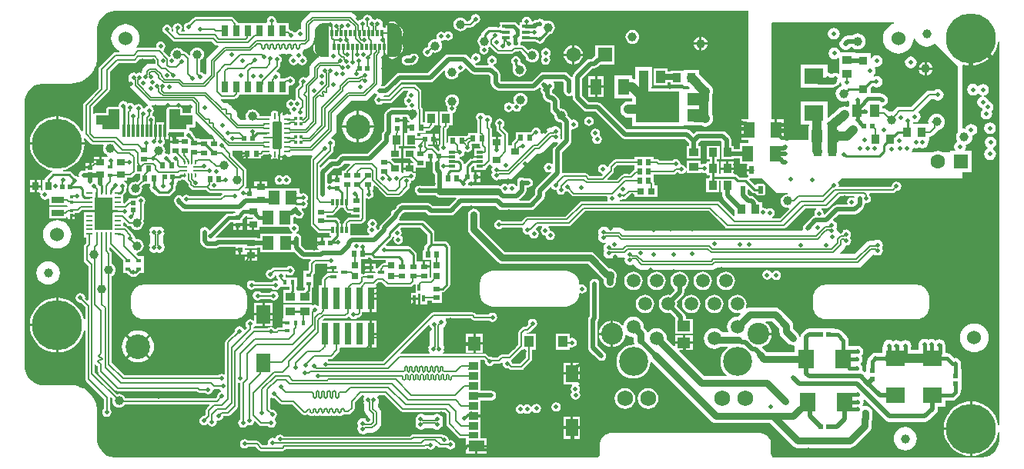
<source format=gbl>
G04*
G04 #@! TF.GenerationSoftware,Altium Limited,Altium Designer,20.0.13 (296)*
G04*
G04 Layer_Physical_Order=6*
G04 Layer_Color=16711680*
%FSLAX44Y44*%
%MOMM*%
G71*
G01*
G75*
%ADD10C,0.2000*%
%ADD16C,0.2032*%
%ADD18C,0.2540*%
%ADD19C,0.1016*%
%ADD20R,0.6200X0.6200*%
%ADD21R,0.9000X1.0000*%
%ADD22R,0.6200X0.6200*%
%ADD23R,0.5500X0.6500*%
%ADD24R,0.5500X0.4500*%
%ADD25R,0.4500X0.5500*%
%ADD26R,0.7000X0.9000*%
%ADD27R,0.5200X0.5200*%
%ADD28R,0.9000X0.7000*%
%ADD29R,0.6500X0.5500*%
%ADD37R,1.3000X1.5000*%
%ADD40R,1.0000X0.9000*%
%ADD42R,0.3600X0.3200*%
%ADD43R,1.0500X1.4000*%
%ADD44R,1.7780X2.1590*%
%ADD47R,0.5200X0.5200*%
%ADD48R,0.8500X0.3500*%
%ADD55R,1.1500X1.4500*%
%ADD59R,2.1590X1.7780*%
%ADD62R,1.0000X1.0000*%
%ADD122C,0.5080*%
%ADD123C,0.1300*%
%ADD124C,0.1297*%
%ADD130R,0.3000X0.8000*%
%ADD131R,0.8000X0.3000*%
%ADD132C,1.0000*%
%ADD133C,0.3810*%
%ADD134C,0.7620*%
%ADD135C,0.5080*%
%ADD136C,0.1386*%
%ADD137C,1.0000*%
%ADD138C,0.5000*%
%ADD139C,0.1524*%
%ADD140C,0.1270*%
%ADD141C,0.3000*%
%ADD142C,0.3048*%
%ADD143C,1.0160*%
%ADD146C,0.2056*%
%ADD148C,1.6000*%
%ADD149R,1.6000X1.6000*%
%ADD150O,1.0000X0.7000*%
G04:AMPARAMS|DCode=151|XSize=1.6mm|YSize=0.9mm|CornerRadius=0mm|HoleSize=0mm|Usage=FLASHONLY|Rotation=135.000|XOffset=0mm|YOffset=0mm|HoleType=Round|Shape=Round|*
%AMOVALD151*
21,1,0.7000,0.9000,0.0000,0.0000,135.0*
1,1,0.9000,0.2475,-0.2475*
1,1,0.9000,-0.2475,0.2475*
%
%ADD151OVALD151*%

G04:AMPARAMS|DCode=152|XSize=1.6mm|YSize=0.9mm|CornerRadius=0mm|HoleSize=0mm|Usage=FLASHONLY|Rotation=225.000|XOffset=0mm|YOffset=0mm|HoleType=Round|Shape=Round|*
%AMOVALD152*
21,1,0.7000,0.9000,0.0000,0.0000,225.0*
1,1,0.9000,0.2475,0.2475*
1,1,0.9000,-0.2475,-0.2475*
%
%ADD152OVALD152*%

%ADD153C,3.2000*%
%ADD154C,2.4000*%
%ADD155C,1.7500*%
%ADD156C,1.5000*%
%ADD157C,1.5240*%
%ADD159C,5.5000*%
%ADD160C,0.4064*%
%ADD161C,2.7000*%
%ADD163R,0.3000X0.7500*%
%ADD164R,0.8500X0.6500*%
%ADD165R,0.9200X0.9800*%
%ADD166R,0.8000X0.8000*%
%ADD167R,0.8000X0.8000*%
%ADD168R,1.1500X1.8000*%
%ADD169R,0.9500X0.9000*%
%ADD170R,0.3200X0.3600*%
%ADD171R,0.6750X0.2500*%
%ADD172R,0.2500X0.5750*%
%ADD173R,1.4000X0.7500*%
%ADD174R,1.5000X2.0000*%
%ADD175R,0.7600X1.2500*%
%ADD176R,0.7600X2.4000*%
%ADD177R,1.4000X1.3900*%
%ADD178R,4.8600X3.3600*%
%ADD179R,1.4500X1.1500*%
%ADD180R,0.9000X0.8000*%
%ADD181R,0.7100X0.3000*%
%ADD182R,0.3000X0.7100*%
%ADD183R,0.3050X1.4050*%
%ADD184R,1.3500X1.5500*%
%ADD185R,1.8000X1.1700*%
%ADD186R,1.3500X1.9000*%
%ADD187R,1.0000X1.2000*%
%ADD188R,1.1000X0.8500*%
%ADD189R,1.1000X0.8750*%
%ADD190R,1.1000X0.7500*%
G04:AMPARAMS|DCode=191|XSize=0.55mm|YSize=0.8mm|CornerRadius=0.0495mm|HoleSize=0mm|Usage=FLASHONLY|Rotation=0.000|XOffset=0mm|YOffset=0mm|HoleType=Round|Shape=RoundedRectangle|*
%AMROUNDEDRECTD191*
21,1,0.5500,0.7010,0,0,0.0*
21,1,0.4510,0.8000,0,0,0.0*
1,1,0.0990,0.2255,-0.3505*
1,1,0.0990,-0.2255,-0.3505*
1,1,0.0990,-0.2255,0.3505*
1,1,0.0990,0.2255,0.3505*
%
%ADD191ROUNDEDRECTD191*%
G04:AMPARAMS|DCode=192|XSize=0.25mm|YSize=0.6mm|CornerRadius=0.025mm|HoleSize=0mm|Usage=FLASHONLY|Rotation=270.000|XOffset=0mm|YOffset=0mm|HoleType=Round|Shape=RoundedRectangle|*
%AMROUNDEDRECTD192*
21,1,0.2500,0.5500,0,0,270.0*
21,1,0.2000,0.6000,0,0,270.0*
1,1,0.0500,-0.2750,-0.1000*
1,1,0.0500,-0.2750,0.1000*
1,1,0.0500,0.2750,0.1000*
1,1,0.0500,0.2750,-0.1000*
%
%ADD192ROUNDEDRECTD192*%
G04:AMPARAMS|DCode=193|XSize=1mm|YSize=3mm|CornerRadius=0.05mm|HoleSize=0mm|Usage=FLASHONLY|Rotation=0.000|XOffset=0mm|YOffset=0mm|HoleType=Round|Shape=RoundedRectangle|*
%AMROUNDEDRECTD193*
21,1,1.0000,2.9000,0,0,0.0*
21,1,0.9000,3.0000,0,0,0.0*
1,1,0.1000,0.4500,-1.4500*
1,1,0.1000,-0.4500,-1.4500*
1,1,0.1000,-0.4500,1.4500*
1,1,0.1000,0.4500,1.4500*
%
%ADD193ROUNDEDRECTD193*%
G04:AMPARAMS|DCode=194|XSize=0.25mm|YSize=0.6mm|CornerRadius=0.025mm|HoleSize=0mm|Usage=FLASHONLY|Rotation=0.000|XOffset=0mm|YOffset=0mm|HoleType=Round|Shape=RoundedRectangle|*
%AMROUNDEDRECTD194*
21,1,0.2500,0.5500,0,0,0.0*
21,1,0.2000,0.6000,0,0,0.0*
1,1,0.0500,0.1000,-0.2750*
1,1,0.0500,-0.1000,-0.2750*
1,1,0.0500,-0.1000,0.2750*
1,1,0.0500,0.1000,0.2750*
%
%ADD194ROUNDEDRECTD194*%
G04:AMPARAMS|DCode=195|XSize=0.2mm|YSize=0.5mm|CornerRadius=0.05mm|HoleSize=0mm|Usage=FLASHONLY|Rotation=0.000|XOffset=0mm|YOffset=0mm|HoleType=Round|Shape=RoundedRectangle|*
%AMROUNDEDRECTD195*
21,1,0.2000,0.4000,0,0,0.0*
21,1,0.1000,0.5000,0,0,0.0*
1,1,0.1000,0.0500,-0.2000*
1,1,0.1000,-0.0500,-0.2000*
1,1,0.1000,-0.0500,0.2000*
1,1,0.1000,0.0500,0.2000*
%
%ADD195ROUNDEDRECTD195*%
G04:AMPARAMS|DCode=196|XSize=0.2mm|YSize=0.7mm|CornerRadius=0.05mm|HoleSize=0mm|Usage=FLASHONLY|Rotation=90.000|XOffset=0mm|YOffset=0mm|HoleType=Round|Shape=RoundedRectangle|*
%AMROUNDEDRECTD196*
21,1,0.2000,0.6000,0,0,90.0*
21,1,0.1000,0.7000,0,0,90.0*
1,1,0.1000,0.3000,0.0500*
1,1,0.1000,0.3000,-0.0500*
1,1,0.1000,-0.3000,-0.0500*
1,1,0.1000,-0.3000,0.0500*
%
%ADD196ROUNDEDRECTD196*%
%ADD197C,0.6350*%
%ADD198R,1.2500X2.3000*%
%ADD199R,2.6500X1.1000*%
%ADD200R,1.9500X1.6000*%
G36*
X337799Y482521D02*
X337851Y482517D01*
X337903Y482510D01*
X337954Y482500D01*
X338005Y482488D01*
X338056Y482473D01*
X338105Y482456D01*
X338153Y482435D01*
X338201Y482413D01*
X338247Y482388D01*
X338291Y482361D01*
X338334Y482331D01*
X338376Y482299D01*
X338416Y482265D01*
X338454Y482229D01*
X338490Y482191D01*
X338524Y482151D01*
X338556Y482110D01*
X338585Y482067D01*
X338613Y482022D01*
X338638Y481976D01*
X338660Y481929D01*
X338680Y481880D01*
X338698Y481831D01*
X338713Y481781D01*
X338725Y481730D01*
X338734Y481678D01*
X338741Y481627D01*
X338745Y481574D01*
X338747Y481522D01*
Y446022D01*
X338745Y445970D01*
X338741Y445918D01*
X338734Y445866D01*
X338725Y445814D01*
X338713Y445763D01*
X338698Y445713D01*
X338680Y445664D01*
X338660Y445615D01*
X338638Y445568D01*
X338613Y445522D01*
X338585Y445477D01*
X338556Y445434D01*
X338524Y445393D01*
X338490Y445353D01*
X338454Y445315D01*
X338416Y445279D01*
X338376Y445245D01*
X338334Y445213D01*
X338291Y445183D01*
X338247Y445156D01*
X338201Y445131D01*
X338153Y445108D01*
X338105Y445088D01*
X338056Y445071D01*
X338005Y445056D01*
X337954Y445044D01*
X337903Y445034D01*
X337851Y445028D01*
X337799Y445023D01*
X337747Y445022D01*
X333247D01*
X332723Y445036D01*
X332201Y445077D01*
X331682Y445145D01*
X331167Y445241D01*
X330658Y445363D01*
X330157Y445511D01*
X329663Y445686D01*
X329179Y445886D01*
X328707Y446112D01*
X328247Y446362D01*
X327800Y446635D01*
X327369Y446932D01*
X327162Y447091D01*
X326924Y446853D01*
X328003Y445774D01*
X327585Y444396D01*
X326360Y444152D01*
X324465Y442886D01*
X324465Y442886D01*
X318908Y437328D01*
X317641Y435433D01*
X317196Y433197D01*
X317196Y433197D01*
Y425781D01*
X313720Y422305D01*
X313033Y422764D01*
X311051Y423158D01*
X309068Y422764D01*
X307388Y421642D01*
X306265Y419961D01*
X305871Y417979D01*
X306265Y415997D01*
X306400Y415795D01*
X306385Y415718D01*
Y414955D01*
X302869Y411439D01*
X302140Y410347D01*
X301883Y409059D01*
Y401707D01*
X302140Y400419D01*
X302435Y399976D01*
X302070Y398639D01*
X301933Y398521D01*
X300381Y397484D01*
X300326Y397402D01*
X298959Y398315D01*
X296977Y398709D01*
X294995Y398315D01*
X293315Y397192D01*
X292192Y395512D01*
X291798Y393530D01*
X292192Y391548D01*
X293315Y389867D01*
X294995Y388745D01*
X295495Y388645D01*
X295309Y387712D01*
X295703Y385729D01*
X296826Y384049D01*
X296877Y384015D01*
X297049Y382373D01*
X296567Y381878D01*
X295242D01*
X295236Y381882D01*
X293000Y382326D01*
X290764Y381882D01*
X289115Y380779D01*
X287845Y381194D01*
Y383234D01*
X287628Y384323D01*
X287012Y385246D01*
X286089Y385862D01*
X285270Y386025D01*
Y380484D01*
X282845D01*
Y383234D01*
X282730Y383813D01*
Y386025D01*
X281911Y385862D01*
X281500Y385587D01*
X281089Y385862D01*
X280000Y386079D01*
X278000D01*
X276911Y385862D01*
X275989Y385246D01*
X275372Y384323D01*
X275155Y383234D01*
Y380760D01*
X273885Y380081D01*
X273839Y380112D01*
X272750Y380329D01*
X267250D01*
X266161Y380112D01*
X266158Y380110D01*
X262341D01*
X262096Y381968D01*
X261336Y383802D01*
X260128Y385378D01*
X258552Y386586D01*
X256718Y387346D01*
X254750Y387605D01*
X252782Y387346D01*
X250947Y386586D01*
X249372Y385378D01*
X248164Y383802D01*
X247404Y381968D01*
X247145Y380000D01*
X247404Y378032D01*
X247667Y377396D01*
X246819Y376126D01*
X241185D01*
X241107Y376204D01*
X241107Y376204D01*
X237478Y379833D01*
X237505Y379897D01*
X237763Y381860D01*
X237505Y383823D01*
X236747Y385652D01*
X235974Y386660D01*
X235575Y387257D01*
X235575Y387257D01*
X235575Y387257D01*
X235575Y387257D01*
X235566Y387263D01*
X234576Y387964D01*
X233971Y388429D01*
X232354Y389098D01*
X231684Y390715D01*
X230911Y391722D01*
X230512Y392319D01*
X230512Y392320D01*
X230512Y392320D01*
X230512Y392320D01*
X230503Y392326D01*
X229513Y393027D01*
X228908Y393492D01*
X227078Y394249D01*
X225115Y394508D01*
X223152Y394249D01*
X223089Y394223D01*
X219165Y398147D01*
X219872Y399235D01*
X220841Y399043D01*
X234677D01*
X235965Y399299D01*
X237057Y400029D01*
X239581Y402552D01*
X240310Y403644D01*
X240373Y403960D01*
X243540D01*
Y403960D01*
X243560D01*
Y403960D01*
X256240D01*
Y403960D01*
X256260D01*
Y403960D01*
X267690D01*
X268940Y403960D01*
Y403960D01*
X268960D01*
Y403960D01*
X280390D01*
X281640Y403960D01*
Y403960D01*
X281660D01*
Y403960D01*
X294340D01*
Y413203D01*
X295322Y414009D01*
X296270Y413820D01*
X298252Y414215D01*
X299933Y415337D01*
X301056Y417018D01*
X301450Y419000D01*
X301056Y420982D01*
X299933Y422663D01*
X298252Y423785D01*
X296270Y424179D01*
X294288Y423785D01*
X292608Y422663D01*
X292340Y422261D01*
X291931D01*
X290642Y422005D01*
X289947Y421540D01*
X286378D01*
X285336Y422810D01*
X285508Y423678D01*
X285114Y425660D01*
X283991Y427340D01*
X282311Y428463D01*
X281707Y428583D01*
X281289Y429961D01*
X284039Y432711D01*
X284741Y433761D01*
X284987Y435000D01*
Y438754D01*
X285413Y439038D01*
X286535Y440718D01*
X286929Y442701D01*
X286535Y444683D01*
X285413Y446363D01*
X283732Y447486D01*
X284136Y448627D01*
X284293Y448607D01*
X285680Y448331D01*
X287067Y448607D01*
X287589Y448675D01*
X287752Y448743D01*
X287933Y448779D01*
X288086Y448881D01*
X288845Y449195D01*
X289604Y448881D01*
X289757Y448779D01*
X289937Y448743D01*
X290100Y448675D01*
X290623Y448607D01*
X292009Y448331D01*
X293396Y448607D01*
X293918Y448675D01*
X294081Y448743D01*
X294262Y448779D01*
X294415Y448881D01*
X295174Y449195D01*
X295933Y448881D01*
X296085Y448779D01*
X296266Y448743D01*
X296429Y448675D01*
X296952Y448607D01*
X298338Y448331D01*
X299195Y447206D01*
X299213Y446524D01*
X299018Y446321D01*
X297882Y446095D01*
X296202Y444973D01*
X295079Y443292D01*
X294685Y441310D01*
X295079Y439328D01*
X296202Y437648D01*
X297882Y436525D01*
X299865Y436131D01*
X301847Y436525D01*
X303527Y437648D01*
X303914Y438227D01*
X305441D01*
X305763Y437744D01*
X307444Y436622D01*
X309426Y436227D01*
X311408Y436622D01*
X313088Y437744D01*
X314211Y439425D01*
X314605Y441407D01*
X314211Y443389D01*
X313088Y445070D01*
X311408Y446192D01*
X310248Y446423D01*
X310450Y447436D01*
X310056Y449418D01*
X309482Y450277D01*
X309882Y450584D01*
X311054Y452112D01*
X311791Y453890D01*
X312363Y453971D01*
X314599Y454416D01*
X316494Y455682D01*
X320675Y459864D01*
X320675Y459864D01*
X321942Y461759D01*
X322387Y463995D01*
X322386Y463995D01*
Y466707D01*
X323203Y467106D01*
X323247Y467115D01*
Y472522D01*
X323260Y473045D01*
X323301Y473567D01*
X323370Y474086D01*
X323465Y474601D01*
X323587Y475110D01*
X323736Y475612D01*
X323911Y476106D01*
X324111Y476589D01*
X324337Y477062D01*
X324586Y477522D01*
X324860Y477968D01*
X325157Y478400D01*
X325475Y478815D01*
X325815Y479213D01*
X326176Y479593D01*
X326555Y479953D01*
X326953Y480294D01*
X327369Y480612D01*
X327800Y480909D01*
X328247Y481182D01*
X328707Y481432D01*
X329179Y481657D01*
X329663Y481858D01*
X330157Y482033D01*
X330658Y482181D01*
X331167Y482304D01*
X331682Y482399D01*
X332201Y482467D01*
X332723Y482508D01*
X333247Y482522D01*
X337747D01*
X337799Y482521D01*
D02*
G37*
G36*
X960594Y482230D02*
X958536Y481606D01*
X955616Y480045D01*
X953056Y477944D01*
X950955Y475384D01*
X949394Y472464D01*
X948433Y469295D01*
X948109Y466000D01*
X948433Y462705D01*
X949394Y459536D01*
X950955Y456616D01*
X953056Y454056D01*
X955616Y451955D01*
X958536Y450395D01*
X961705Y449433D01*
X965000Y449109D01*
X968295Y449433D01*
X971464Y450395D01*
X974384Y451955D01*
X976944Y454056D01*
X979045Y456616D01*
X980606Y459536D01*
X981567Y462705D01*
X981852Y465606D01*
X983148Y465798D01*
X984022Y463687D01*
X986256Y460776D01*
X989167Y458542D01*
X992557Y457138D01*
X996195Y456659D01*
X999832Y457138D01*
X1003222Y458542D01*
X1005053Y459947D01*
X1030000Y435000D01*
X1030000Y362198D01*
X1029805Y361943D01*
X1028917Y359800D01*
X1028614Y357500D01*
X1028917Y355200D01*
X1029805Y353057D01*
X1029287Y351859D01*
X1028279Y351185D01*
X1026875Y349084D01*
X1026382Y346607D01*
X1026875Y344129D01*
X1027576Y343080D01*
X1026897Y341810D01*
X1021690D01*
Y340915D01*
X1020792Y340018D01*
X1014842Y340020D01*
X1014456Y340316D01*
X1011583Y341506D01*
X1008500Y341912D01*
X1005417Y341506D01*
X1002544Y340316D01*
X1002164Y340024D01*
X980472Y340032D01*
X979793Y341302D01*
X980458Y342297D01*
X980910Y344572D01*
X982032Y345350D01*
X982167Y345260D01*
X984644Y344768D01*
X987122Y345260D01*
X988216Y345992D01*
X989185Y345345D01*
X991663Y344852D01*
X994140Y345345D01*
X996241Y346748D01*
X997644Y348848D01*
X998137Y351326D01*
X997862Y352708D01*
X998668Y353690D01*
X998810D01*
Y357579D01*
X1000000D01*
X1001883Y357954D01*
X1003479Y359021D01*
X1008436Y363977D01*
X1009288Y365252D01*
X1009369Y365263D01*
X1011512Y366151D01*
X1013353Y367563D01*
X1014765Y369403D01*
X1015652Y371546D01*
X1015955Y373846D01*
X1015652Y376146D01*
X1014765Y378289D01*
X1013353Y380129D01*
X1011512Y381541D01*
X1009369Y382429D01*
X1007069Y382732D01*
X1004769Y382429D01*
X1002626Y381541D01*
X1000786Y380129D01*
X999374Y378289D01*
X999044Y377493D01*
X999021Y377477D01*
X997954Y375881D01*
X997579Y373998D01*
X997861Y372580D01*
X997081Y371310D01*
X981632D01*
X981032Y372357D01*
X981601Y373515D01*
X982842Y373269D01*
X985320Y373761D01*
X987420Y375165D01*
X988823Y377265D01*
X989316Y379743D01*
X988823Y382220D01*
X987420Y384321D01*
X987340Y385132D01*
X1000906Y398698D01*
X1004361D01*
X1005881Y397682D01*
X1008359Y397189D01*
X1010836Y397682D01*
X1012937Y399086D01*
X1014340Y401186D01*
X1014833Y403664D01*
X1014340Y406141D01*
X1012937Y408242D01*
X1010836Y409645D01*
X1008359Y410138D01*
X1005881Y409645D01*
X1004225Y408539D01*
X998868D01*
X996985Y408164D01*
X995389Y407097D01*
X979051Y390759D01*
X966203D01*
X964320Y390385D01*
X962723Y389318D01*
X958442Y385037D01*
X957522Y385158D01*
X955251Y384859D01*
X952724Y387386D01*
X951127Y388453D01*
X949244Y388827D01*
X947656D01*
Y391378D01*
X949549Y391755D01*
X951649Y393158D01*
X953053Y395258D01*
X953546Y397736D01*
X953053Y400214D01*
X951649Y402314D01*
X949549Y403718D01*
X948790Y403869D01*
X947037Y405040D01*
X944807Y405484D01*
X934362D01*
Y410501D01*
X936681Y412821D01*
X937322D01*
X938522Y412018D01*
X941000Y411526D01*
X943478Y412018D01*
X945578Y413422D01*
X946982Y415522D01*
X947474Y418000D01*
X946982Y420478D01*
X945578Y422578D01*
X943478Y423982D01*
X941000Y424474D01*
X938522Y423982D01*
X938165Y423742D01*
X937960Y423816D01*
X937786Y425227D01*
X938078Y425422D01*
X939482Y427522D01*
X939974Y430000D01*
X939482Y432478D01*
X938808Y433485D01*
X939572Y434628D01*
X941141Y434316D01*
X943619Y434809D01*
X945719Y436213D01*
X947123Y438313D01*
X947616Y440791D01*
X947123Y443268D01*
X945719Y445369D01*
X943619Y446772D01*
X941141Y447265D01*
X938664Y446772D01*
X936563Y445369D01*
X935632Y443975D01*
X934362Y444360D01*
Y449326D01*
X917512D01*
Y450728D01*
X900680D01*
X900482Y451728D01*
X899078Y453828D01*
X896978Y455232D01*
X894500Y455724D01*
X892022Y455232D01*
X889922Y453828D01*
X888518Y451728D01*
X888026Y449250D01*
X888518Y446772D01*
X889922Y444672D01*
X892022Y443268D01*
X894500Y442775D01*
X896978Y443268D01*
X898622Y444367D01*
X899892Y443778D01*
Y434108D01*
Y427515D01*
X898772Y426916D01*
X897931Y427478D01*
X895453Y427970D01*
X892976Y427478D01*
X892524Y427176D01*
X890810D01*
X889978Y427732D01*
X887500Y428224D01*
X886835Y428770D01*
Y437270D01*
X857625D01*
Y411870D01*
X876810D01*
X877310Y411804D01*
X877310Y411804D01*
X893000D01*
X894989Y412066D01*
X896843Y412834D01*
X898435Y414055D01*
X899656Y415647D01*
X900424Y417501D01*
X900425Y417506D01*
X900465Y417566D01*
X901926Y417621D01*
X902026Y417500D01*
X902518Y415022D01*
X902696Y414757D01*
X902115Y413341D01*
X900557Y412696D01*
X898717Y411283D01*
X897305Y409443D01*
X896417Y407300D01*
X896114Y405000D01*
X896417Y402700D01*
X897305Y400557D01*
X898717Y398717D01*
X900557Y397304D01*
X902700Y396417D01*
X905000Y396114D01*
X907300Y396417D01*
X909304Y397247D01*
X909848Y397022D01*
X910536Y396542D01*
Y390776D01*
X909266Y390002D01*
X907779Y390618D01*
X905479Y390920D01*
X903179Y390618D01*
X901036Y389730D01*
X899196Y388318D01*
X893557Y382678D01*
X891787Y381945D01*
X889947Y380533D01*
X888105Y378692D01*
X886835Y379218D01*
Y396630D01*
X857625D01*
Y371230D01*
X866546D01*
Y369383D01*
X865872D01*
Y354907D01*
X865706Y353706D01*
X840058D01*
X838790Y353710D01*
Y363980D01*
X830500D01*
Y365250D01*
X829230D01*
Y376790D01*
X825616D01*
X825173Y482600D01*
X826069Y483500D01*
X960406Y483500D01*
X960594Y482230D01*
D02*
G37*
G36*
X495043Y427588D02*
X496724Y426465D01*
X498706Y426071D01*
X514605D01*
X516820Y423854D01*
Y417000D01*
X517215Y415018D01*
X518338Y413338D01*
X521838Y409838D01*
X521838Y409837D01*
X523518Y408715D01*
X525500Y408321D01*
X525500Y408321D01*
X564000D01*
X565982Y408715D01*
X567663Y409837D01*
X569607Y411782D01*
X570871Y411658D01*
X571011Y411448D01*
X571940Y410519D01*
X571585Y408736D01*
X571979Y406754D01*
X573102Y405073D01*
X573652Y404706D01*
Y403144D01*
X574046Y401162D01*
X575169Y399482D01*
X578063Y396587D01*
X579744Y395465D01*
X581575Y395101D01*
X582071Y394605D01*
Y387500D01*
X582465Y385518D01*
X583587Y383838D01*
X586302Y381123D01*
X586270Y380875D01*
X586529Y378907D01*
X587289Y377072D01*
X588497Y375497D01*
X590073Y374289D01*
X591907Y373529D01*
X593875Y373270D01*
X594123Y373303D01*
X595321Y372105D01*
Y355318D01*
X594707Y354840D01*
X593554Y355551D01*
X593842Y357000D01*
X593398Y359236D01*
X592897Y359985D01*
X593398Y360733D01*
X593842Y362969D01*
X593398Y365205D01*
X592131Y367100D01*
X590236Y368367D01*
X588000Y368811D01*
X586977D01*
X584741Y368367D01*
X583371Y367451D01*
X582015D01*
X582015Y367451D01*
X579779Y367006D01*
X577883Y365740D01*
X572790Y360647D01*
X571620Y361273D01*
X571838Y362370D01*
X571444Y364352D01*
X570321Y366032D01*
X568641Y367155D01*
X566659Y367549D01*
X564677Y367155D01*
X562996Y366032D01*
X561873Y364352D01*
X561757Y363769D01*
X560529Y362540D01*
X547837D01*
X547512Y362605D01*
X547187Y362540D01*
X544210D01*
Y359563D01*
X544145Y359238D01*
X544210Y358913D01*
Y355538D01*
X540961Y352289D01*
X540259Y351239D01*
X540013Y350000D01*
Y348040D01*
X536210D01*
X535867Y349168D01*
Y360000D01*
X535610Y361288D01*
X534881Y362381D01*
X530094Y367167D01*
X530166Y368425D01*
X530359Y368554D01*
X531482Y370235D01*
X531876Y372217D01*
X531482Y374199D01*
X530359Y375879D01*
X528679Y377002D01*
X526697Y377396D01*
X524714Y377002D01*
X523034Y375879D01*
X521911Y374199D01*
X521517Y372217D01*
X521911Y370235D01*
X523034Y368554D01*
X523330Y368357D01*
Y365803D01*
X523586Y364515D01*
X524316Y363423D01*
X528929Y358810D01*
X528640Y357540D01*
X524520D01*
Y351000D01*
X521980D01*
Y357540D01*
X518367D01*
Y365500D01*
X518110Y366788D01*
X517381Y367881D01*
X516575Y368686D01*
Y372116D01*
X516871Y372314D01*
X517994Y373994D01*
X518388Y375976D01*
X517994Y377958D01*
X516871Y379639D01*
X515191Y380762D01*
X513208Y381156D01*
X511801Y380876D01*
X510535Y380732D01*
X509412Y382412D01*
X507732Y383535D01*
X505750Y383929D01*
X503768Y383535D01*
X502088Y382412D01*
X500965Y380732D01*
X500570Y378750D01*
X500965Y376768D01*
X502088Y375088D01*
X502383Y374890D01*
Y361750D01*
X502006Y361290D01*
X491710D01*
Y358759D01*
X491488Y358715D01*
X490290Y358540D01*
X490290Y358540D01*
X490290Y358540D01*
X469710D01*
Y351457D01*
X468440Y350815D01*
X468367Y350868D01*
Y365955D01*
X469631Y367219D01*
X470360Y368311D01*
X470617Y369599D01*
Y369799D01*
X474540D01*
Y383461D01*
X475836Y383719D01*
X477516Y384842D01*
X478639Y386522D01*
X479033Y388504D01*
X478660Y390380D01*
X479628Y391122D01*
X480836Y392697D01*
X481596Y394532D01*
X481855Y396500D01*
X481596Y398468D01*
X480836Y400303D01*
X479628Y401878D01*
X478052Y403086D01*
X476218Y403846D01*
X474250Y404105D01*
X472282Y403846D01*
X470448Y403086D01*
X468872Y401878D01*
X467664Y400303D01*
X466904Y398468D01*
X466645Y396500D01*
X466904Y394532D01*
X467664Y392697D01*
X468872Y391122D01*
X469283Y390807D01*
X469068Y390486D01*
X468674Y388504D01*
X469068Y386522D01*
X469418Y385999D01*
X468819Y384879D01*
X460460D01*
Y369799D01*
X461138D01*
X461847Y368703D01*
X461868Y368529D01*
X461633Y367349D01*
Y349610D01*
X461338Y349412D01*
X460215Y347732D01*
X459821Y345750D01*
X460215Y343768D01*
X460822Y342859D01*
X460249Y341720D01*
X459119Y341610D01*
X454349Y346381D01*
X453257Y347110D01*
X451968Y347367D01*
X448395D01*
X448117Y347645D01*
Y349110D01*
X452480D01*
Y354750D01*
Y360390D01*
X439110D01*
Y358117D01*
X436040D01*
Y361690D01*
X437304Y361705D01*
X445223D01*
Y363883D01*
X448250D01*
X449538Y364140D01*
X450631Y364869D01*
X453881Y368119D01*
X454610Y369212D01*
X454727Y369799D01*
X458540D01*
Y384879D01*
X444460D01*
Y373285D01*
X442117D01*
Y382250D01*
Y387315D01*
X441860Y388603D01*
X441131Y389695D01*
X440617Y390209D01*
Y407500D01*
X440360Y408788D01*
X439631Y409881D01*
X435381Y414131D01*
X434288Y414860D01*
X433000Y415117D01*
X419750D01*
X418462Y414860D01*
X417369Y414131D01*
X404605Y401367D01*
X398999D01*
X398721Y401544D01*
X398717Y401550D01*
X399473Y402821D01*
X401583D01*
X403565Y403215D01*
X405245Y404338D01*
X415913Y415005D01*
X415913Y415005D01*
X418228Y417321D01*
X450000D01*
X451982Y417715D01*
X453662Y418838D01*
X465368Y430543D01*
X465525Y430497D01*
X466498Y429877D01*
X466282Y428236D01*
X466541Y426267D01*
X467301Y424433D01*
X468509Y422858D01*
X470084Y421649D01*
X471919Y420890D01*
X473887Y420630D01*
X475855Y420890D01*
X477690Y421649D01*
X479265Y422858D01*
X480473Y424433D01*
X481233Y426267D01*
X481416Y427659D01*
X482576Y428723D01*
X483138Y428611D01*
X485120Y429006D01*
X486800Y430128D01*
X487923Y431809D01*
X488106Y432729D01*
X489484Y433147D01*
X495043Y427588D01*
D02*
G37*
G36*
X147763Y440659D02*
Y437842D01*
X141623D01*
X139387Y437397D01*
X137492Y436131D01*
X137492Y436131D01*
X134569Y433208D01*
X133302Y431313D01*
X132858Y429077D01*
X132858Y429077D01*
Y428620D01*
X132729Y428496D01*
X132603Y428412D01*
X132534Y428308D01*
X131939Y427735D01*
X130141Y428092D01*
X127906Y427648D01*
X127157Y427147D01*
X126408Y427648D01*
X124172Y428092D01*
X121937Y427648D01*
X120041Y426381D01*
X118775Y424486D01*
X118330Y422250D01*
Y421283D01*
X118330Y421283D01*
X118775Y419047D01*
X120014Y417192D01*
Y414423D01*
X120014Y414423D01*
X120459Y412187D01*
X121726Y410292D01*
X138148Y393869D01*
X139834Y392743D01*
X139835Y391884D01*
X139700Y391421D01*
X139018Y391285D01*
X137338Y390163D01*
X136345Y388676D01*
X135793Y388395D01*
X135597Y388354D01*
X134285Y389227D01*
X134035Y390482D01*
X132913Y392163D01*
X131232Y393285D01*
X129250Y393680D01*
X127268Y393285D01*
X125637Y392195D01*
X125564Y392165D01*
X124154Y392303D01*
X123413Y393413D01*
X121732Y394535D01*
X119750Y394930D01*
X117768Y394535D01*
X117174Y394138D01*
X116468Y395195D01*
X114787Y396317D01*
X112805Y396712D01*
X110823Y396317D01*
X109143Y395195D01*
X108020Y393514D01*
X107626Y391532D01*
X106898Y390646D01*
X96418D01*
X95427Y390449D01*
X94587Y389888D01*
X94026Y389048D01*
X93828Y388056D01*
Y383645D01*
X89415D01*
X89414Y383645D01*
X82415D01*
X81424Y383447D01*
X80699Y382963D01*
X80149Y383096D01*
X79429Y383444D01*
Y389851D01*
X96789Y407211D01*
X97491Y408261D01*
X97737Y409500D01*
Y429409D01*
X107091Y438763D01*
X125000D01*
X126239Y439009D01*
X127289Y439711D01*
X130341Y442763D01*
X145659D01*
X147763Y440659D01*
D02*
G37*
G36*
X426069Y407113D02*
X425907Y407005D01*
X424784Y405325D01*
X424390Y403343D01*
X424676Y401904D01*
X424348Y401839D01*
X422668Y400716D01*
X421545Y399036D01*
X421151Y397054D01*
X421545Y395072D01*
X422668Y393391D01*
X424348Y392269D01*
X425048Y392129D01*
X425330Y390882D01*
X424387Y389733D01*
X407920D01*
X405938Y389338D01*
X404257Y388215D01*
X404257Y388215D01*
X401282Y385240D01*
X400159Y383559D01*
X399765Y381577D01*
Y364392D01*
X398512Y363139D01*
X397389Y361459D01*
X396995Y359476D01*
Y354320D01*
X381117Y338442D01*
X353763D01*
X351780Y338048D01*
X350100Y336925D01*
X346355Y333180D01*
X341750D01*
X341750Y333180D01*
X339768Y332785D01*
X338088Y331662D01*
X329911Y323485D01*
X328737Y323971D01*
Y326034D01*
X342789Y340086D01*
X343491Y341136D01*
X343737Y342375D01*
Y346303D01*
X344162Y346587D01*
X345285Y348268D01*
X345680Y350250D01*
X345285Y352232D01*
X344162Y353913D01*
X342482Y355035D01*
X341920Y355147D01*
X341552Y356362D01*
X345481Y360292D01*
X345481Y360292D01*
X346748Y362187D01*
X347192Y364423D01*
Y381180D01*
X363016Y397004D01*
X378096D01*
X378096Y397004D01*
X380332Y397449D01*
X382227Y398715D01*
X388725Y405213D01*
X390360Y405052D01*
X390838Y404338D01*
X391519Y403882D01*
X391446Y402403D01*
X390337Y401662D01*
X389215Y399982D01*
X388820Y398000D01*
X389215Y396018D01*
X390337Y394338D01*
X392018Y393215D01*
X394000Y392821D01*
X395982Y393215D01*
X397663Y394338D01*
X397860Y394633D01*
X406000D01*
X407288Y394890D01*
X408381Y395619D01*
X421144Y408383D01*
X425684D01*
X426069Y407113D01*
D02*
G37*
G36*
X187158Y391520D02*
Y383644D01*
X182416D01*
X182415Y383645D01*
X178006D01*
Y388058D01*
X177809Y389049D01*
X177247Y389889D01*
X176407Y390451D01*
X175416Y390648D01*
X162916D01*
X161925Y390451D01*
X161085Y389889D01*
X160523Y389049D01*
X160326Y388058D01*
Y381061D01*
X160325Y381055D01*
Y373620D01*
X159685D01*
Y364055D01*
X157480D01*
Y373620D01*
X149386D01*
X148343Y374890D01*
X148497Y375665D01*
X148103Y377648D01*
X146980Y379328D01*
X145300Y380451D01*
X144297Y380650D01*
X144367Y381000D01*
Y382640D01*
X144663Y382837D01*
X145785Y384518D01*
X146180Y386500D01*
X145785Y388482D01*
X144663Y390163D01*
X143577Y390888D01*
X143962Y392158D01*
X186520D01*
X187158Y391520D01*
D02*
G37*
G36*
X597184Y416991D02*
Y407887D01*
X597578Y405904D01*
X598701Y404224D01*
X599338Y403587D01*
X601018Y402465D01*
X603000Y402071D01*
X604982Y402465D01*
X605591Y402872D01*
X606861Y402193D01*
Y400578D01*
X607252Y398611D01*
X608366Y396944D01*
X618944Y386366D01*
X620611Y385252D01*
X622578Y384861D01*
X632371D01*
X660616Y356616D01*
X662283Y355502D01*
X664250Y355111D01*
X730371D01*
X734611Y350872D01*
Y347290D01*
X732710D01*
Y333210D01*
X747790D01*
Y347290D01*
X744889D01*
Y350872D01*
X747378Y353361D01*
X769372D01*
X770808Y351925D01*
Y347540D01*
X770210D01*
Y332460D01*
X784290D01*
Y333861D01*
X790960D01*
Y327460D01*
X798125D01*
X798804Y326190D01*
X798636Y325939D01*
X798401Y324755D01*
Y317745D01*
X798636Y316561D01*
X799307Y315557D01*
X800000Y315094D01*
Y313009D01*
X798730Y312330D01*
X798492Y312489D01*
X797005Y312785D01*
X790146D01*
X787372Y315559D01*
X786112Y316401D01*
X784625Y316696D01*
X784040D01*
Y321230D01*
X777000D01*
X769960D01*
Y316696D01*
X768040D01*
Y330040D01*
X765135D01*
Y332460D01*
X768290D01*
Y347540D01*
X754210D01*
Y332460D01*
X757365D01*
Y330040D01*
X753960D01*
Y328297D01*
X752690Y327428D01*
X751361Y327692D01*
X749379Y327298D01*
X748910Y326985D01*
X747790Y327584D01*
Y331290D01*
X732710D01*
Y322829D01*
X731440Y322704D01*
X731285Y323482D01*
X730163Y325163D01*
X728482Y326285D01*
X726511Y326677D01*
X726168Y326753D01*
X725387Y327535D01*
X725430Y327750D01*
X725035Y329732D01*
X723913Y331413D01*
X722232Y332535D01*
X720250Y332929D01*
X718268Y332535D01*
X716588Y331413D01*
X716390Y331117D01*
X702425D01*
X701911Y331631D01*
X700819Y332360D01*
X699531Y332617D01*
X695540D01*
Y335040D01*
X674960D01*
Y332487D01*
X654250D01*
X653011Y332241D01*
X651961Y331539D01*
X646711Y326289D01*
X646009Y325239D01*
X645870Y324541D01*
X644538Y324352D01*
X643662Y325662D01*
X641982Y326785D01*
X640000Y327179D01*
X638018Y326785D01*
X636338Y325662D01*
X635215Y323982D01*
X634821Y322000D01*
X635215Y320018D01*
X636338Y318337D01*
X638018Y317215D01*
X639535Y316913D01*
X640053Y315635D01*
X638656Y314237D01*
X625341D01*
X623289Y316289D01*
X622239Y316991D01*
X621000Y317237D01*
X597000D01*
X596456Y317129D01*
X596407Y317136D01*
X595255Y318023D01*
X595226Y318081D01*
Y340401D01*
X604162Y349338D01*
X605285Y351018D01*
X605680Y353000D01*
Y365227D01*
X606950Y366269D01*
X607808Y366098D01*
X609790Y366492D01*
X611471Y367615D01*
X612593Y369296D01*
X612988Y371278D01*
X612593Y373260D01*
X611471Y374940D01*
X609790Y376063D01*
X607808Y376457D01*
X605826Y376063D01*
X604893Y376820D01*
X604162Y377912D01*
X601447Y380628D01*
X601480Y380875D01*
X601221Y382843D01*
X600461Y384678D01*
X599253Y386253D01*
X597677Y387461D01*
X595843Y388221D01*
X593875Y388480D01*
X593628Y388447D01*
X592430Y389645D01*
Y396750D01*
X592430Y396750D01*
X592035Y398732D01*
X590913Y400412D01*
X590912Y400412D01*
X587412Y403913D01*
X585732Y405035D01*
X584011Y405378D01*
Y408944D01*
X585458Y409911D01*
X586581Y411591D01*
X586976Y413573D01*
X586581Y415555D01*
X585582Y417051D01*
X585947Y418321D01*
X595855D01*
X597184Y416991D01*
D02*
G37*
G36*
X179656Y361345D02*
X179545Y361178D01*
X179150Y359196D01*
X179334Y358272D01*
X178529Y357290D01*
X175540D01*
Y357540D01*
X171020D01*
Y352250D01*
X169750D01*
Y350980D01*
X163960D01*
Y346960D01*
Y338737D01*
X162690Y338058D01*
X161781Y338665D01*
X159799Y339059D01*
X159431Y338986D01*
X159305Y339140D01*
X158648Y340125D01*
X158887Y341942D01*
X158628Y343910D01*
X157868Y345744D01*
X156897Y347010D01*
X156828Y348491D01*
X157950Y350171D01*
X158345Y352153D01*
X158133Y353220D01*
X159125Y354490D01*
X162480D01*
Y362108D01*
X162915Y362465D01*
X179058D01*
X179656Y361345D01*
D02*
G37*
G36*
X211544Y356362D02*
X211058Y355188D01*
X196367D01*
Y355806D01*
X192341D01*
X192228Y356373D01*
X191386Y357634D01*
X189431Y359588D01*
X189115Y361178D01*
X187992Y362859D01*
X186312Y363981D01*
X184849Y364272D01*
X185005Y365055D01*
Y367465D01*
X189415D01*
X190406Y367662D01*
X191246Y368223D01*
X191807Y369064D01*
X192005Y370055D01*
Y374241D01*
X193178Y374727D01*
X211544Y356362D01*
D02*
G37*
G36*
X800000Y376790D02*
X792210D01*
Y366520D01*
X800500D01*
Y363980D01*
X792210D01*
Y353710D01*
X800000D01*
Y350540D01*
X790960D01*
Y344139D01*
X784290D01*
Y347540D01*
X781085D01*
Y354053D01*
X780694Y356020D01*
X779580Y357687D01*
X775134Y362134D01*
X773467Y363248D01*
X771500Y363639D01*
X745250D01*
X743283Y363248D01*
X741616Y362134D01*
X739750Y360267D01*
X736134Y363884D01*
X734466Y364998D01*
X732500Y365389D01*
X666378D01*
X638134Y393634D01*
X636466Y394748D01*
X634500Y395139D01*
X624706D01*
X617139Y402706D01*
Y421622D01*
X628397Y432880D01*
X630519D01*
X632485Y433271D01*
X634152Y434385D01*
X636879Y437111D01*
X637000D01*
X637496Y437210D01*
X653040D01*
Y458290D01*
X631960D01*
Y446447D01*
X631116Y445884D01*
X628390Y443158D01*
X626269D01*
X624302Y442766D01*
X622635Y441652D01*
X608366Y427384D01*
X607252Y425717D01*
X606861Y423750D01*
X605591Y423234D01*
X601662Y427163D01*
X599982Y428285D01*
X598000Y428680D01*
X574000D01*
X572018Y428285D01*
X570337Y427163D01*
X561855Y418680D01*
X527645D01*
X527179Y419145D01*
Y426000D01*
X526785Y427982D01*
X525662Y429663D01*
X520412Y434912D01*
X519728Y435370D01*
X519982Y436715D01*
X521662Y437838D01*
X522785Y439519D01*
X523180Y441501D01*
X522785Y443483D01*
X521662Y445163D01*
X519982Y446286D01*
X518000Y446680D01*
X516018Y446286D01*
X514338Y445163D01*
X513215Y443483D01*
X512821Y441501D01*
X513215Y439519D01*
X514338Y437838D01*
X514545Y437700D01*
X514160Y436429D01*
X500851D01*
X499436Y437845D01*
X500061Y439015D01*
X500590Y438910D01*
X502572Y439305D01*
X504252Y440427D01*
X505375Y442108D01*
X505769Y444090D01*
X505375Y446072D01*
X504252Y447752D01*
X502572Y448875D01*
X500590Y449269D01*
X498608Y448875D01*
X496927Y447752D01*
X495804Y446072D01*
X495410Y444090D01*
X495515Y443561D01*
X494345Y442936D01*
X490618Y446662D01*
X488938Y447785D01*
X486956Y448180D01*
X470500D01*
X468518Y447785D01*
X466838Y446662D01*
X447855Y427679D01*
X416082D01*
X414100Y427285D01*
X412420Y426162D01*
X412420Y426162D01*
X408587Y422330D01*
X408587Y422330D01*
X399437Y413180D01*
X397435D01*
X396393Y414450D01*
X396604Y415512D01*
X396604Y415512D01*
Y444968D01*
X397678Y446042D01*
X397678Y446042D01*
X398944Y447937D01*
X399341Y449932D01*
X401419D01*
X401613Y448459D01*
X402322Y446747D01*
X402671Y446292D01*
X403247Y446868D01*
Y480676D01*
X402671Y481252D01*
X402322Y480797D01*
X401613Y479085D01*
X401571Y478764D01*
X401287Y477612D01*
X398679Y477612D01*
X397842Y478882D01*
X398170Y480533D01*
Y481500D01*
X397725Y483736D01*
X396459Y485631D01*
X394563Y486898D01*
X392328Y487342D01*
X390092Y486898D01*
X389343Y486397D01*
X388595Y486898D01*
X386359Y487342D01*
X386196Y487310D01*
X385915Y488720D01*
X384792Y490400D01*
X383112Y491523D01*
X381130Y491917D01*
X379148Y491523D01*
X377467Y490400D01*
X376345Y488720D01*
X376196Y487971D01*
X375642Y486787D01*
X374728Y486605D01*
X373660Y486392D01*
X373107Y486023D01*
X366031Y493099D01*
X364135Y494365D01*
X361900Y494810D01*
X361899Y494810D01*
X320614D01*
X320614Y494810D01*
X318378Y494365D01*
X316483Y493099D01*
X316483Y493099D01*
X309813Y486429D01*
X308547Y484534D01*
X308102Y482298D01*
X308102Y482298D01*
Y476745D01*
X307166Y475977D01*
X305184Y475583D01*
X303503Y474460D01*
X302381Y472780D01*
X302321Y472480D01*
X300973Y472212D01*
X300518Y472894D01*
X298837Y474017D01*
X296855Y474411D01*
X296812Y474402D01*
X296222Y474992D01*
X295045Y475778D01*
X294340Y475919D01*
Y483040D01*
X281785D01*
X281586Y483117D01*
X280742Y484310D01*
X280930Y485250D01*
X280535Y487232D01*
X279412Y488913D01*
X277732Y490035D01*
X275750Y490429D01*
X273768Y490035D01*
X272087Y488913D01*
X270965Y487232D01*
X270571Y485250D01*
X270757Y484310D01*
X270057Y483457D01*
X268960Y483040D01*
X268940D01*
Y483040D01*
X257510D01*
X256260Y483040D01*
Y483040D01*
X256240D01*
Y483040D01*
X243560D01*
Y483040D01*
X243540D01*
Y483040D01*
X238745D01*
X238717Y483182D01*
X237987Y484274D01*
X233881Y488381D01*
X232788Y489110D01*
X231500Y489367D01*
X192250D01*
X190962Y489110D01*
X189869Y488381D01*
X184599Y483110D01*
X184250Y483180D01*
X182268Y482785D01*
X180588Y481662D01*
X179465Y479982D01*
X179070Y478000D01*
X179465Y476018D01*
X180555Y474387D01*
X180497Y474097D01*
X180129Y473117D01*
X177125D01*
X176446Y474387D01*
X177035Y475268D01*
X177430Y477250D01*
X177035Y479232D01*
X175912Y480912D01*
X174232Y482035D01*
X172250Y482430D01*
X170268Y482035D01*
X168587Y480912D01*
X167465Y479232D01*
X167071Y477250D01*
X167465Y475268D01*
X167917Y474591D01*
X167749Y473933D01*
X166340Y473546D01*
X165632Y474254D01*
X165930Y475750D01*
X165535Y477732D01*
X164412Y479412D01*
X162732Y480535D01*
X160750Y480929D01*
X158768Y480535D01*
X157087Y479412D01*
X155965Y477732D01*
X155570Y475750D01*
X155965Y473768D01*
X157087Y472088D01*
X158768Y470965D01*
X159561Y470807D01*
X159570Y470793D01*
X167244Y463119D01*
X168337Y462390D01*
X169625Y462133D01*
X210105D01*
X213369Y458869D01*
X214462Y458140D01*
X215750Y457883D01*
X216635D01*
X217121Y456710D01*
X205619Y445208D01*
X204352Y443313D01*
X203908Y441077D01*
X203908Y441077D01*
Y427374D01*
X202800Y426266D01*
X201536Y426390D01*
X201031Y427145D01*
X199351Y428268D01*
X197369Y428662D01*
X197117Y428869D01*
Y441483D01*
X197553Y441664D01*
X199128Y442872D01*
X200336Y444448D01*
X201096Y446282D01*
X201355Y448250D01*
X201096Y450218D01*
X200336Y452052D01*
X199128Y453628D01*
X197553Y454836D01*
X195718Y455596D01*
X193750Y455855D01*
X191782Y455596D01*
X189947Y454836D01*
X188372Y453628D01*
X187164Y452052D01*
X186404Y450218D01*
X186145Y448250D01*
X186196Y447861D01*
X184993Y447268D01*
X182131Y450131D01*
X181038Y450860D01*
X179750Y451117D01*
X178767D01*
X178586Y451553D01*
X177378Y453128D01*
X175802Y454336D01*
X173968Y455096D01*
X172000Y455355D01*
X170032Y455096D01*
X168197Y454336D01*
X166622Y453128D01*
X165414Y451553D01*
X164654Y449718D01*
X164395Y447750D01*
X164620Y446044D01*
X163639Y445505D01*
X163481Y445462D01*
X163381Y445612D01*
X156917Y452076D01*
X157042Y453340D01*
X157413Y453587D01*
X158535Y455268D01*
X158930Y457250D01*
X158535Y459232D01*
X157413Y460913D01*
X155732Y462035D01*
X153750Y462430D01*
X151768Y462035D01*
X150087Y460913D01*
X148965Y459232D01*
X148570Y457250D01*
X148750Y456348D01*
X147944Y455367D01*
X129000D01*
X127828Y455134D01*
X127549Y455368D01*
X127038Y456173D01*
X127984Y457325D01*
X129426Y460024D01*
X130315Y462954D01*
X130615Y466000D01*
X130315Y469046D01*
X129426Y471976D01*
X127984Y474675D01*
X126042Y477042D01*
X123675Y478983D01*
X120976Y480426D01*
X118046Y481315D01*
X115000Y481615D01*
X111954Y481315D01*
X109024Y480426D01*
X106325Y478983D01*
X103958Y477042D01*
X102016Y474675D01*
X100574Y471976D01*
X99685Y469046D01*
X99385Y466000D01*
X99685Y462954D01*
X100574Y460024D01*
X102016Y457325D01*
X103958Y454958D01*
X106325Y453017D01*
X107899Y452175D01*
X108401Y450507D01*
X108325Y450367D01*
X104000D01*
X102712Y450110D01*
X101619Y449381D01*
X86369Y434131D01*
X85640Y433038D01*
X85383Y431750D01*
Y410895D01*
X69119Y394631D01*
X68390Y393538D01*
X68133Y392250D01*
Y363833D01*
X66888Y363586D01*
X66849Y363680D01*
X64378Y367712D01*
X61307Y371307D01*
X57712Y374378D01*
X53680Y376849D01*
X49312Y378658D01*
X44714Y379762D01*
X41270Y380033D01*
Y351270D01*
X70033D01*
X69762Y354714D01*
X69456Y355986D01*
X70608Y356631D01*
X77369Y349869D01*
X78462Y349140D01*
X79750Y348883D01*
X90835D01*
X91482Y347613D01*
X90904Y346218D01*
X90645Y344250D01*
X90904Y342282D01*
X91664Y340448D01*
X92872Y338872D01*
X94447Y337664D01*
X95071Y337406D01*
X95447Y335969D01*
X94540Y335540D01*
Y335540D01*
X94540Y335540D01*
X88770D01*
Y329500D01*
X86230D01*
Y335540D01*
X80460D01*
Y328640D01*
X77798D01*
Y323500D01*
X76528D01*
Y322230D01*
X71388D01*
Y320429D01*
X69000D01*
X67018Y320035D01*
X65338Y318913D01*
X64215Y317232D01*
X63821Y315250D01*
X64134Y313675D01*
X63717Y313347D01*
X62964Y313045D01*
X61482Y314035D01*
X59580Y314414D01*
X55747Y318247D01*
X54487Y319089D01*
X53000Y319385D01*
X46599D01*
X46449Y320655D01*
X49312Y321342D01*
X53680Y323151D01*
X57712Y325622D01*
X61307Y328693D01*
X64378Y332288D01*
X66849Y336320D01*
X68658Y340688D01*
X69762Y345286D01*
X70033Y348730D01*
X40000D01*
X9967D01*
X10238Y345286D01*
X11342Y340688D01*
X13151Y336320D01*
X15622Y332288D01*
X18693Y328693D01*
X22288Y325622D01*
X26320Y323151D01*
X30688Y321342D01*
X34491Y320429D01*
X34465Y319129D01*
X34263Y319089D01*
X33003Y318247D01*
X27349Y312592D01*
X26507Y311332D01*
X26254Y310063D01*
X24019D01*
Y298565D01*
X23362Y298151D01*
X22099Y298830D01*
Y301754D01*
X17329D01*
Y295984D01*
X20639D01*
X21562Y294713D01*
X21321Y293500D01*
X21715Y291518D01*
X22838Y289837D01*
X24518Y288715D01*
X26500Y288321D01*
X28482Y288715D01*
X29622Y289476D01*
X30891Y288817D01*
Y281997D01*
X49971D01*
Y281997D01*
X50786Y281890D01*
X51291Y281347D01*
Y280886D01*
X51282Y280604D01*
X51247Y280516D01*
X50022Y279936D01*
X49971Y279977D01*
Y279977D01*
X30891D01*
Y267397D01*
X49971D01*
Y269304D01*
X50021Y269331D01*
X51291Y268582D01*
Y266347D01*
X54162D01*
Y270687D01*
X55431D01*
Y271947D01*
X59571D01*
Y273133D01*
X62250D01*
X63538Y273390D01*
X64631Y274119D01*
X67520Y277008D01*
X69710D01*
Y276584D01*
X75625D01*
X81540D01*
Y276585D01*
Y281585D01*
Y286585D01*
Y290585D01*
X82480D01*
Y296000D01*
X84865D01*
X84960Y295524D01*
Y290585D01*
X100960D01*
Y286585D01*
Y281585D01*
Y276585D01*
Y276584D01*
X106875D01*
Y274165D01*
X100960D01*
Y271585D01*
Y266585D01*
Y261585D01*
Y256585D01*
Y255165D01*
X81540D01*
Y256585D01*
Y261585D01*
Y266585D01*
Y271585D01*
Y274165D01*
X75625D01*
X69710D01*
Y266585D01*
Y256585D01*
Y246585D01*
X72258D01*
Y240520D01*
X70119Y238381D01*
X69390Y237288D01*
X69133Y236000D01*
Y221750D01*
X69390Y220462D01*
X70119Y219369D01*
X74146Y215343D01*
Y177775D01*
X72972Y177289D01*
X70610Y179651D01*
X70679Y180000D01*
X70285Y181982D01*
X69163Y183662D01*
X67482Y184785D01*
X65500Y185180D01*
X63518Y184785D01*
X61838Y183662D01*
X60715Y181982D01*
X60321Y180000D01*
X60715Y178018D01*
X61838Y176338D01*
X63518Y175215D01*
X65500Y174820D01*
X65849Y174890D01*
X70660Y170079D01*
Y156412D01*
X69390Y156262D01*
X68658Y159312D01*
X66849Y163680D01*
X64378Y167712D01*
X61307Y171307D01*
X57712Y174378D01*
X53680Y176849D01*
X49312Y178658D01*
X44714Y179762D01*
X41270Y180033D01*
Y150000D01*
Y119967D01*
X44714Y120238D01*
X49312Y121342D01*
X53680Y123151D01*
X57712Y125622D01*
X61307Y128693D01*
X64378Y132288D01*
X66849Y136320D01*
X68658Y140688D01*
X69390Y143738D01*
X70660Y143588D01*
Y90881D01*
X70917Y89593D01*
X71646Y88500D01*
X91133Y69013D01*
Y58110D01*
X90837Y57913D01*
X89715Y56232D01*
X89320Y54250D01*
X89715Y52268D01*
X90837Y50588D01*
X92518Y49465D01*
X94500Y49071D01*
X96482Y49465D01*
X98162Y50588D01*
X99285Y52268D01*
X99679Y54250D01*
X99285Y56232D01*
X98162Y57913D01*
X97867Y58110D01*
Y70196D01*
X98372Y70557D01*
X99090Y70769D01*
X100862Y68997D01*
X100681Y68561D01*
X100422Y66593D01*
X100681Y64625D01*
X101441Y62790D01*
X102650Y61215D01*
X104225Y60007D01*
X106059Y59247D01*
X108027Y58988D01*
X109996Y59247D01*
X111830Y60007D01*
X113405Y61215D01*
X114493Y62633D01*
X206963D01*
X207449Y61460D01*
X204494Y58506D01*
X203765Y57413D01*
X203508Y56125D01*
Y51796D01*
X201834Y50121D01*
X201485Y50191D01*
X199503Y49796D01*
X197822Y48674D01*
X196700Y46993D01*
X196305Y45011D01*
X196700Y43029D01*
X197822Y41349D01*
X199503Y40226D01*
X201485Y39832D01*
X203467Y40226D01*
X204469Y40896D01*
X205168Y41332D01*
X206097Y40572D01*
X206588Y39838D01*
X208268Y38715D01*
X210250Y38321D01*
X212232Y38715D01*
X213913Y39838D01*
X215035Y41518D01*
X215429Y43500D01*
X215256Y44370D01*
X215283Y44427D01*
X216357Y45348D01*
X217750Y45071D01*
X219732Y45465D01*
X221413Y46588D01*
X222535Y48268D01*
X222906Y50133D01*
X227500D01*
X228788Y50390D01*
X229881Y51119D01*
X237552Y58791D01*
X238282Y59883D01*
X238538Y61172D01*
Y86183D01*
X239808Y86936D01*
X240520Y86794D01*
X240883Y86250D01*
Y46110D01*
X240588Y45912D01*
X239465Y44232D01*
X239070Y42250D01*
X239465Y40268D01*
X240588Y38588D01*
X242268Y37465D01*
X244250Y37071D01*
X246232Y37465D01*
X247913Y38588D01*
X248531Y39514D01*
X249768Y40215D01*
X251750Y39820D01*
X253732Y40215D01*
X255413Y41337D01*
X256535Y43018D01*
X256683Y43760D01*
X258061Y44178D01*
X262119Y40119D01*
X263212Y39390D01*
X264500Y39133D01*
X271640D01*
X271838Y38837D01*
X273518Y37715D01*
X275500Y37320D01*
X277482Y37715D01*
X279163Y38837D01*
X280285Y40518D01*
X280679Y42500D01*
X280285Y44482D01*
X279163Y46162D01*
X279365Y47555D01*
X280163Y48088D01*
X281285Y49768D01*
X281679Y51750D01*
X281285Y53732D01*
X280163Y55413D01*
X278482Y56535D01*
X276500Y56929D01*
X276151Y56860D01*
X274617Y58394D01*
Y69843D01*
X275887Y70522D01*
X276874Y69862D01*
X278857Y69468D01*
X279205Y69537D01*
X284873Y63869D01*
X285966Y63140D01*
X287254Y62883D01*
X298356D01*
X309071Y52168D01*
X310163Y51438D01*
X311451Y51182D01*
X313437D01*
X314725Y51438D01*
X315720Y52103D01*
X316414Y51064D01*
X318013Y49995D01*
X319899Y49620D01*
X321785Y49995D01*
X323125Y50891D01*
X324176Y50188D01*
X326062Y49813D01*
X327948Y50188D01*
X329126Y50975D01*
X330304Y50188D01*
X332190Y49813D01*
X334076Y50188D01*
X335254Y50975D01*
X336432Y50188D01*
X338318Y49813D01*
X340204Y50188D01*
X341382Y50975D01*
X342560Y50188D01*
X344446Y49813D01*
X346332Y50188D01*
X347510Y50975D01*
X348688Y50188D01*
X350574Y49813D01*
X352460Y50188D01*
X354059Y51257D01*
X354511Y51933D01*
X354816Y51729D01*
X356702Y51353D01*
Y51383D01*
X360018D01*
X361306Y51640D01*
X362398Y52369D01*
X366174Y56145D01*
X366904Y57238D01*
X367160Y58526D01*
Y64899D01*
X374847Y72586D01*
X376953D01*
X377632Y71316D01*
X376742Y69985D01*
X376298Y67750D01*
Y66726D01*
X376742Y64491D01*
X377659Y63119D01*
Y56500D01*
X378104Y54265D01*
X379370Y52370D01*
X381659Y50081D01*
Y46924D01*
X380389Y46512D01*
X379259Y47268D01*
X377024Y47712D01*
X376000D01*
X373765Y47268D01*
X371870Y46002D01*
X370604Y44107D01*
X370159Y41872D01*
X370604Y39637D01*
X371105Y38887D01*
X370604Y38138D01*
X370159Y35903D01*
X370604Y33668D01*
X371870Y31773D01*
X373765Y30507D01*
X376000Y30062D01*
X377024D01*
X379259Y30507D01*
X380631Y31424D01*
X386344D01*
X388579Y31868D01*
X390474Y33135D01*
X393135Y35795D01*
X393135Y35795D01*
X394875Y37536D01*
X394875Y37536D01*
X396142Y39431D01*
X396586Y41666D01*
Y53844D01*
X396142Y56079D01*
X394875Y57974D01*
X392586Y60264D01*
Y63119D01*
X393503Y64491D01*
X393948Y66726D01*
X393948Y66726D01*
Y67750D01*
X393503Y69985D01*
X392614Y71316D01*
X393292Y72586D01*
X400153D01*
X417282Y55457D01*
X418374Y54727D01*
X419662Y54471D01*
X465705D01*
X467883Y52293D01*
Y41304D01*
X468140Y40015D01*
X468869Y38923D01*
X469168Y38723D01*
X481323Y26569D01*
X482392Y25854D01*
X483653Y25603D01*
X489440D01*
Y22610D01*
Y18070D01*
X500980D01*
X512520D01*
Y25190D01*
X505520D01*
Y32610D01*
Y43610D01*
Y49130D01*
X497480D01*
Y51670D01*
X505520D01*
Y54610D01*
Y67320D01*
X517500D01*
X519482Y67715D01*
X521162Y68837D01*
X522285Y70518D01*
X522679Y72500D01*
X522285Y74482D01*
X521162Y76163D01*
X519482Y77285D01*
X517500Y77680D01*
X505520D01*
Y87485D01*
Y98610D01*
Y111763D01*
X509409D01*
X510582Y110590D01*
X510494Y110144D01*
X510888Y108161D01*
X512011Y106481D01*
X513691Y105358D01*
X515673Y104964D01*
X517655Y105358D01*
X519336Y106481D01*
X520001Y107478D01*
X525715D01*
X526954Y107724D01*
X528004Y108426D01*
X528885Y109307D01*
X530056Y108681D01*
X529821Y107500D01*
X530215Y105518D01*
X531338Y103837D01*
X533018Y102715D01*
X535000Y102320D01*
X536391Y102597D01*
X537119Y101869D01*
X538212Y101140D01*
X539500Y100883D01*
X550250D01*
X551538Y101140D01*
X552631Y101869D01*
X561361Y110599D01*
X562090Y111692D01*
X562347Y112980D01*
Y123210D01*
X566520D01*
Y140290D01*
X556887D01*
X556208Y141560D01*
X556221Y141579D01*
X557006D01*
X558245Y141826D01*
X559295Y142528D01*
X563659Y146891D01*
X564661Y147090D01*
X566342Y148213D01*
X567464Y149894D01*
X567859Y151876D01*
X567464Y153858D01*
X566342Y155538D01*
X564661Y156661D01*
X562679Y157055D01*
X560697Y156661D01*
X559017Y155538D01*
X557894Y153858D01*
X557500Y151876D01*
X557829Y150218D01*
X555665Y148054D01*
X553670D01*
X552431Y147807D01*
X551380Y147106D01*
X547711Y143436D01*
X547009Y142386D01*
X546763Y141147D01*
Y128247D01*
X536269Y117754D01*
X529517D01*
X528278Y117507D01*
X527228Y116806D01*
X524374Y113952D01*
X519117D01*
X517655Y114929D01*
X515673Y115323D01*
X515116Y115212D01*
X513039Y117289D01*
X511989Y117991D01*
X510750Y118237D01*
X464408D01*
X464083Y119507D01*
X465258Y121265D01*
X465702Y123500D01*
Y124524D01*
X465702Y124524D01*
X465258Y126759D01*
X464669Y127641D01*
X464836Y128480D01*
X464836Y128480D01*
Y147187D01*
X466113Y148464D01*
X466113Y148464D01*
X467379Y150359D01*
X467824Y152594D01*
X467824Y152594D01*
Y153618D01*
X467379Y155853D01*
X467105Y156263D01*
X467704Y157383D01*
X495355D01*
X496520Y156219D01*
X497612Y155489D01*
X498900Y155233D01*
X514873D01*
X515031Y154997D01*
X516711Y153875D01*
X518693Y153480D01*
X520675Y153875D01*
X522356Y154997D01*
X523479Y156678D01*
X523873Y158660D01*
X523479Y160642D01*
X522356Y162322D01*
X520675Y163445D01*
X518693Y163839D01*
X516711Y163445D01*
X515031Y162322D01*
X514793Y161966D01*
X500295D01*
X499131Y163131D01*
X498038Y163860D01*
X496750Y164117D01*
X453750D01*
X452462Y163860D01*
X451369Y163131D01*
X398355Y110117D01*
X339093D01*
X338895Y110413D01*
X337472Y111363D01*
X337709Y112633D01*
X340750D01*
X342038Y112890D01*
X343131Y113619D01*
X349631Y120119D01*
X350360Y121212D01*
X350617Y122500D01*
Y124812D01*
X351515Y125710D01*
X352990Y125710D01*
X354260Y125710D01*
X364440D01*
X365690Y125710D01*
X366960Y125710D01*
X377140D01*
X378390Y125710D01*
X379660Y125710D01*
X383480D01*
Y140250D01*
Y154790D01*
X379660D01*
X378410Y154790D01*
X377140Y154790D01*
X366960D01*
X365710Y154790D01*
X364440Y154790D01*
X354260D01*
X353010Y154790D01*
X351740Y154790D01*
X340310D01*
Y154790D01*
X340290D01*
Y154790D01*
X332461D01*
X331975Y155963D01*
X333644Y157633D01*
X356750D01*
X358038Y157890D01*
X359131Y158619D01*
X360062Y159550D01*
X361559Y159252D01*
X362337Y158088D01*
X364018Y156965D01*
X366000Y156571D01*
X367982Y156965D01*
X369663Y158088D01*
X369860Y158383D01*
X370750D01*
X372038Y158640D01*
X373131Y159369D01*
X374431Y160669D01*
X375160Y161762D01*
X375417Y163050D01*
Y164710D01*
X377140D01*
X378390Y164710D01*
Y164710D01*
X378410D01*
Y164710D01*
X383480D01*
Y179250D01*
X384750D01*
Y180520D01*
X391090D01*
Y193790D01*
X390974D01*
X390448Y195060D01*
X393021Y197633D01*
X396605D01*
X401369Y192869D01*
X402462Y192140D01*
X403750Y191883D01*
X428000D01*
X429288Y192140D01*
X430381Y192869D01*
X432690Y195179D01*
X433960Y194653D01*
X433960Y185260D01*
X432698Y185240D01*
X428960D01*
Y180420D01*
X433000D01*
X437040D01*
X437040Y184392D01*
X438000Y184954D01*
X438960Y184392D01*
Y173060D01*
X447040D01*
Y176633D01*
X451710D01*
Y174710D01*
X463290D01*
Y186115D01*
X463500D01*
X464987Y186411D01*
X466247Y187253D01*
X470997Y192003D01*
X471839Y193263D01*
X472135Y194750D01*
Y236250D01*
X471839Y237737D01*
X470997Y238997D01*
X468747Y241247D01*
X467487Y242089D01*
X466000Y242385D01*
X454885D01*
Y251750D01*
X454589Y253237D01*
X453747Y254497D01*
X443997Y264247D01*
X442737Y265089D01*
X441250Y265385D01*
X416590D01*
X416498Y265466D01*
X415958Y266655D01*
X416785Y267893D01*
X417174Y269849D01*
X421395Y274070D01*
X445605D01*
X447351Y272324D01*
X449031Y271202D01*
X451013Y270807D01*
X473014D01*
X474996Y271202D01*
X476676Y272324D01*
X485827Y281475D01*
X521950D01*
X525088Y278337D01*
X526768Y277215D01*
X528750Y276821D01*
X561250D01*
X563232Y277215D01*
X564912Y278337D01*
X574663Y288088D01*
X575785Y289768D01*
X576180Y291750D01*
X576180Y291750D01*
Y296105D01*
X582429Y302355D01*
X583645Y301986D01*
X583683Y301795D01*
X584805Y300115D01*
X586486Y298992D01*
X588468Y298598D01*
X588884Y298681D01*
X589215Y297018D01*
X590337Y295338D01*
X592018Y294215D01*
X594000Y293820D01*
X595982Y294215D01*
X597663Y295338D01*
X598785Y297018D01*
X600077Y297004D01*
X601000Y296821D01*
X601502Y296920D01*
X605711Y292711D01*
X606761Y292009D01*
X608000Y291763D01*
X644022D01*
X645064Y290493D01*
X644880Y289566D01*
X645264Y287637D01*
X645284Y287411D01*
X644620Y286367D01*
X617257D01*
X615968Y286110D01*
X614876Y285381D01*
X599181Y269685D01*
X557319D01*
X556030Y269429D01*
X554938Y268699D01*
X550355Y264117D01*
X529610D01*
X529412Y264412D01*
X527732Y265535D01*
X525750Y265930D01*
X523768Y265535D01*
X522088Y264412D01*
X520965Y262732D01*
X520570Y260750D01*
X520965Y258768D01*
X522088Y257087D01*
X523768Y255965D01*
X525750Y255571D01*
X527732Y255965D01*
X529412Y257087D01*
X529610Y257383D01*
X551072D01*
X552009Y256313D01*
X552049Y256148D01*
X551820Y255000D01*
X552215Y253018D01*
X553338Y251338D01*
X555018Y250215D01*
X557000Y249820D01*
X557876Y249995D01*
X559358Y249055D01*
X559465Y248518D01*
X560588Y246838D01*
X562268Y245715D01*
X564250Y245320D01*
X566232Y245715D01*
X567912Y246838D01*
X569035Y248518D01*
X569430Y250500D01*
X569035Y252482D01*
X567912Y254163D01*
X566448Y255141D01*
X566032Y256521D01*
X568644Y259133D01*
X573105D01*
X573490Y257863D01*
X573088Y257595D01*
X571965Y255914D01*
X571571Y253932D01*
X571965Y251950D01*
X573088Y250270D01*
X574768Y249147D01*
X576750Y248752D01*
X577302Y247586D01*
X577465Y246768D01*
X578587Y245088D01*
X580268Y243965D01*
X582250Y243570D01*
X584232Y243965D01*
X585913Y245088D01*
X587035Y246768D01*
X587430Y248750D01*
X587035Y250732D01*
X585913Y252412D01*
X584232Y253535D01*
X582250Y253930D01*
X581698Y255096D01*
X581535Y255914D01*
X580412Y257595D01*
X580010Y257863D01*
X580395Y259133D01*
X602500D01*
X603788Y259390D01*
X604881Y260119D01*
X620395Y275633D01*
X756584D01*
X774774Y257443D01*
X775867Y256713D01*
X777155Y256457D01*
X838824D01*
X840112Y256713D01*
X841204Y257443D01*
X862520Y278759D01*
X874939D01*
X875324Y277489D01*
X874088Y276663D01*
X872965Y274982D01*
X872570Y273000D01*
X872965Y271018D01*
X871962Y270399D01*
X871946Y270392D01*
X871946Y270392D01*
X870266Y269269D01*
X861563Y260566D01*
X861548Y260557D01*
X860426Y258876D01*
X860032Y256894D01*
X860322Y255435D01*
X859514Y254165D01*
X663692D01*
X662477Y255380D01*
X662477Y255380D01*
X660581Y256646D01*
X658346Y257091D01*
X658345Y257091D01*
X645129D01*
X643759Y258006D01*
X641523Y258451D01*
X641523Y258451D01*
X640500D01*
X638264Y258006D01*
X636369Y256740D01*
X635102Y254845D01*
X634658Y252609D01*
X635102Y250373D01*
X635603Y249624D01*
X635102Y248876D01*
X634658Y246640D01*
X635102Y244404D01*
X636369Y242509D01*
X638264Y241242D01*
X640500Y240798D01*
X641523D01*
X641523Y240798D01*
X642792Y241050D01*
X643287Y239854D01*
X642369Y239240D01*
X641103Y237345D01*
X640658Y235109D01*
X641103Y232873D01*
X641603Y232124D01*
X641103Y231376D01*
X640658Y229140D01*
X641103Y226904D01*
X642369Y225009D01*
X644264Y223742D01*
X646500Y223298D01*
X647523D01*
X647523Y223298D01*
X649759Y223742D01*
X651129Y224658D01*
X663262D01*
X663371Y224605D01*
X663411Y224576D01*
X664236Y223540D01*
X663908Y221890D01*
X664352Y219654D01*
X665619Y217759D01*
X667514Y216492D01*
X669750Y216048D01*
X670773D01*
X670773Y216048D01*
X673009Y216492D01*
X673958Y217126D01*
X678215Y212869D01*
X678215Y212869D01*
X680110Y211602D01*
X682346Y211158D01*
X682346Y211158D01*
X760327D01*
X760327Y211158D01*
X762563Y211602D01*
X764458Y212869D01*
X764920Y213331D01*
X920266D01*
X920266Y213331D01*
X922501Y213775D01*
X924397Y215042D01*
X937263Y227908D01*
X937621D01*
X938991Y226992D01*
X941227Y226548D01*
X941227Y226548D01*
X942250D01*
X944486Y226992D01*
X946381Y228259D01*
X947648Y230154D01*
X948092Y232390D01*
X947648Y234626D01*
X947147Y235374D01*
X947648Y236123D01*
X948092Y238359D01*
X947648Y240595D01*
X946381Y242490D01*
X944486Y243756D01*
X942250Y244201D01*
X941227D01*
X938991Y243756D01*
X937621Y242841D01*
X933497D01*
X931261Y242396D01*
X929366Y241130D01*
X929366Y241130D01*
X916500Y228264D01*
X900994D01*
X900508Y229437D01*
X905841Y234771D01*
X905841Y234771D01*
X907108Y236666D01*
X907333Y237798D01*
X907500D01*
X909736Y238242D01*
X911631Y239509D01*
X912898Y241404D01*
X913342Y243640D01*
X912898Y245876D01*
X911877Y247402D01*
X912439Y248243D01*
X912833Y250226D01*
X912439Y252208D01*
X911317Y253888D01*
X909636Y255011D01*
X907654Y255405D01*
X905672Y255011D01*
X905034Y254585D01*
X903518Y254283D01*
X903118Y254016D01*
X901815D01*
X899580Y253571D01*
X898708Y252988D01*
X897565Y253752D01*
X897592Y253891D01*
X897148Y256127D01*
X896647Y256876D01*
X897148Y257624D01*
X897592Y259860D01*
X897148Y262096D01*
X895881Y263991D01*
X894221Y265100D01*
X893813Y266488D01*
X899477Y272152D01*
X917263D01*
X919246Y272547D01*
X920926Y273669D01*
X926221Y278964D01*
X927344Y280644D01*
X927738Y282627D01*
Y283588D01*
X928720Y284394D01*
X929492Y284240D01*
X931475Y284634D01*
X933155Y285757D01*
X934278Y287438D01*
X934672Y289420D01*
X934278Y291402D01*
X933155Y293082D01*
X933033Y293164D01*
X932786Y294507D01*
X933563Y295518D01*
X958885D01*
X960173Y295774D01*
X961265Y296504D01*
X962651Y297890D01*
X963000Y297820D01*
X964982Y298215D01*
X966663Y299338D01*
X967785Y301018D01*
X968179Y303000D01*
X967785Y304982D01*
X966663Y306663D01*
X964982Y307785D01*
X963000Y308179D01*
X961018Y307785D01*
X959337Y306663D01*
X958215Y304982D01*
X957821Y303000D01*
X956746Y302251D01*
X900193D01*
X899387Y303233D01*
X899527Y303934D01*
X899132Y305916D01*
X898009Y307596D01*
X902060Y311647D01*
X1035000D01*
Y318190D01*
X1045310D01*
Y341810D01*
X1038816D01*
X1038137Y343080D01*
X1038838Y344129D01*
X1039331Y346607D01*
X1039073Y347903D01*
X1039800Y348917D01*
X1041943Y349804D01*
X1043783Y351217D01*
X1045195Y353057D01*
X1046083Y355200D01*
X1046386Y357500D01*
X1046211Y358826D01*
X1047615Y359106D01*
X1049716Y360509D01*
X1051119Y362610D01*
X1051612Y365087D01*
X1051119Y367565D01*
X1049716Y369665D01*
X1047615Y371069D01*
X1045137Y371562D01*
X1042660Y371069D01*
X1040559Y369665D01*
X1039156Y367565D01*
X1038885Y366204D01*
X1037500Y366386D01*
X1036270Y366224D01*
X1035000Y367323D01*
Y436392D01*
X1036270Y437202D01*
X1040286Y436238D01*
X1043730Y435967D01*
Y466000D01*
X1046270D01*
Y435967D01*
X1049714Y436238D01*
X1054312Y437342D01*
X1058680Y439151D01*
X1062712Y441622D01*
X1066307Y444693D01*
X1069378Y448288D01*
X1071849Y452320D01*
X1073658Y456688D01*
X1074762Y461286D01*
X1074846Y462349D01*
X1076115Y462299D01*
Y39701D01*
X1074846Y39651D01*
X1074762Y40714D01*
X1073658Y45312D01*
X1071849Y49680D01*
X1069378Y53712D01*
X1066307Y57307D01*
X1062712Y60378D01*
X1058680Y62849D01*
X1054312Y64658D01*
X1049714Y65762D01*
X1046270Y66033D01*
Y36000D01*
Y5967D01*
X1049714Y6238D01*
X1054312Y7342D01*
X1058680Y9151D01*
X1062712Y11622D01*
X1066307Y14693D01*
X1069378Y18288D01*
X1071849Y22320D01*
X1073658Y26688D01*
X1074762Y31286D01*
X1074846Y32349D01*
X1076115Y32299D01*
Y22920D01*
X1075304Y18841D01*
X1073712Y14998D01*
X1071402Y11540D01*
X1068460Y8598D01*
X1065002Y6288D01*
X1061159Y4696D01*
X1057080Y3884D01*
X1055000D01*
X829856Y3884D01*
X829856Y3884D01*
X829856Y3884D01*
X829364Y3884D01*
X828401Y4076D01*
X827493Y4452D01*
X826676Y4998D01*
X825982Y5692D01*
X825436Y6510D01*
X825060Y7417D01*
X824868Y8381D01*
Y18621D01*
X824849Y18716D01*
X824864Y18811D01*
X824821Y19681D01*
X824751Y19960D01*
Y20248D01*
X824412Y21954D01*
X824265Y22308D01*
X824191Y22683D01*
X823525Y24290D01*
X823313Y24608D01*
X823166Y24961D01*
X822200Y26407D01*
X821929Y26678D01*
X821717Y26996D01*
X820487Y28226D01*
X820169Y28438D01*
X819898Y28709D01*
X818452Y29675D01*
X818099Y29822D01*
X817781Y30034D01*
X816174Y30700D01*
X815798Y30774D01*
X815445Y30921D01*
X813739Y31260D01*
X813451D01*
X813172Y31330D01*
X812302Y31373D01*
X812207Y31358D01*
X812112Y31377D01*
X649576D01*
X649481Y31358D01*
X649385Y31373D01*
X648515Y31330D01*
X648236Y31260D01*
X647948D01*
X646242Y30921D01*
X645889Y30774D01*
X645514Y30700D01*
X643907Y30034D01*
X643589Y29822D01*
X643235Y29675D01*
X641789Y28709D01*
X641518Y28438D01*
X641200Y28226D01*
X639971Y26996D01*
X639758Y26678D01*
X639487Y26407D01*
X638521Y24961D01*
X638375Y24608D01*
X638162Y24290D01*
X637497Y22683D01*
X637422Y22308D01*
X637276Y21954D01*
X636936Y20248D01*
Y19960D01*
X636866Y19681D01*
X636824Y18811D01*
X636838Y18716D01*
X636819Y18621D01*
Y8381D01*
X636627Y7417D01*
X636251Y6510D01*
X635705Y5692D01*
X635011Y4998D01*
X634194Y4452D01*
X633286Y4076D01*
X632323Y3884D01*
X631831D01*
X104950Y3884D01*
X102920Y3884D01*
X98841Y4696D01*
X94998Y6288D01*
X91540Y8598D01*
X88599Y11539D01*
X86288Y14998D01*
X84696Y18841D01*
X83885Y22920D01*
Y25000D01*
Y55000D01*
X83866Y55095D01*
X83880Y55191D01*
X83759Y57641D01*
X83689Y57920D01*
Y58208D01*
X82733Y63015D01*
X82587Y63368D01*
X82512Y63744D01*
X80637Y68271D01*
X80424Y68590D01*
X80278Y68943D01*
X77555Y73018D01*
X77285Y73288D01*
X77072Y73607D01*
X73607Y77072D01*
X73289Y77284D01*
X73018Y77555D01*
X68943Y80278D01*
X68590Y80424D01*
X68271Y80637D01*
X63744Y82512D01*
X63369Y82587D01*
X63015Y82733D01*
X58208Y83689D01*
X57920D01*
X57641Y83759D01*
X55191Y83880D01*
X55095Y83866D01*
X55000Y83884D01*
X22920D01*
X18841Y84696D01*
X14998Y86288D01*
X11540Y88598D01*
X8599Y91539D01*
X6288Y94998D01*
X4696Y98841D01*
X3885Y102920D01*
Y105000D01*
Y395000D01*
Y397080D01*
X4696Y401159D01*
X6288Y405002D01*
X8599Y408460D01*
X11540Y411401D01*
X14998Y413712D01*
X18841Y415304D01*
X22920Y416115D01*
X55000D01*
X55095Y416134D01*
X55191Y416120D01*
X57641Y416241D01*
X57920Y416310D01*
X58208D01*
X63015Y417267D01*
X63368Y417413D01*
X63744Y417488D01*
X68271Y419363D01*
X68590Y419576D01*
X68943Y419722D01*
X73018Y422445D01*
X73288Y422715D01*
X73607Y422928D01*
X77072Y426393D01*
X77285Y426711D01*
X77555Y426982D01*
X80278Y431057D01*
X80424Y431410D01*
X80637Y431729D01*
X82512Y436256D01*
X82587Y436632D01*
X82733Y436985D01*
X83689Y441792D01*
Y442080D01*
X83759Y442359D01*
X83880Y444809D01*
X83866Y444905D01*
X83885Y445000D01*
Y475000D01*
Y477080D01*
X84696Y481159D01*
X86288Y485002D01*
X88599Y488460D01*
X91540Y491401D01*
X94998Y493712D01*
X98841Y495304D01*
X102920Y496115D01*
X800000D01*
Y376790D01*
D02*
G37*
G36*
X504277Y348107D02*
X504533Y346818D01*
X505263Y345726D01*
X505525Y345463D01*
X505039Y344290D01*
X498210D01*
Y334135D01*
X496250D01*
X494763Y333839D01*
X493503Y332997D01*
X488253Y327747D01*
X488155Y327599D01*
X486885Y327985D01*
Y328000D01*
X486589Y329487D01*
X485747Y330747D01*
X483497Y332997D01*
X482237Y333839D01*
X482503Y335015D01*
X484486Y335410D01*
X486166Y336532D01*
X487289Y338213D01*
X487683Y340195D01*
X487625Y340484D01*
X488768Y341248D01*
X489213Y340951D01*
X491195Y340557D01*
X493177Y340951D01*
X494858Y342074D01*
X495980Y343754D01*
X496375Y345736D01*
X495980Y347718D01*
X495317Y348711D01*
X496027Y349710D01*
X504277D01*
Y348107D01*
D02*
G37*
G36*
X586977Y351158D02*
X586977Y351158D01*
X588000D01*
X589918Y351539D01*
X590629Y350454D01*
X586384Y346209D01*
X585261Y344529D01*
X584867Y342547D01*
Y328055D01*
X583597Y327493D01*
X582340Y328333D01*
X580358Y328727D01*
X578376Y328333D01*
X576696Y327210D01*
X575573Y325530D01*
X575179Y323548D01*
X575573Y321566D01*
X576696Y319885D01*
X578376Y318762D01*
X580358Y318368D01*
X582340Y318762D01*
X582495Y318866D01*
X583304Y317879D01*
X567337Y301912D01*
X566215Y300232D01*
X565821Y298250D01*
Y293895D01*
X559104Y287180D01*
X548481D01*
X548096Y288449D01*
X548635Y288810D01*
X554562Y294737D01*
X555685Y296417D01*
X556079Y298399D01*
Y301669D01*
X557846D01*
X559828Y302063D01*
X561508Y303186D01*
X562631Y304866D01*
X563025Y306848D01*
X562631Y308831D01*
X561508Y310511D01*
X559828Y311634D01*
X557846Y312028D01*
X553529D01*
X552881Y312461D01*
X550899Y312855D01*
X548917Y312461D01*
X547237Y311338D01*
X546114Y309658D01*
X545720Y307675D01*
Y303293D01*
X544450Y303055D01*
X543499Y304477D01*
X541819Y305600D01*
X539837Y305994D01*
X537855Y305600D01*
X536174Y304477D01*
X535978Y304183D01*
X535853D01*
X534173Y305306D01*
X532191Y305700D01*
X530209Y305306D01*
X528528Y304183D01*
X527819Y303122D01*
X527654Y303232D01*
X525177Y303724D01*
X492321D01*
X491515Y304706D01*
X491675Y305511D01*
X491503Y306378D01*
X492309Y307360D01*
X498730D01*
Y313000D01*
Y318640D01*
X494885D01*
Y323391D01*
X496940Y325446D01*
X498210Y324920D01*
Y321210D01*
X511290D01*
Y322637D01*
X512344Y323341D01*
X515037Y326034D01*
X516210Y325548D01*
Y325460D01*
X517991D01*
X518670Y324190D01*
X518105Y323345D01*
X517661Y321109D01*
X518105Y318873D01*
X518606Y318124D01*
X518105Y317376D01*
X517661Y315140D01*
X518105Y312904D01*
X519372Y311009D01*
X521267Y309742D01*
X523503Y309298D01*
X524526D01*
X524526Y309298D01*
X526762Y309742D01*
X528131Y310658D01*
X537094D01*
X537094Y310658D01*
X539330Y311103D01*
X541226Y312369D01*
X567717Y338861D01*
X569703D01*
X569703Y338861D01*
X571939Y339305D01*
X573834Y340572D01*
X584844Y351582D01*
X586977Y351158D01*
D02*
G37*
G36*
X424117Y379310D02*
X424164Y379198D01*
X424930Y378199D01*
X425215Y376768D01*
X426338Y375088D01*
X427134Y374555D01*
X426749Y373285D01*
X424643D01*
Y368765D01*
X429933D01*
Y366225D01*
X424643D01*
Y361705D01*
X423380Y361690D01*
X421760D01*
Y346810D01*
X433712D01*
X434086Y345786D01*
X433272Y344790D01*
X420460D01*
Y333210D01*
X428305D01*
X428357Y333131D01*
X432025Y329463D01*
X431539Y328290D01*
X428520D01*
Y322500D01*
X427250D01*
Y321230D01*
X420460D01*
Y317603D01*
X419734Y317208D01*
X418540Y317975D01*
Y328290D01*
X411103D01*
X411100Y328294D01*
X407648Y331746D01*
X407359Y331940D01*
X407744Y333210D01*
X418540D01*
Y344790D01*
X415388D01*
Y346810D01*
X420240D01*
Y361690D01*
X419925D01*
Y370258D01*
Y374628D01*
X414285D01*
Y377168D01*
X419925D01*
Y379374D01*
X424022D01*
X424117Y379310D01*
D02*
G37*
G36*
X732710Y320171D02*
Y317210D01*
X747790D01*
Y317442D01*
X748910Y318041D01*
X749379Y317727D01*
X751361Y317333D01*
X752690Y317598D01*
X753960Y316729D01*
Y314960D01*
X757365D01*
Y313116D01*
X757161Y312810D01*
X756908Y311540D01*
X753710D01*
Y296460D01*
X767790D01*
Y308927D01*
X769710D01*
Y296460D01*
X771611D01*
Y292750D01*
X772002Y290784D01*
X773116Y289116D01*
X784960Y277273D01*
Y270980D01*
X783690Y270454D01*
X768763Y285381D01*
X767671Y286110D01*
X766383Y286367D01*
X658774D01*
X658649Y287637D01*
X660372Y287980D01*
X661970Y289047D01*
X663174Y288808D01*
X664463Y289064D01*
X665555Y289794D01*
X669894Y294133D01*
X674710D01*
Y290960D01*
X700290D01*
Y304040D01*
X697001D01*
Y305750D01*
X697001Y305750D01*
X696753Y306994D01*
X696049Y308049D01*
X695540Y308557D01*
Y315883D01*
X717750D01*
X719038Y316140D01*
X720130Y316869D01*
X721338Y318076D01*
X722746Y317975D01*
X722838Y317838D01*
X724518Y316715D01*
X726500Y316320D01*
X728482Y316715D01*
X730163Y317838D01*
X731285Y319518D01*
X731440Y320296D01*
X732710Y320171D01*
D02*
G37*
G36*
X674960Y321236D02*
X674050Y320628D01*
X669784Y316362D01*
X663125D01*
X661886Y316116D01*
X660836Y315414D01*
X655659Y310237D01*
X645471D01*
X644985Y311411D01*
X651289Y317714D01*
X651991Y318765D01*
X652237Y320004D01*
Y322659D01*
X655591Y326013D01*
X674960D01*
Y321236D01*
D02*
G37*
G36*
X362149Y326910D02*
X356513Y321274D01*
X355783Y320182D01*
X355755Y320040D01*
X352960D01*
Y315193D01*
X349022D01*
Y309553D01*
X347752D01*
Y308283D01*
X342112D01*
Y306995D01*
X340945Y306050D01*
X340842Y306037D01*
X339703Y306264D01*
X338450Y306015D01*
X337179Y306919D01*
Y316105D01*
X343895Y322821D01*
X348500D01*
X350482Y323215D01*
X352163Y324338D01*
X355908Y328083D01*
X361662D01*
X362149Y326910D01*
D02*
G37*
G36*
X831250Y295500D02*
X842972D01*
X843056Y294230D01*
X841200Y293986D01*
X839366Y293226D01*
X837791Y292017D01*
X836583Y290442D01*
X835823Y288608D01*
X835564Y286640D01*
X835823Y284671D01*
X836583Y282837D01*
X837791Y281262D01*
X839366Y280054D01*
X841200Y279294D01*
X843169Y279035D01*
X844100Y279157D01*
X844693Y277954D01*
X834551Y267812D01*
X826838D01*
X826650Y268050D01*
X826919Y269758D01*
X827448Y270111D01*
X828570Y271791D01*
X828964Y273773D01*
X828570Y275755D01*
X827448Y277436D01*
X825767Y278558D01*
X823785Y278953D01*
X821803Y278558D01*
X820327Y277572D01*
X820177Y277796D01*
X818497Y278918D01*
X816515Y279312D01*
X816022Y279214D01*
X815040Y280020D01*
Y285040D01*
X810968D01*
X810748Y286148D01*
X809634Y287815D01*
X806705Y290744D01*
X805038Y291858D01*
X803071Y292249D01*
X801924D01*
X799405Y294768D01*
X799600Y295745D01*
Y299153D01*
X800773Y299639D01*
X803909Y296503D01*
X805169Y295661D01*
X806656Y295365D01*
X807976D01*
X808136Y294561D01*
X808807Y293557D01*
X809811Y292886D01*
X810995Y292651D01*
X815505D01*
X816689Y292886D01*
X817693Y293557D01*
X818364Y294561D01*
X818599Y295745D01*
Y302755D01*
X818364Y303939D01*
X817693Y304943D01*
X816689Y305614D01*
X815505Y305849D01*
X810995D01*
X809811Y305614D01*
X808807Y304943D01*
X808585Y304611D01*
X807026Y304373D01*
X801022Y310377D01*
X801548Y311647D01*
X815103D01*
X831250Y295500D01*
D02*
G37*
G36*
X130960Y310288D02*
X128187Y307515D01*
X127676Y307726D01*
X125708Y307986D01*
X123740Y307726D01*
X121905Y306967D01*
X120330Y305758D01*
X119122Y304183D01*
X118362Y302349D01*
X118103Y300381D01*
X118362Y298412D01*
X119122Y296578D01*
X120330Y295003D01*
X121905Y293794D01*
X123740Y293035D01*
X125708Y292775D01*
X127676Y293035D01*
X129510Y293794D01*
X131086Y295003D01*
X132294Y296578D01*
X133054Y298412D01*
X133313Y300381D01*
X133054Y302349D01*
X132797Y302969D01*
X134810Y304982D01*
X135624Y305144D01*
X136471Y305710D01*
X142115D01*
Y303485D01*
X141733Y301562D01*
X142127Y299580D01*
X143250Y297900D01*
X144930Y296777D01*
X145928Y296578D01*
X149253Y293253D01*
X150513Y292411D01*
X152000Y292115D01*
X161629D01*
X163116Y292411D01*
X164376Y293253D01*
X169037Y297914D01*
X169879Y299174D01*
X170174Y300660D01*
Y302424D01*
X171075Y303772D01*
X171469Y305754D01*
X171288Y306664D01*
X172094Y307646D01*
X172544D01*
Y309115D01*
X174000D01*
X175487Y309411D01*
X176747Y310253D01*
X176994Y310500D01*
X177455Y310455D01*
X178460Y309783D01*
X179646Y309547D01*
X180646D01*
X181109Y309238D01*
X181156Y309003D01*
X181857Y307952D01*
X183939Y305871D01*
Y305103D01*
X184186Y303864D01*
X184887Y302814D01*
X187740Y299961D01*
X188790Y299259D01*
X190029Y299013D01*
X203659D01*
X205961Y296711D01*
X207011Y296009D01*
X208250Y295763D01*
X220956D01*
X221482Y294493D01*
X218855Y291867D01*
X185860D01*
X185662Y292162D01*
X183982Y293285D01*
X182000Y293680D01*
X180018Y293285D01*
X178548Y292303D01*
X177466Y291637D01*
X175786Y292760D01*
X173804Y293154D01*
X171822Y292760D01*
X170141Y291637D01*
X169018Y289957D01*
X168624Y287975D01*
X168632Y287935D01*
X168624Y287896D01*
Y286196D01*
X169018Y284214D01*
X170141Y282534D01*
X176338Y276338D01*
X178018Y275215D01*
X180000Y274820D01*
X235493D01*
X236171Y273550D01*
X236088Y273426D01*
X233279D01*
Y272818D01*
X228536D01*
X228536Y272818D01*
X226801Y272473D01*
X225331Y271490D01*
X208034Y254194D01*
X206819Y254562D01*
X206785Y254732D01*
X205662Y256413D01*
X203982Y257535D01*
X202000Y257929D01*
X200018Y257535D01*
X198337Y256413D01*
X197215Y254732D01*
X196821Y252750D01*
Y243000D01*
X197215Y241018D01*
X198337Y239338D01*
X201338Y236338D01*
X203018Y235215D01*
X205000Y234820D01*
X215000D01*
X216982Y235215D01*
X218316Y236106D01*
X235860D01*
Y234556D01*
X241000D01*
Y233286D01*
X242270D01*
Y228146D01*
X245960D01*
Y228056D01*
X251730D01*
Y232826D01*
X246140D01*
Y234746D01*
X260040D01*
Y235606D01*
X262960D01*
Y230746D01*
X281040D01*
Y230746D01*
X281960D01*
Y230746D01*
X300040D01*
X300040Y230746D01*
Y230746D01*
X301136Y230289D01*
X307087Y224338D01*
X308768Y223215D01*
X310750Y222820D01*
X318400D01*
X318886Y221647D01*
X317619Y220381D01*
X316890Y219288D01*
X316633Y218000D01*
Y210145D01*
X316279Y209790D01*
X310960D01*
Y200210D01*
Y191210D01*
X312365D01*
Y189859D01*
X310880Y188373D01*
X304884D01*
X303648Y188457D01*
X302885Y189438D01*
Y191960D01*
X303790D01*
Y202540D01*
X291840D01*
X291035Y203522D01*
X291180Y204250D01*
X290958Y205363D01*
X291180Y205654D01*
X292251Y206338D01*
X293932Y205215D01*
X295914Y204820D01*
X297896Y205215D01*
X299576Y206338D01*
X300699Y208018D01*
X301093Y210000D01*
X300699Y211982D01*
X299576Y213662D01*
X297896Y214785D01*
X295914Y215180D01*
X293932Y214785D01*
X292251Y213662D01*
X292054Y213367D01*
X278500D01*
X277212Y213110D01*
X276119Y212381D01*
X274849Y211110D01*
X274500Y211180D01*
X272518Y210785D01*
X270837Y209662D01*
X269715Y207982D01*
X269321Y206000D01*
X269715Y204018D01*
X270837Y202337D01*
X272518Y201215D01*
X274500Y200821D01*
X276482Y201215D01*
X278162Y202337D01*
X279285Y204018D01*
X279530Y205250D01*
X279734Y205297D01*
X280821Y204250D01*
X280821Y204246D01*
X281215Y202268D01*
X282337Y200588D01*
X282498Y200480D01*
X282619Y199855D01*
X282495Y199646D01*
X281515Y198878D01*
X280000Y199179D01*
X278018Y198785D01*
X276338Y197663D01*
X276140Y197367D01*
X265690D01*
X265151Y197474D01*
X257592D01*
X257412Y197742D01*
X255732Y198865D01*
X253750Y199259D01*
X251768Y198865D01*
X250088Y197742D01*
X248965Y196062D01*
X248570Y194080D01*
X248965Y192098D01*
X250088Y190417D01*
X251768Y189295D01*
X253750Y188900D01*
X255732Y189295D01*
X257412Y190417D01*
X257628Y190741D01*
X264718D01*
X265258Y190633D01*
X276140D01*
X276338Y190338D01*
X278018Y189215D01*
X280000Y188820D01*
X281982Y189215D01*
X283662Y190338D01*
X284249Y191215D01*
X285210Y191960D01*
X286069Y191960D01*
X295115D01*
Y189109D01*
X294463Y188457D01*
X288568D01*
Y174377D01*
X303581D01*
X304816Y174293D01*
X304884Y174293D01*
X319896D01*
Y187052D01*
X320135Y188250D01*
Y191210D01*
X321540D01*
Y200210D01*
Y205529D01*
X322381Y206369D01*
X323110Y207462D01*
X323367Y208750D01*
Y216605D01*
X324373Y217611D01*
X336073D01*
X337210Y217290D01*
Y214520D01*
X343300D01*
Y213250D01*
X344570D01*
Y209210D01*
X348542D01*
X349104Y208250D01*
X348542Y207290D01*
X337210D01*
Y206509D01*
X336462Y206360D01*
X335369Y205631D01*
X331569Y201831D01*
X330840Y200738D01*
X330583Y199450D01*
Y193790D01*
X327610D01*
Y171974D01*
X326340Y171295D01*
X325232Y172035D01*
X323250Y172430D01*
X321268Y172035D01*
X320939Y171816D01*
X319896Y172373D01*
Y172373D01*
X304816D01*
Y172373D01*
X303648Y172457D01*
Y172457D01*
X303581Y172457D01*
X288568D01*
Y158377D01*
X287694Y157469D01*
X287665D01*
Y153949D01*
X292955D01*
Y151409D01*
X287665D01*
Y147367D01*
X283000D01*
X281712Y147110D01*
X280619Y146381D01*
X280105Y145867D01*
X278777D01*
X278412Y146412D01*
X276732Y147535D01*
X274750Y147929D01*
X272768Y147535D01*
X271087Y146412D01*
X270890Y146117D01*
X256500D01*
X256255Y146318D01*
X255984Y147516D01*
X257107Y149196D01*
X257160Y149460D01*
X265453D01*
Y160730D01*
X256683D01*
Y155901D01*
X255413Y155222D01*
X254304Y155963D01*
X252322Y156358D01*
X250340Y155963D01*
X248659Y154841D01*
X247537Y153160D01*
X247142Y151178D01*
X247537Y149196D01*
X248659Y147516D01*
X248729Y146810D01*
X246589Y144670D01*
X245373Y145039D01*
X245285Y145482D01*
X244163Y147163D01*
X242482Y148285D01*
X240500Y148680D01*
X238518Y148285D01*
X236838Y147163D01*
X235715Y145482D01*
X235320Y143500D01*
X235390Y143151D01*
X225494Y133256D01*
X224765Y132163D01*
X224508Y130875D01*
Y96181D01*
X223238Y95502D01*
X222689Y95869D01*
X220707Y96263D01*
X218725Y95869D01*
X217045Y94746D01*
X216847Y94450D01*
X114061D01*
X100117Y108394D01*
Y203983D01*
X100553Y204164D01*
X102128Y205372D01*
X103336Y206947D01*
X104096Y208782D01*
X104355Y210750D01*
X104096Y212718D01*
X103336Y214552D01*
X102128Y216128D01*
X100553Y217336D01*
X100117Y217517D01*
Y228750D01*
X99860Y230038D01*
X99131Y231131D01*
X97117Y233144D01*
Y235213D01*
X98290Y235699D01*
X112460Y221529D01*
Y216210D01*
Y207210D01*
X117046D01*
X118340Y205917D01*
X119600Y205075D01*
X119763Y205042D01*
X120116Y204515D01*
X121796Y203392D01*
X123778Y202998D01*
X125760Y203392D01*
X127441Y204515D01*
X127808Y205065D01*
X127858Y205075D01*
X129119Y205917D01*
X130412Y207210D01*
X135040D01*
Y216210D01*
Y225790D01*
X129721D01*
X126806Y228705D01*
X127399Y229908D01*
X127500Y229895D01*
X129468Y230154D01*
X131302Y230914D01*
X132878Y232122D01*
X134086Y233697D01*
X134846Y235532D01*
X135105Y237500D01*
X134846Y239468D01*
X134086Y241303D01*
X132878Y242878D01*
X131302Y244086D01*
X129468Y244846D01*
X127500Y245105D01*
X125953Y244901D01*
X125681Y245191D01*
X125287Y247173D01*
X124164Y248853D01*
X123855Y249060D01*
X123610Y250288D01*
X122881Y251381D01*
X116506Y257756D01*
X115413Y258485D01*
X114125Y258742D01*
X112790D01*
Y262539D01*
X113963Y263025D01*
X116869Y260119D01*
X117962Y259390D01*
X119250Y259133D01*
X120733D01*
X120914Y258697D01*
X122122Y257122D01*
X123698Y255914D01*
X125532Y255154D01*
X127500Y254895D01*
X129468Y255154D01*
X131302Y255914D01*
X132878Y257122D01*
X134086Y258697D01*
X134846Y260532D01*
X135105Y262500D01*
X134846Y264468D01*
X134583Y265104D01*
X134742Y265343D01*
X134999Y266632D01*
Y282987D01*
X135294Y283184D01*
X136417Y284865D01*
X136811Y286847D01*
X136417Y288829D01*
X135294Y290509D01*
X133614Y291632D01*
X131632Y292026D01*
X129650Y291632D01*
X127969Y290509D01*
X127496Y289801D01*
X118679D01*
Y287882D01*
X118122Y287771D01*
X117030Y287041D01*
X114060Y284071D01*
X112790Y284537D01*
Y293671D01*
X114747Y295628D01*
X115589Y296889D01*
X115885Y298375D01*
Y299920D01*
X116785Y301268D01*
X117179Y303250D01*
X116785Y305232D01*
X115662Y306912D01*
X113982Y308035D01*
X113204Y308190D01*
X113329Y309460D01*
X117040D01*
Y312133D01*
X120500D01*
X121788Y312390D01*
X122881Y313119D01*
X126221Y316460D01*
X130960D01*
Y310288D01*
D02*
G37*
G36*
X451770Y330110D02*
X452176D01*
X452982Y329128D01*
X452810Y328266D01*
Y320590D01*
X453205Y318608D01*
X454328Y316928D01*
X455472Y315783D01*
Y303179D01*
X440765D01*
X440232Y303535D01*
X438250Y303930D01*
X436268Y303535D01*
X434588Y302412D01*
X433465Y300732D01*
X433070Y298750D01*
X433465Y296768D01*
X433964Y296020D01*
X433965Y296018D01*
X435088Y294338D01*
X436768Y293215D01*
X438750Y292820D01*
X455974D01*
X456074Y292672D01*
X458174Y291268D01*
X460652Y290776D01*
X478682D01*
X479208Y289506D01*
X470868Y281166D01*
X453158D01*
X451413Y282913D01*
X449732Y284035D01*
X447750Y284429D01*
X419250D01*
X417268Y284035D01*
X415588Y282913D01*
X408338Y275662D01*
X407215Y273982D01*
X406826Y272026D01*
X395838Y261038D01*
X394715Y259357D01*
X394320Y257375D01*
Y256895D01*
X392425Y255000D01*
X391047Y255418D01*
X390785Y256732D01*
X389964Y257961D01*
X390194Y258114D01*
X391317Y259795D01*
X391711Y261777D01*
X391317Y263759D01*
X390194Y265439D01*
X388513Y266562D01*
X386531Y266956D01*
X384549Y266562D01*
X382869Y265439D01*
X381746Y263759D01*
X381352Y261777D01*
X381746Y259795D01*
X382567Y258566D01*
X382337Y258412D01*
X381215Y256732D01*
X380821Y254750D01*
X381215Y252768D01*
X382337Y251087D01*
X383292Y250450D01*
X382907Y249179D01*
X363750D01*
X363252Y249080D01*
X362270Y249886D01*
Y261290D01*
X363294Y261883D01*
X373750D01*
X375038Y262140D01*
X376131Y262869D01*
X378131Y264869D01*
X378860Y265962D01*
X379117Y267250D01*
Y289221D01*
X380237Y289820D01*
X380768Y289465D01*
X382750Y289070D01*
X384732Y289465D01*
X386413Y290588D01*
X387535Y292268D01*
X387929Y294250D01*
X387535Y296232D01*
X386635Y297580D01*
Y299000D01*
X387422Y299960D01*
X387540D01*
Y303539D01*
X388713Y304025D01*
X400869Y291869D01*
X401962Y291140D01*
X403250Y290883D01*
X415500D01*
X416788Y291140D01*
X417881Y291869D01*
X426424Y300413D01*
X427154Y301505D01*
X427411Y302794D01*
Y305269D01*
X427706Y305467D01*
X428829Y307147D01*
X429137Y308696D01*
X431016Y309070D01*
X432696Y310193D01*
X433819Y311873D01*
X434213Y313855D01*
X433898Y315440D01*
X434040Y316710D01*
X434040Y316710D01*
X434040Y316710D01*
Y323210D01*
X445040D01*
Y330110D01*
X449230D01*
Y335750D01*
X451770D01*
Y330110D01*
D02*
G37*
G36*
X917083Y291137D02*
X917038Y291005D01*
X915839Y290366D01*
X913857Y290760D01*
X911874Y290366D01*
X910194Y289243D01*
X909071Y287563D01*
X908677Y285580D01*
X909035Y283781D01*
X908620Y282755D01*
X908490Y282511D01*
X897332D01*
X895350Y282117D01*
X893669Y280994D01*
X884164Y271489D01*
X882864Y271841D01*
X882742Y272056D01*
X882930Y273000D01*
X882535Y274982D01*
X881413Y276663D01*
X880176Y277489D01*
X880561Y278759D01*
X885428D01*
X886716Y279015D01*
X887808Y279745D01*
X900455Y292392D01*
X916232D01*
X917083Y291137D01*
D02*
G37*
G36*
X243460Y340270D02*
X248750D01*
Y339000D01*
X250020D01*
Y333210D01*
X264040D01*
Y335821D01*
X264989Y336009D01*
X266039Y336711D01*
X267014Y337686D01*
X267250Y337640D01*
X272750D01*
X273839Y337856D01*
X273885Y337887D01*
X275155Y337208D01*
Y334734D01*
X275372Y333646D01*
X275989Y332723D01*
X276911Y332106D01*
X278000Y331889D01*
X280000D01*
X281089Y332106D01*
X281500Y332381D01*
X281911Y332106D01*
X282730Y331943D01*
Y334155D01*
X282845Y334734D01*
Y337484D01*
X285270D01*
Y331943D01*
X286089Y332106D01*
X287012Y332723D01*
X287628Y333646D01*
X287845Y334734D01*
Y336774D01*
X289115Y337189D01*
X290764Y336087D01*
X293000Y335642D01*
X294750D01*
X294750Y335642D01*
X296986Y336087D01*
X298116Y336842D01*
X319611D01*
X319611Y336842D01*
X320368Y336992D01*
X320994Y335822D01*
X319711Y334539D01*
X319009Y333489D01*
X318763Y332250D01*
Y261250D01*
X319009Y260011D01*
X319711Y258961D01*
X326211Y252461D01*
X327261Y251759D01*
X328500Y251513D01*
X339190D01*
Y248210D01*
X341057D01*
X341543Y247037D01*
X340646Y246140D01*
X332770D01*
Y240500D01*
X331500D01*
Y239230D01*
X325860D01*
Y234860D01*
X326912D01*
X327511Y233590D01*
X327172Y233179D01*
X312895D01*
X308179Y237895D01*
Y245750D01*
X307785Y247732D01*
X306663Y249412D01*
X304982Y250535D01*
X303404Y250849D01*
X303040Y252134D01*
X304375Y253026D01*
X305498Y254706D01*
X305892Y256688D01*
X305498Y258671D01*
X304375Y260351D01*
X302695Y261474D01*
X300713Y261868D01*
X300522Y261830D01*
X299540Y262636D01*
Y268362D01*
X300033Y268461D01*
X301684Y269564D01*
X302289Y268959D01*
X303969Y267836D01*
X305951Y267442D01*
X306235D01*
X308217Y267836D01*
X309897Y268959D01*
X311020Y270639D01*
X311414Y272621D01*
X311020Y274604D01*
X309897Y276284D01*
X309043Y276855D01*
X308577Y277320D01*
X309203Y278491D01*
X310357Y278261D01*
X312340Y278655D01*
X314020Y279778D01*
X315143Y281458D01*
X315537Y283440D01*
X315143Y285423D01*
X314322Y286652D01*
X315334Y288167D01*
X315729Y290149D01*
X315334Y292132D01*
X314212Y293812D01*
X312531Y294935D01*
X310549Y295329D01*
X308567Y294935D01*
X307810Y294429D01*
X306540Y295108D01*
Y300326D01*
X288810D01*
X288460Y300326D01*
X287540D01*
X287190Y300326D01*
X270920D01*
Y300780D01*
X263880D01*
X256840D01*
Y300202D01*
X253020D01*
Y295062D01*
X250480D01*
Y300202D01*
X246961D01*
X246311Y301348D01*
X246940Y301977D01*
X247642Y303027D01*
X247888Y304266D01*
Y320349D01*
X247642Y321588D01*
X246940Y322638D01*
X232987Y336591D01*
Y338750D01*
X232741Y339989D01*
X232351Y340572D01*
X232950Y341842D01*
X243460D01*
Y340270D01*
D02*
G37*
G36*
X248460Y268746D02*
X254965D01*
X255533Y268037D01*
X254999Y266826D01*
X248460D01*
Y262056D01*
X255500D01*
Y260786D01*
X256770D01*
Y254746D01*
X262540D01*
Y258246D01*
X280190D01*
X280540Y258246D01*
X281460D01*
X281810Y258246D01*
X294842D01*
X295648Y257264D01*
X295533Y256688D01*
X295928Y254706D01*
X297050Y253026D01*
X298442Y252096D01*
X298133Y250826D01*
X281960D01*
Y250826D01*
X281040D01*
Y250826D01*
X262960D01*
Y245965D01*
X260040D01*
Y246826D01*
X245960D01*
Y246465D01*
X216286D01*
X214582Y246126D01*
X213875Y247075D01*
X213833Y247174D01*
X230413Y263754D01*
X233279D01*
Y261556D01*
X243559D01*
Y267017D01*
X246796Y270254D01*
X248460D01*
Y268746D01*
D02*
G37*
G36*
X354863Y279020D02*
X355120Y277732D01*
X355849Y276639D01*
X357619Y274869D01*
X358712Y274140D01*
X360000Y273883D01*
X363460D01*
Y271960D01*
X372383D01*
Y268645D01*
X372355Y268617D01*
X361250D01*
X359962Y268360D01*
X358869Y267631D01*
X355849Y264611D01*
X355120Y263518D01*
X354863Y262230D01*
Y261290D01*
X352115D01*
Y262270D01*
X351819Y263757D01*
X350977Y265017D01*
X348513Y267481D01*
X347253Y268323D01*
X345766Y268619D01*
X335889D01*
Y269444D01*
Y271367D01*
X342539D01*
X343827Y271623D01*
X344919Y272353D01*
X350542Y277976D01*
X351272Y279068D01*
X351300Y279210D01*
X354863D01*
Y279020D01*
D02*
G37*
G36*
X447115Y250141D02*
Y240109D01*
X444753Y237747D01*
X443911Y236487D01*
X443615Y235000D01*
Y233290D01*
X442210D01*
Y221710D01*
X450960D01*
Y209710D01*
Y202597D01*
X450560Y202323D01*
X449290Y202992D01*
Y209210D01*
Y213230D01*
X443500D01*
Y214500D01*
X442230D01*
Y219790D01*
X437710D01*
Y219790D01*
X437290Y219790D01*
Y219790D01*
X435385D01*
Y227750D01*
X435089Y229237D01*
X434247Y230497D01*
X428997Y235747D01*
X427737Y236589D01*
X426250Y236885D01*
X402580D01*
X401587Y237548D01*
X401226Y238983D01*
X407997Y245753D01*
X408839Y247013D01*
X408878Y247210D01*
X410160Y247578D01*
X410721Y246845D01*
X410270Y246170D01*
X409876Y244188D01*
X410270Y242206D01*
X411393Y240526D01*
X413073Y239403D01*
X415055Y239009D01*
X417038Y239403D01*
X418718Y240526D01*
X419841Y242206D01*
X420235Y244188D01*
X419841Y246170D01*
X418718Y247851D01*
X417747Y248499D01*
X418604Y249782D01*
X418998Y251764D01*
X418604Y253746D01*
X417481Y255426D01*
X417365Y255504D01*
X417198Y256966D01*
X417800Y257615D01*
X439641D01*
X447115Y250141D01*
D02*
G37*
G36*
X385753Y222753D02*
X387013Y221911D01*
X388500Y221615D01*
X400960D01*
Y218237D01*
X399000D01*
X397761Y217991D01*
X396711Y217289D01*
X393761Y214339D01*
X393059Y213289D01*
X392892Y212449D01*
X390460D01*
X390440Y213710D01*
Y217449D01*
X385620D01*
Y213409D01*
Y209369D01*
X389179D01*
X389882Y208388D01*
X389256Y207449D01*
X378260D01*
Y206423D01*
X375643D01*
X375310Y206357D01*
X374040Y207368D01*
Y222460D01*
X381540D01*
Y224365D01*
X384141D01*
X385753Y222753D01*
D02*
G37*
G36*
X449206Y149649D02*
X449394Y148702D01*
X449741Y148184D01*
X449909Y147339D01*
Y131640D01*
X449859Y131565D01*
X449414Y129330D01*
Y128131D01*
X448497Y126759D01*
X448052Y124524D01*
Y123500D01*
X448497Y121265D01*
X449671Y119507D01*
X449346Y118237D01*
X417794D01*
X417268Y119507D01*
X447828Y150067D01*
X449206Y149649D01*
D02*
G37*
G36*
X555613Y114375D02*
X548856Y107617D01*
X540895D01*
X539973Y108538D01*
X539785Y109482D01*
X539204Y110352D01*
X538893Y111380D01*
X539528Y111979D01*
X539899Y112228D01*
X550369Y122697D01*
X551440Y123210D01*
Y123210D01*
X551440Y123210D01*
X555613D01*
Y114375D01*
D02*
G37*
G36*
X82448Y106426D02*
X84047Y105358D01*
X84883Y105191D01*
Y98979D01*
X85140Y97690D01*
X85869Y96598D01*
X104226Y78242D01*
X105318Y77512D01*
X106607Y77255D01*
X192983D01*
X193575Y76664D01*
X194667Y75934D01*
X195955Y75678D01*
X202123D01*
X202320Y75382D01*
X204001Y74260D01*
X205983Y73865D01*
X207965Y74260D01*
X209645Y75382D01*
X210768Y77063D01*
X211006Y78260D01*
X212276Y79270D01*
X212407Y79289D01*
X218452D01*
X218650Y78994D01*
X220201Y77957D01*
X220239Y77443D01*
X220067Y76636D01*
X219189Y76461D01*
X217509Y75339D01*
X216386Y73658D01*
X215991Y71676D01*
X216061Y71327D01*
X214100Y69367D01*
X115040D01*
X114614Y70395D01*
X113405Y71970D01*
X111830Y73179D01*
X109996Y73939D01*
X108027Y74198D01*
X106059Y73939D01*
X105623Y73758D01*
X80879Y98502D01*
Y106488D01*
X82149Y106873D01*
X82448Y106426D01*
D02*
G37*
%LPC*%
G36*
X322771Y459252D02*
X322422Y458797D01*
X321713Y457085D01*
X321471Y455247D01*
X321713Y453409D01*
X322422Y451697D01*
X323551Y450226D01*
X325128Y448649D01*
X325359Y448880D01*
X325157Y449144D01*
X324860Y449576D01*
X324586Y450022D01*
X324337Y450482D01*
X324111Y450955D01*
X323911Y451438D01*
X323736Y451932D01*
X323587Y452434D01*
X323465Y452943D01*
X323370Y453458D01*
X323301Y453977D01*
X323260Y454499D01*
X323247Y455022D01*
Y458776D01*
X322771Y459252D01*
D02*
G37*
G36*
X894000Y477475D02*
X891522Y476982D01*
X889422Y475578D01*
X888018Y473478D01*
X887526Y471000D01*
X888018Y468522D01*
X889422Y466422D01*
X891522Y465019D01*
X894000Y464526D01*
X896478Y465019D01*
X898578Y466422D01*
X899982Y468522D01*
X900474Y471000D01*
X899982Y473478D01*
X898578Y475578D01*
X896478Y476982D01*
X894000Y477475D01*
D02*
G37*
G36*
X920000Y471386D02*
X917700Y471083D01*
X915557Y470196D01*
X913913Y468934D01*
X909522D01*
X907060Y468444D01*
X904972Y467049D01*
X902266Y464343D01*
X902201Y464299D01*
X900806Y462212D01*
X900316Y459750D01*
X900806Y457288D01*
X902201Y455201D01*
X904288Y453806D01*
X906750Y453316D01*
X906772D01*
X906908Y453344D01*
X907250Y453276D01*
X909728Y453768D01*
X911828Y455172D01*
X912426Y456066D01*
X913913D01*
X915557Y454804D01*
X917700Y453917D01*
X920000Y453614D01*
X922300Y453917D01*
X924443Y454804D01*
X926283Y456217D01*
X927695Y458057D01*
X928583Y460200D01*
X928886Y462500D01*
X928583Y464800D01*
X927695Y466943D01*
X926283Y468783D01*
X924443Y470196D01*
X922300Y471083D01*
X920000Y471386D01*
D02*
G37*
G36*
X996270Y439938D02*
Y433770D01*
X1002438D01*
X1002346Y434468D01*
X1001586Y436302D01*
X1000378Y437878D01*
X998802Y439086D01*
X996968Y439846D01*
X996270Y439938D01*
D02*
G37*
G36*
X993730Y439938D02*
X993032Y439846D01*
X991198Y439086D01*
X989622Y437878D01*
X988414Y436302D01*
X987654Y434468D01*
X987562Y433770D01*
X993730D01*
Y439938D01*
D02*
G37*
G36*
X978750Y445974D02*
X976272Y445482D01*
X974172Y444078D01*
X972768Y441978D01*
X972276Y439500D01*
X972768Y437022D01*
X974172Y434922D01*
X976272Y433518D01*
X978750Y433026D01*
X981228Y433518D01*
X983328Y434922D01*
X984732Y437022D01*
X985224Y439500D01*
X984732Y441978D01*
X983328Y444078D01*
X981228Y445482D01*
X978750Y445974D01*
D02*
G37*
G36*
X993730Y431230D02*
X987562D01*
X987654Y430532D01*
X988414Y428698D01*
X989622Y427122D01*
X991198Y425914D01*
X993032Y425154D01*
X993730Y425062D01*
Y431230D01*
D02*
G37*
G36*
X1002438D02*
X996270D01*
Y425062D01*
X996968Y425154D01*
X998802Y425914D01*
X1000378Y427122D01*
X1001586Y428698D01*
X1002346Y430532D01*
X1002438Y431230D01*
D02*
G37*
G36*
X838790Y376790D02*
X831770D01*
Y366520D01*
X838790D01*
Y376790D01*
D02*
G37*
G36*
X549453Y405854D02*
X547485Y405594D01*
X545650Y404835D01*
X544075Y403626D01*
X542867Y402051D01*
X542107Y400217D01*
X541848Y398249D01*
X542107Y396280D01*
X542770Y394680D01*
X541829Y394052D01*
X541420Y393440D01*
X540398D01*
X539992Y393588D01*
X538418Y394640D01*
X536436Y395034D01*
X534454Y394640D01*
X532773Y393517D01*
X531651Y391837D01*
X531256Y389855D01*
X531651Y387873D01*
X532773Y386192D01*
X534454Y385070D01*
X536436Y384675D01*
X538418Y385070D01*
X540098Y386192D01*
X540507Y386804D01*
X541529D01*
X541935Y386656D01*
X543509Y385604D01*
X545491Y385210D01*
X547473Y385604D01*
X549154Y386727D01*
X550276Y388407D01*
X550671Y390389D01*
X550999Y390847D01*
X551421Y390903D01*
X553255Y391662D01*
X554831Y392871D01*
X556039Y394446D01*
X556799Y396280D01*
X557058Y398249D01*
X556799Y400217D01*
X556039Y402051D01*
X554831Y403626D01*
X553255Y404835D01*
X551421Y405594D01*
X549453Y405854D01*
D02*
G37*
G36*
X459390Y360390D02*
X455020D01*
Y356020D01*
X459390D01*
Y360390D01*
D02*
G37*
G36*
Y353480D02*
X455020D01*
Y349110D01*
X459390D01*
Y353480D01*
D02*
G37*
G36*
X372020Y386000D02*
Y369770D01*
X388250D01*
X388036Y371938D01*
X387033Y375245D01*
X385405Y378292D01*
X383213Y380963D01*
X380542Y383154D01*
X377495Y384783D01*
X374188Y385786D01*
X372020Y386000D01*
D02*
G37*
G36*
X369480D02*
X367312Y385786D01*
X364005Y384783D01*
X360958Y383154D01*
X358287Y380963D01*
X356096Y378292D01*
X354467Y375245D01*
X353464Y371938D01*
X353250Y369770D01*
X369480D01*
Y386000D01*
D02*
G37*
G36*
X388250Y367230D02*
X372020D01*
Y351000D01*
X374188Y351214D01*
X377495Y352217D01*
X380542Y353845D01*
X383213Y356037D01*
X385405Y358708D01*
X387033Y361755D01*
X388036Y365062D01*
X388250Y367230D01*
D02*
G37*
G36*
X369480D02*
X353250D01*
X353464Y365062D01*
X354467Y361755D01*
X356096Y358708D01*
X358287Y356037D01*
X360958Y353845D01*
X364005Y352217D01*
X367312Y351214D01*
X369480Y351000D01*
Y367230D01*
D02*
G37*
G36*
X624730Y379654D02*
X622748Y379260D01*
X621067Y378137D01*
X619945Y376457D01*
X619550Y374475D01*
X619945Y372493D01*
X621067Y370812D01*
X622748Y369690D01*
X624730Y369295D01*
X626712Y369690D01*
X628392Y370812D01*
X629515Y372493D01*
X629909Y374475D01*
X629515Y376457D01*
X628392Y378137D01*
X626712Y379260D01*
X624730Y379654D01*
D02*
G37*
G36*
X631780Y366586D02*
X629798Y366191D01*
X628118Y365069D01*
X626995Y363388D01*
X626601Y361406D01*
X626995Y359424D01*
X628118Y357743D01*
X629230Y357000D01*
X628897Y356502D01*
X628503Y354520D01*
X628897Y352538D01*
X630020Y350858D01*
X631700Y349735D01*
X633682Y349341D01*
X635664Y349735D01*
X637345Y350858D01*
X638468Y352538D01*
X638862Y354520D01*
X638468Y356502D01*
X637345Y358182D01*
X636233Y358926D01*
X636566Y359424D01*
X636960Y361406D01*
X636566Y363388D01*
X635443Y365069D01*
X633762Y366191D01*
X631780Y366586D01*
D02*
G37*
G36*
X784040Y330040D02*
X778270D01*
Y323770D01*
X784040D01*
Y330040D01*
D02*
G37*
G36*
X775730D02*
X769960D01*
Y323770D01*
X775730D01*
Y330040D01*
D02*
G37*
G36*
X168480Y357540D02*
X163960D01*
Y353520D01*
X168480D01*
Y357540D01*
D02*
G37*
G36*
X500151Y492396D02*
X498169Y492002D01*
X496488Y490879D01*
X495366Y489199D01*
X494972Y487216D01*
X494980Y487173D01*
X492776Y484969D01*
X490054D01*
X489981Y485145D01*
X488772Y486721D01*
X487197Y487929D01*
X485363Y488689D01*
X483395Y488948D01*
X481426Y488689D01*
X479592Y487929D01*
X478017Y486721D01*
X476809Y485145D01*
X476049Y483311D01*
X475790Y481343D01*
X476049Y479375D01*
X476809Y477540D01*
X478017Y475965D01*
X479592Y474757D01*
X481426Y473997D01*
X483395Y473738D01*
X485363Y473997D01*
X487197Y474757D01*
X488772Y475965D01*
X489981Y477540D01*
X490054Y477717D01*
X494277D01*
X494277Y477717D01*
X495665Y477993D01*
X496841Y478779D01*
X500108Y482046D01*
X500151Y482037D01*
X502133Y482431D01*
X503814Y483554D01*
X504936Y485234D01*
X505331Y487216D01*
X504936Y489199D01*
X503814Y490879D01*
X502133Y492002D01*
X500151Y492396D01*
D02*
G37*
G36*
X408472Y484348D02*
X406634Y484106D01*
X404921Y483396D01*
X404467Y483048D01*
X404993Y482522D01*
X408747D01*
X409270Y482508D01*
X409792Y482467D01*
X410311Y482399D01*
X410826Y482304D01*
X411335Y482181D01*
X411837Y482033D01*
X412330Y481858D01*
X412814Y481657D01*
X413287Y481432D01*
X413747Y481182D01*
X414193Y480909D01*
X414624Y480612D01*
X414832Y480453D01*
X415070Y480691D01*
X413493Y482268D01*
X412022Y483396D01*
X410310Y484106D01*
X408472Y484348D01*
D02*
G37*
G36*
X556285Y489726D02*
X554302Y489332D01*
X552622Y488209D01*
X551499Y486529D01*
X551105Y484547D01*
X551110Y484522D01*
X550304Y483540D01*
X548665D01*
Y480663D01*
X547395Y480137D01*
X545078Y482455D01*
X543607Y483437D01*
X541873Y483782D01*
X533455D01*
X532238Y483540D01*
X526665D01*
Y478468D01*
X526284Y478155D01*
X514585D01*
X513099Y477859D01*
X511838Y477017D01*
X507350Y472529D01*
X506508Y471269D01*
X506212Y469782D01*
Y469092D01*
X506198Y469086D01*
X504622Y467878D01*
X503414Y466302D01*
X502654Y464468D01*
X502395Y462500D01*
X502654Y460532D01*
X503414Y458698D01*
X504622Y457122D01*
X505489Y456458D01*
X504670Y455232D01*
X504275Y453250D01*
X504670Y451268D01*
X505792Y449588D01*
X507473Y448465D01*
X509455Y448070D01*
X511437Y448465D01*
X513117Y449588D01*
X514240Y451268D01*
X514634Y453250D01*
X514240Y455232D01*
X513797Y455895D01*
X513803Y455914D01*
X515378Y457122D01*
X515602Y457137D01*
X522619Y450119D01*
X523712Y449390D01*
X525000Y449133D01*
X540000D01*
X541288Y449390D01*
X542381Y450119D01*
X543895Y451633D01*
X549356D01*
X554808Y446181D01*
X554998Y444732D01*
X555758Y442898D01*
X556967Y441323D01*
X558542Y440114D01*
X560376Y439355D01*
X562344Y439095D01*
X564313Y439355D01*
X566147Y440114D01*
X567722Y441323D01*
X568931Y442898D01*
X569690Y444732D01*
X569949Y446701D01*
X569690Y448669D01*
X568931Y450503D01*
X567722Y452078D01*
X566147Y453287D01*
X564313Y454047D01*
X562344Y454306D01*
X560376Y454047D01*
X558542Y453287D01*
X557796Y452715D01*
X553131Y457381D01*
X552038Y458110D01*
X550750Y458367D01*
X549901D01*
X549095Y459348D01*
X549291Y460332D01*
X549162Y460978D01*
X549968Y461960D01*
X562245D01*
Y462365D01*
X565371D01*
X565938Y461986D01*
X567245Y461726D01*
X567337Y461587D01*
X569018Y460465D01*
X571000Y460070D01*
X572982Y460465D01*
X574663Y461587D01*
X575785Y463268D01*
X576101Y464858D01*
X580820Y469576D01*
X581364Y470390D01*
X581468Y470404D01*
X583302Y471164D01*
X584878Y472372D01*
X586086Y473947D01*
X586846Y475782D01*
X587105Y477750D01*
X586846Y479718D01*
X586086Y481553D01*
X584878Y483128D01*
X583302Y484336D01*
X581468Y485096D01*
X579500Y485355D01*
X577532Y485096D01*
X575698Y484336D01*
X575563Y484358D01*
X574614Y485779D01*
X572933Y486902D01*
X570951Y487296D01*
X568969Y486902D01*
X568226Y486405D01*
X567356D01*
X567356Y486405D01*
X565622Y486060D01*
X564151Y485078D01*
X564151Y485078D01*
X563802Y484728D01*
X562660Y484501D01*
X562635Y484502D01*
X561344Y485149D01*
X561070Y486529D01*
X559947Y488209D01*
X558267Y489332D01*
X556285Y489726D01*
D02*
G37*
G36*
X469793Y473679D02*
X467811Y473285D01*
X466131Y472162D01*
X465841Y471728D01*
X464192Y472831D01*
X462209Y473225D01*
X460227Y472831D01*
X458547Y471708D01*
X457424Y470027D01*
X457030Y468045D01*
X457398Y466197D01*
X457122Y465684D01*
X456593Y465021D01*
X455586Y465154D01*
X453618Y464895D01*
X451784Y464135D01*
X450209Y462926D01*
X449000Y461351D01*
X448240Y459517D01*
X447981Y457549D01*
X448051Y457020D01*
X447345Y455916D01*
X445363Y455522D01*
X443683Y454399D01*
X442560Y452719D01*
X442166Y450737D01*
X442560Y448755D01*
X443683Y447074D01*
X445363Y445952D01*
X447345Y445557D01*
X449328Y445952D01*
X451008Y447074D01*
X452131Y448755D01*
X452315Y449680D01*
X453435Y450279D01*
X453618Y450203D01*
X455586Y449944D01*
X457555Y450203D01*
X459389Y450963D01*
X460964Y452171D01*
X462173Y453746D01*
X462932Y455580D01*
X463191Y457549D01*
X462932Y459517D01*
X462173Y461351D01*
X461966Y461621D01*
X462046Y462033D01*
X462558Y462935D01*
X464192Y463260D01*
X465872Y464383D01*
X466162Y464817D01*
X467811Y463714D01*
X469793Y463320D01*
X471775Y463714D01*
X473456Y464837D01*
X474579Y466517D01*
X474973Y468500D01*
X474579Y470482D01*
X473456Y472162D01*
X471775Y473285D01*
X469793Y473679D01*
D02*
G37*
G36*
X416866Y478895D02*
X416634Y478664D01*
X416837Y478400D01*
X417133Y477968D01*
X417407Y477522D01*
X417657Y477062D01*
X417882Y476589D01*
X418083Y476106D01*
X418257Y475612D01*
X418406Y475110D01*
X418528Y474601D01*
X418624Y474086D01*
X418692Y473567D01*
X418733Y473045D01*
X418747Y472522D01*
Y468768D01*
X419222Y468292D01*
X419571Y468747D01*
X420280Y470459D01*
X420522Y472297D01*
X420280Y474135D01*
X419571Y475848D01*
X418442Y477318D01*
X416866Y478895D01*
D02*
G37*
G36*
X748770Y467438D02*
Y461270D01*
X754938D01*
X754846Y461968D01*
X754086Y463802D01*
X752878Y465378D01*
X751302Y466586D01*
X749468Y467346D01*
X748770Y467438D01*
D02*
G37*
G36*
X746230Y467438D02*
X745532Y467346D01*
X743698Y466586D01*
X742122Y465378D01*
X740914Y463802D01*
X740154Y461968D01*
X740062Y461270D01*
X746230D01*
Y467438D01*
D02*
G37*
G36*
X672465Y475070D02*
X670496Y474810D01*
X668662Y474051D01*
X667087Y472842D01*
X665878Y471267D01*
X665119Y469433D01*
X664859Y467464D01*
X665119Y465496D01*
X665878Y463662D01*
X667087Y462087D01*
X668662Y460878D01*
X670496Y460119D01*
X672465Y459859D01*
X674433Y460119D01*
X676267Y460878D01*
X677842Y462087D01*
X679051Y463662D01*
X679810Y465496D01*
X680070Y467464D01*
X679810Y469433D01*
X679051Y471267D01*
X677842Y472842D01*
X676267Y474051D01*
X674433Y474810D01*
X672465Y475070D01*
D02*
G37*
G36*
X754938Y458730D02*
X748770D01*
Y452562D01*
X749468Y452654D01*
X751302Y453414D01*
X752878Y454622D01*
X754086Y456198D01*
X754846Y458032D01*
X754938Y458730D01*
D02*
G37*
G36*
X746230D02*
X740062D01*
X740154Y458032D01*
X740914Y456198D01*
X742122Y454622D01*
X743698Y453414D01*
X745532Y452654D01*
X746230Y452562D01*
Y458730D01*
D02*
G37*
G36*
X608770Y458214D02*
Y449020D01*
X617964D01*
X617769Y450502D01*
X616707Y453065D01*
X615017Y455267D01*
X612816Y456957D01*
X610252Y458019D01*
X608770Y458214D01*
D02*
G37*
G36*
X606230Y458214D02*
X604748Y458019D01*
X602184Y456957D01*
X599983Y455267D01*
X598293Y453065D01*
X597231Y450502D01*
X597036Y449020D01*
X606230D01*
Y458214D01*
D02*
G37*
G36*
X419222Y459252D02*
X418747Y458776D01*
Y455022D01*
X418733Y454499D01*
X418692Y453977D01*
X418624Y453458D01*
X418528Y452943D01*
X418406Y452434D01*
X418257Y451932D01*
X418083Y451438D01*
X417882Y450955D01*
X417657Y450482D01*
X417407Y450022D01*
X417133Y449576D01*
X416837Y449144D01*
X416634Y448880D01*
X416866Y448649D01*
X418442Y450226D01*
X419571Y451697D01*
X420280Y453409D01*
X420522Y455247D01*
X420280Y457085D01*
X419571Y458797D01*
X419222Y459252D01*
D02*
G37*
G36*
X414832Y447091D02*
X414624Y446932D01*
X414193Y446635D01*
X413747Y446362D01*
X413287Y446112D01*
X412814Y445886D01*
X412330Y445686D01*
X411837Y445511D01*
X411335Y445363D01*
X410826Y445241D01*
X410311Y445145D01*
X409792Y445077D01*
X409270Y445036D01*
X408747Y445022D01*
X404993D01*
X404467Y444496D01*
X404921Y444148D01*
X406634Y443438D01*
X408472Y443196D01*
X410310Y443438D01*
X412022Y444148D01*
X413493Y445276D01*
X415070Y446853D01*
X414832Y447091D01*
D02*
G37*
G36*
X606230Y446480D02*
X597036D01*
X597231Y444999D01*
X598293Y442435D01*
X599983Y440233D01*
X602184Y438543D01*
X604748Y437481D01*
X606230Y437286D01*
Y446480D01*
D02*
G37*
G36*
X617964D02*
X608770D01*
Y437286D01*
X610252Y437481D01*
X612816Y438543D01*
X615017Y440233D01*
X616707Y442435D01*
X617769Y444999D01*
X617964Y446480D01*
D02*
G37*
G36*
X577281Y455194D02*
X575298Y454800D01*
X573618Y453677D01*
X572495Y451997D01*
X572101Y450014D01*
X572495Y448032D01*
X573250Y446902D01*
X573519Y445554D01*
X572396Y443874D01*
X572002Y441892D01*
X572396Y439910D01*
X573519Y438229D01*
X575199Y437107D01*
X577181Y436712D01*
X579163Y437107D01*
X580844Y438229D01*
X581967Y439910D01*
X582361Y441892D01*
X581967Y443874D01*
X581211Y445004D01*
X580943Y446352D01*
X582066Y448032D01*
X582460Y450014D01*
X582066Y451997D01*
X580943Y453677D01*
X579263Y454800D01*
X577281Y455194D01*
D02*
G37*
G36*
X432345Y449348D02*
X430363Y448954D01*
X428683Y447831D01*
X427556Y446705D01*
X423817D01*
X421835Y446310D01*
X420155Y445187D01*
X419032Y443507D01*
X418638Y441525D01*
X419032Y439543D01*
X420155Y437863D01*
X421835Y436740D01*
X423817Y436345D01*
X429702D01*
X431684Y436740D01*
X433364Y437863D01*
X436007Y440506D01*
X437130Y442186D01*
X437524Y444169D01*
X437130Y446151D01*
X436007Y447831D01*
X434327Y448954D01*
X432345Y449348D01*
D02*
G37*
G36*
X544460Y446358D02*
X542478Y445964D01*
X540798Y444841D01*
X539675Y443161D01*
X539281Y441179D01*
X539675Y439197D01*
X540576Y437849D01*
Y436526D01*
X540871Y435040D01*
X541343Y434334D01*
X540905Y433277D01*
X540645Y431309D01*
X540905Y429340D01*
X541664Y427506D01*
X542873Y425931D01*
X544448Y424722D01*
X546282Y423963D01*
X548250Y423703D01*
X550219Y423963D01*
X552053Y424722D01*
X553628Y425931D01*
X554837Y427506D01*
X555596Y429340D01*
X555855Y431309D01*
X555596Y433277D01*
X554837Y435111D01*
X553628Y436686D01*
X552053Y437895D01*
X550325Y438610D01*
X550207Y438674D01*
X549414Y440041D01*
X549640Y441179D01*
X549246Y443161D01*
X548123Y444841D01*
X546442Y445964D01*
X544460Y446358D01*
D02*
G37*
G36*
X693790Y434060D02*
X675670D01*
Y421936D01*
X674400Y421136D01*
X672500Y421386D01*
X672060D01*
Y425310D01*
X652940D01*
Y399690D01*
X671890D01*
Y396386D01*
X668061D01*
X665761Y396083D01*
X663618Y395196D01*
X661778Y393783D01*
X660366Y391943D01*
X659478Y389800D01*
X659175Y387500D01*
X659478Y385200D01*
X660366Y383057D01*
X661778Y381217D01*
X663618Y379804D01*
X665761Y378917D01*
X668061Y378614D01*
X671890D01*
Y369390D01*
X728009D01*
X728110Y369390D01*
X729111Y370040D01*
X729380Y370040D01*
X741193D01*
X741770Y369964D01*
X747849D01*
X748057Y369804D01*
X750200Y368917D01*
X752500Y368614D01*
X754800Y368917D01*
X756943Y369804D01*
X758783Y371217D01*
X760195Y373057D01*
X761083Y375200D01*
X761386Y377500D01*
X761083Y379800D01*
X760195Y381943D01*
X760036Y382151D01*
Y387500D01*
Y395601D01*
X760225Y396058D01*
X760528Y398358D01*
Y403860D01*
X761083Y405200D01*
X761386Y407500D01*
X761083Y409800D01*
X760195Y411943D01*
X758783Y413783D01*
X756943Y415196D01*
X756720Y415288D01*
X745491Y426516D01*
Y431069D01*
X737759D01*
X737181Y431145D01*
X736604Y431069D01*
X728871D01*
Y430800D01*
X728221Y429799D01*
X727601Y429799D01*
X714141D01*
Y429077D01*
X711520D01*
Y432790D01*
X695940D01*
Y413710D01*
X711520D01*
Y417423D01*
X714141D01*
Y414720D01*
X727601D01*
X728221Y414719D01*
X728871Y413719D01*
Y413450D01*
X733425D01*
X735741Y411133D01*
X735255Y409960D01*
X729111Y409960D01*
X728110Y410610D01*
X728009Y410610D01*
X693616D01*
Y412440D01*
X693790D01*
Y434060D01*
D02*
G37*
G36*
X640790Y424040D02*
X633770D01*
Y413770D01*
X640790D01*
Y424040D01*
D02*
G37*
G36*
X631230D02*
X624210D01*
Y413770D01*
X631230D01*
Y424040D01*
D02*
G37*
G36*
X640790Y411230D02*
X633770D01*
Y400960D01*
X640790D01*
Y411230D01*
D02*
G37*
G36*
X631230D02*
X624210D01*
Y400960D01*
X631230D01*
Y411230D01*
D02*
G37*
G36*
X1047005Y415830D02*
X1044528Y415337D01*
X1042427Y413934D01*
X1041023Y411833D01*
X1040531Y409356D01*
X1041023Y406878D01*
X1042427Y404778D01*
X1044528Y403374D01*
X1047005Y402881D01*
X1049483Y403374D01*
X1051583Y404778D01*
X1051832Y405150D01*
X1053102D01*
X1053422Y404672D01*
X1055522Y403268D01*
X1056732Y403028D01*
Y401733D01*
X1055454Y401479D01*
X1053354Y400075D01*
X1051950Y397975D01*
X1051457Y395497D01*
X1051950Y393019D01*
X1053354Y390919D01*
X1055454Y389515D01*
X1056800Y389248D01*
X1057130Y387590D01*
X1057280Y387366D01*
X1056018Y385478D01*
X1055526Y383001D01*
X1056018Y380523D01*
X1057422Y378423D01*
X1059522Y377019D01*
X1062000Y376526D01*
X1064478Y377019D01*
X1066578Y378423D01*
X1067982Y380523D01*
X1068474Y383001D01*
X1067982Y385478D01*
X1067832Y385703D01*
X1069093Y387590D01*
X1069586Y390068D01*
X1069093Y392546D01*
X1067689Y394646D01*
X1065589Y396049D01*
X1064243Y396317D01*
X1063913Y397975D01*
X1062510Y400075D01*
X1060409Y401479D01*
X1059200Y401719D01*
Y403014D01*
X1060478Y403268D01*
X1062578Y404672D01*
X1063982Y406772D01*
X1064474Y409250D01*
X1063982Y411728D01*
X1062578Y413828D01*
X1060478Y415232D01*
X1058000Y415724D01*
X1055522Y415232D01*
X1053422Y413828D01*
X1053173Y413455D01*
X1051903D01*
X1051583Y413934D01*
X1049483Y415337D01*
X1047005Y415830D01*
D02*
G37*
G36*
X1065750Y373474D02*
X1063272Y372982D01*
X1061172Y371578D01*
X1059768Y369478D01*
X1059276Y367000D01*
X1059768Y364522D01*
X1061172Y362422D01*
X1063272Y361018D01*
X1065750Y360526D01*
X1068228Y361018D01*
X1070328Y362422D01*
X1071732Y364522D01*
X1072224Y367000D01*
X1071732Y369478D01*
X1070328Y371578D01*
X1068228Y372982D01*
X1065750Y373474D01*
D02*
G37*
G36*
X38730Y380033D02*
X35286Y379762D01*
X30688Y378658D01*
X26320Y376849D01*
X22288Y374378D01*
X18693Y371307D01*
X15622Y367712D01*
X13151Y363680D01*
X11342Y359312D01*
X10238Y354714D01*
X9967Y351270D01*
X38730D01*
Y380033D01*
D02*
G37*
G36*
X1066552Y357629D02*
X1064074Y357136D01*
X1061974Y355733D01*
X1060570Y353633D01*
X1060078Y351155D01*
X1060570Y348677D01*
X1061974Y346577D01*
X1063445Y345594D01*
X1063304Y344271D01*
X1061203Y342868D01*
X1059800Y340767D01*
X1059307Y338289D01*
X1059800Y335812D01*
X1061203Y333711D01*
X1063304Y332308D01*
X1065781Y331815D01*
X1068259Y332308D01*
X1070359Y333711D01*
X1071763Y335812D01*
X1072256Y338289D01*
X1071763Y340767D01*
X1070359Y342868D01*
X1068889Y343850D01*
X1069030Y345173D01*
X1071130Y346577D01*
X1072533Y348677D01*
X1073026Y351155D01*
X1072533Y353633D01*
X1071130Y355733D01*
X1069030Y357136D01*
X1066552Y357629D01*
D02*
G37*
G36*
X75258Y328640D02*
X71388D01*
Y324770D01*
X75258D01*
Y328640D01*
D02*
G37*
G36*
X22099Y310063D02*
X17329D01*
Y304293D01*
X22099D01*
Y310063D01*
D02*
G37*
G36*
X14789D02*
X10019D01*
Y304293D01*
X14789D01*
Y310063D01*
D02*
G37*
G36*
Y301754D02*
X10019D01*
Y295984D01*
X14789D01*
Y301754D01*
D02*
G37*
G36*
X59571Y269417D02*
X56701D01*
Y266347D01*
X59571D01*
Y269417D01*
D02*
G37*
G36*
X40000Y265615D02*
X36954Y265315D01*
X34024Y264426D01*
X31325Y262983D01*
X28958Y261042D01*
X27016Y258675D01*
X25573Y255976D01*
X24685Y253046D01*
X24385Y250000D01*
X24685Y246954D01*
X25573Y244024D01*
X27016Y241325D01*
X28958Y238958D01*
X31325Y237017D01*
X34024Y235574D01*
X36954Y234685D01*
X40000Y234385D01*
X43046Y234685D01*
X45976Y235574D01*
X48675Y237017D01*
X51042Y238958D01*
X52983Y241325D01*
X54426Y244024D01*
X55315Y246954D01*
X55615Y250000D01*
X55315Y253046D01*
X54426Y255976D01*
X52983Y258675D01*
X51042Y261042D01*
X48675Y262983D01*
X45976Y264426D01*
X43046Y265315D01*
X40000Y265615D01*
D02*
G37*
G36*
X599230Y209786D02*
Y209730D01*
X519230D01*
Y209786D01*
X515434Y209286D01*
X511897Y207821D01*
X508859Y205490D01*
X506529Y202453D01*
X505064Y198916D01*
X504564Y195120D01*
X504620D01*
Y185120D01*
X504564D01*
X505064Y181325D01*
X506529Y177788D01*
X508859Y174750D01*
X511897Y172420D01*
X515434Y170955D01*
X519230Y170455D01*
Y170511D01*
X599230D01*
Y170455D01*
X603025Y170955D01*
X606562Y172420D01*
X609599Y174750D01*
X611930Y177788D01*
X613395Y181325D01*
X613812Y184489D01*
X615022Y185115D01*
X615162Y185114D01*
X615271Y185041D01*
X617253Y184647D01*
X619236Y185041D01*
X620916Y186164D01*
X622039Y187844D01*
X622433Y189826D01*
X622039Y191808D01*
X620916Y193489D01*
X619236Y194611D01*
X617253Y195006D01*
X615271Y194611D01*
X614959Y194403D01*
X614697Y194543D01*
X613883Y195211D01*
X613395Y198916D01*
X611930Y202453D01*
X609599Y205490D01*
X606562Y207821D01*
X603025Y209286D01*
X599230Y209786D01*
D02*
G37*
G36*
X820693Y210451D02*
X818711Y210057D01*
X817031Y208934D01*
X815908Y207254D01*
X815514Y205271D01*
X815908Y203289D01*
X817031Y201609D01*
X818711Y200486D01*
X820693Y200092D01*
X822675Y200486D01*
X824356Y201609D01*
X824874Y202384D01*
X826360Y202324D01*
X827087Y201237D01*
X828767Y200114D01*
X830749Y199720D01*
X832731Y200114D01*
X834412Y201237D01*
X835535Y202917D01*
X835929Y204899D01*
X835535Y206881D01*
X834412Y208561D01*
X832731Y209684D01*
X830749Y210079D01*
X828767Y209684D01*
X827087Y208561D01*
X826569Y207786D01*
X825082Y207847D01*
X824356Y208934D01*
X822675Y210057D01*
X820693Y210451D01*
D02*
G37*
G36*
X30000Y220274D02*
X26694Y219839D01*
X23613Y218563D01*
X20967Y216533D01*
X18937Y213887D01*
X17661Y210806D01*
X17226Y207500D01*
X17661Y204194D01*
X18937Y201113D01*
X20967Y198467D01*
X23613Y196437D01*
X26694Y195161D01*
X30000Y194726D01*
X33306Y195161D01*
X36387Y196437D01*
X39033Y198467D01*
X41063Y201113D01*
X42339Y204194D01*
X42774Y207500D01*
X42339Y210806D01*
X41063Y213887D01*
X39033Y216533D01*
X36387Y218563D01*
X33306Y219839D01*
X30000Y220274D01*
D02*
G37*
G36*
X498158Y278232D02*
X495681Y277739D01*
X493580Y276336D01*
X492177Y274235D01*
X491684Y271758D01*
Y255342D01*
X492177Y252864D01*
X493580Y250764D01*
X524922Y219422D01*
X527022Y218018D01*
X529500Y217526D01*
X623621D01*
X639944Y201203D01*
X641117Y200419D01*
Y197467D01*
X641609Y194990D01*
X643013Y192889D01*
X645114Y191486D01*
X647591Y190993D01*
X650069Y191486D01*
X652169Y192889D01*
X653573Y194990D01*
X654065Y197467D01*
Y200507D01*
X654405Y201015D01*
X654898Y203493D01*
Y205781D01*
X654405Y208259D01*
X653001Y210359D01*
X650901Y211763D01*
X648423Y212255D01*
X647203D01*
X630881Y228578D01*
X628780Y229982D01*
X626303Y230474D01*
X532182D01*
X504633Y258024D01*
Y271758D01*
X504140Y274235D01*
X502736Y276336D01*
X500636Y277739D01*
X498158Y278232D01*
D02*
G37*
G36*
X775145Y208837D02*
X772524Y208492D01*
X770082Y207480D01*
X767984Y205871D01*
X766375Y203773D01*
X765363Y201331D01*
X765018Y198710D01*
X765363Y196089D01*
X766375Y193647D01*
X767984Y191549D01*
X770082Y189940D01*
X772524Y188928D01*
X775145Y188583D01*
X777766Y188928D01*
X780208Y189940D01*
X782306Y191549D01*
X783915Y193647D01*
X784927Y196089D01*
X785272Y198710D01*
X784927Y201331D01*
X783915Y203773D01*
X782306Y205871D01*
X780208Y207480D01*
X777766Y208492D01*
X775145Y208837D01*
D02*
G37*
G36*
X749745D02*
X747124Y208492D01*
X744682Y207480D01*
X742584Y205871D01*
X740975Y203773D01*
X739964Y201331D01*
X739618Y198710D01*
X739964Y196089D01*
X740975Y193647D01*
X742584Y191549D01*
X744682Y189940D01*
X747124Y188928D01*
X749745Y188583D01*
X752366Y188928D01*
X754808Y189940D01*
X756906Y191549D01*
X758515Y193647D01*
X759527Y196089D01*
X759872Y198710D01*
X759527Y201331D01*
X758515Y203773D01*
X756906Y205871D01*
X754808Y207480D01*
X752366Y208492D01*
X749745Y208837D01*
D02*
G37*
G36*
X698945D02*
X696324Y208492D01*
X693882Y207480D01*
X691784Y205871D01*
X690175Y203773D01*
X689164Y201331D01*
X688818Y198710D01*
X689164Y196089D01*
X690175Y193647D01*
X691784Y191549D01*
X693882Y189940D01*
X696324Y188928D01*
X698945Y188583D01*
X701566Y188928D01*
X704008Y189940D01*
X706106Y191549D01*
X707715Y193647D01*
X708727Y196089D01*
X709072Y198710D01*
X708727Y201331D01*
X707715Y203773D01*
X706106Y205871D01*
X704008Y207480D01*
X701566Y208492D01*
X698945Y208837D01*
D02*
G37*
G36*
X673545D02*
X670924Y208492D01*
X668482Y207480D01*
X666384Y205871D01*
X664775Y203773D01*
X663764Y201331D01*
X663418Y198710D01*
X663764Y196089D01*
X664775Y193647D01*
X666384Y191549D01*
X668482Y189940D01*
X670924Y188928D01*
X673545Y188583D01*
X676166Y188928D01*
X678608Y189940D01*
X680706Y191549D01*
X682315Y193647D01*
X683327Y196089D01*
X683672Y198710D01*
X683327Y201331D01*
X682315Y203773D01*
X680706Y205871D01*
X678608Y207480D01*
X676166Y208492D01*
X673545Y208837D01*
D02*
G37*
G36*
X724345D02*
X721724Y208492D01*
X719282Y207480D01*
X717184Y205871D01*
X715575Y203773D01*
X714564Y201331D01*
X714218Y198710D01*
X714564Y196089D01*
X715575Y193647D01*
X717184Y191549D01*
X719165Y190029D01*
Y188155D01*
X714121Y183111D01*
X711645Y183437D01*
X709024Y183092D01*
X706582Y182080D01*
X704484Y180471D01*
X702875Y178373D01*
X701863Y175931D01*
X701518Y173310D01*
X701863Y170689D01*
X702875Y168247D01*
X704484Y166149D01*
X706582Y164540D01*
X709024Y163528D01*
X711645Y163183D01*
X714121Y163509D01*
X719791Y157839D01*
X719460Y157040D01*
X719460D01*
Y140460D01*
X739040D01*
Y157040D01*
X731099D01*
Y159036D01*
X730705Y161018D01*
X729582Y162698D01*
X721446Y170834D01*
X721772Y173310D01*
X721446Y175786D01*
X728008Y182348D01*
X729130Y184028D01*
X729525Y186010D01*
Y190029D01*
X731506Y191549D01*
X733115Y193647D01*
X734127Y196089D01*
X734472Y198710D01*
X734127Y201331D01*
X733115Y203773D01*
X731506Y205871D01*
X729408Y207480D01*
X726966Y208492D01*
X724345Y208837D01*
D02*
G37*
G36*
X437040Y177880D02*
X434270D01*
Y173060D01*
X437040D01*
Y177880D01*
D02*
G37*
G36*
X431730D02*
X428960D01*
Y173060D01*
X431730D01*
Y177880D01*
D02*
G37*
G36*
X391090Y177980D02*
X386020D01*
Y164710D01*
X391090D01*
Y177980D01*
D02*
G37*
G36*
X762445Y183437D02*
X759824Y183092D01*
X757382Y182080D01*
X755284Y180471D01*
X753675Y178373D01*
X752663Y175931D01*
X752318Y173310D01*
X752663Y170689D01*
X753675Y168247D01*
X755284Y166149D01*
X757382Y164540D01*
X759824Y163528D01*
X762445Y163183D01*
X765066Y163528D01*
X767508Y164540D01*
X769606Y166149D01*
X771215Y168247D01*
X772227Y170689D01*
X772572Y173310D01*
X772227Y175931D01*
X771215Y178373D01*
X769606Y180471D01*
X767508Y182080D01*
X765066Y183092D01*
X762445Y183437D01*
D02*
G37*
G36*
X737045D02*
X734424Y183092D01*
X731982Y182080D01*
X729884Y180471D01*
X728275Y178373D01*
X727263Y175931D01*
X726918Y173310D01*
X727263Y170689D01*
X728275Y168247D01*
X729884Y166149D01*
X731982Y164540D01*
X734424Y163528D01*
X737045Y163183D01*
X739666Y163528D01*
X742108Y164540D01*
X744206Y166149D01*
X745815Y168247D01*
X746827Y170689D01*
X747172Y173310D01*
X746827Y175931D01*
X745815Y178373D01*
X744206Y180471D01*
X742108Y182080D01*
X739666Y183092D01*
X737045Y183437D01*
D02*
G37*
G36*
X686245D02*
X683624Y183092D01*
X681182Y182080D01*
X679084Y180471D01*
X677475Y178373D01*
X676463Y175931D01*
X676118Y173310D01*
X676463Y170689D01*
X677475Y168247D01*
X679084Y166149D01*
X681182Y164540D01*
X683624Y163528D01*
X686245Y163183D01*
X688866Y163528D01*
X691308Y164540D01*
X693406Y166149D01*
X695015Y168247D01*
X696027Y170689D01*
X696372Y173310D01*
X696027Y175931D01*
X695015Y178373D01*
X693406Y180471D01*
X691308Y182080D01*
X688866Y183092D01*
X686245Y183437D01*
D02*
G37*
G36*
X787845D02*
X785224Y183092D01*
X782782Y182080D01*
X780684Y180471D01*
X779075Y178373D01*
X778064Y175931D01*
X777718Y173310D01*
X778064Y170689D01*
X779075Y168247D01*
X780684Y166149D01*
X782782Y164540D01*
X785224Y163528D01*
X787845Y163183D01*
X790466Y163528D01*
X790692Y163622D01*
X791411Y162545D01*
X788321Y159455D01*
X787845Y159518D01*
X784893Y159129D01*
X782141Y157989D01*
X779779Y156176D01*
X777966Y153814D01*
X776826Y151062D01*
X776438Y148110D01*
X776826Y145157D01*
X777653Y143161D01*
X776821Y141891D01*
X771728D01*
X770511Y143476D01*
X768149Y145289D01*
X765398Y146429D01*
X762445Y146818D01*
X759493Y146429D01*
X756741Y145289D01*
X754379Y143476D01*
X752566Y141114D01*
X751426Y138363D01*
X751038Y135410D01*
X751426Y132458D01*
X752566Y129706D01*
X754379Y127344D01*
X756741Y125531D01*
X759493Y124391D01*
X762445Y124002D01*
X765398Y124391D01*
X768149Y125531D01*
X769438Y126520D01*
X776791D01*
X777437Y125352D01*
X777434Y125250D01*
X774672Y122983D01*
X772355Y120160D01*
X770633Y116939D01*
X769573Y113444D01*
X769215Y109810D01*
X769573Y106175D01*
X770633Y102681D01*
X772355Y99460D01*
X774672Y96637D01*
X776720Y94956D01*
X776266Y93686D01*
X751539D01*
X723938Y121287D01*
X724424Y122460D01*
X727980D01*
Y129480D01*
X719460D01*
Y127424D01*
X718287Y126938D01*
X710290Y134934D01*
X710353Y135410D01*
X709964Y138363D01*
X708824Y141114D01*
X707011Y143476D01*
X704649Y145289D01*
X701898Y146429D01*
X698945Y146818D01*
X695993Y146429D01*
X693241Y145289D01*
X690879Y143476D01*
X689943Y142256D01*
X689519Y142225D01*
X688532Y142505D01*
X687906Y144017D01*
X686685Y145609D01*
X684863Y147430D01*
X684953Y148110D01*
X684564Y151062D01*
X683424Y153814D01*
X681611Y156176D01*
X679249Y157989D01*
X676498Y159129D01*
X673545Y159518D01*
X670593Y159129D01*
X667841Y157989D01*
X665479Y156176D01*
X663666Y153814D01*
X662526Y151062D01*
X662391Y150038D01*
X661165Y149710D01*
X660420Y150680D01*
X657383Y153011D01*
X653846Y154476D01*
X651320Y154808D01*
Y140310D01*
Y125812D01*
X653846Y126144D01*
X657383Y127609D01*
X660420Y129940D01*
X662751Y132977D01*
X664216Y136514D01*
X664571Y139213D01*
X664646Y139282D01*
X665917Y139707D01*
X667841Y138231D01*
X670593Y137091D01*
X673545Y136702D01*
X673564Y136686D01*
Y133000D01*
X673826Y131011D01*
X674397Y129632D01*
X673664Y128428D01*
X673545Y128440D01*
X669911Y128082D01*
X666416Y127022D01*
X663195Y125300D01*
X660372Y122983D01*
X658055Y120160D01*
X656333Y116939D01*
X655273Y113444D01*
X654915Y109810D01*
X655273Y106175D01*
X656333Y102681D01*
X658055Y99460D01*
X660372Y96637D01*
X663195Y94320D01*
X666416Y92598D01*
X669911Y91538D01*
X673545Y91180D01*
X677179Y91538D01*
X680674Y92598D01*
X683895Y94320D01*
X686718Y96637D01*
X689035Y99460D01*
X690757Y102681D01*
X691817Y106175D01*
X692139Y109446D01*
X693026Y109900D01*
X693438Y109943D01*
X759065Y44315D01*
X760657Y43094D01*
X762511Y42326D01*
X764500Y42064D01*
X823567D01*
X848565Y17065D01*
X848565Y17065D01*
X850157Y15844D01*
X852011Y15076D01*
X854000Y14814D01*
X911750D01*
X913739Y15076D01*
X915593Y15844D01*
X917185Y17065D01*
X933435Y33315D01*
X934656Y34907D01*
X935424Y36761D01*
X935686Y38750D01*
X935501Y40150D01*
Y44175D01*
X936068Y45543D01*
X936330Y47533D01*
Y53606D01*
X936068Y55595D01*
X935300Y57449D01*
X934079Y59040D01*
X932487Y60262D01*
X930634Y61030D01*
X928644Y61291D01*
X926655Y61030D01*
X926207Y60844D01*
X925365Y61870D01*
X926153Y63049D01*
X926646Y65527D01*
X926415Y66690D01*
X927417Y68129D01*
X927673Y68171D01*
X950422Y45422D01*
X952522Y44018D01*
X955000Y43526D01*
X994250D01*
X996728Y44018D01*
X998828Y45422D01*
X1006578Y53172D01*
X1007982Y55272D01*
X1008474Y57750D01*
Y59980D01*
X1016605D01*
Y66853D01*
X1024110D01*
X1026340Y67297D01*
X1028230Y68560D01*
X1031591Y71920D01*
X1032854Y73811D01*
X1033298Y76041D01*
Y78499D01*
X1034380D01*
Y87499D01*
Y101319D01*
X1033298D01*
Y104520D01*
X1033621Y105004D01*
X1034113Y107481D01*
X1033621Y109959D01*
X1032217Y112059D01*
X1030117Y113463D01*
X1027639Y113956D01*
X1026568Y113743D01*
X1022870Y117440D01*
X1020980Y118703D01*
X1018750Y119147D01*
X1016605D01*
Y126020D01*
X1016605D01*
X1016423Y126243D01*
X1016811Y128197D01*
X1016318Y130674D01*
X1014915Y132775D01*
X1012814Y134178D01*
X1010337Y134671D01*
X1007859Y134178D01*
X1006160Y133043D01*
X1004160Y134380D01*
X1001682Y134873D01*
X999204Y134380D01*
X997785Y133432D01*
X996078Y134572D01*
X993601Y135065D01*
X991123Y134572D01*
X989023Y133169D01*
X987619Y131068D01*
X987126Y128590D01*
X987386Y127286D01*
X987395Y126020D01*
X987395Y126020D01*
X987395Y126020D01*
Y122652D01*
X978727D01*
Y124676D01*
X978882Y124907D01*
X979374Y127385D01*
X978882Y129863D01*
X977478Y131963D01*
X975378Y133367D01*
X972900Y133859D01*
X970422Y133367D01*
X968322Y131963D01*
X967478D01*
X965378Y133367D01*
X962900Y133859D01*
X960422Y133367D01*
X958913Y132358D01*
X957292Y133441D01*
X954814Y133933D01*
X952336Y133441D01*
X950236Y132037D01*
X948832Y129937D01*
X948340Y127459D01*
X948431Y127002D01*
X947625Y126020D01*
X947395D01*
Y119147D01*
X942459D01*
X942228Y119302D01*
X939750Y119794D01*
X937272Y119302D01*
X935172Y117898D01*
X933768Y115798D01*
X933714Y115525D01*
X932169Y113980D01*
X930906Y112090D01*
X930463Y109860D01*
Y106910D01*
X929380D01*
Y98753D01*
X928110Y98226D01*
X928008Y98328D01*
X925908Y99732D01*
X925203Y101137D01*
X925474Y102500D01*
X924982Y104978D01*
X923578Y107078D01*
Y107922D01*
X924982Y110022D01*
X925474Y112500D01*
X924982Y114978D01*
X924305Y115990D01*
X924578Y116172D01*
X925982Y118272D01*
X926474Y120750D01*
X925982Y123228D01*
X924578Y125328D01*
X922478Y126732D01*
X920000Y127224D01*
X918540Y126934D01*
X917270Y127355D01*
Y127355D01*
X910397D01*
Y133180D01*
X909953Y135410D01*
X908690Y137300D01*
X902120Y143870D01*
X900230Y145133D01*
X898000Y145577D01*
X895160D01*
Y146910D01*
X872340D01*
Y146474D01*
X866906D01*
X864428Y145982D01*
X862328Y144578D01*
X859352Y141602D01*
X857948Y139502D01*
X857512Y137307D01*
X856225Y137349D01*
X856174Y137739D01*
X855406Y139593D01*
X854185Y141185D01*
X849436Y145934D01*
Y149250D01*
X849174Y151239D01*
X848406Y153093D01*
X847185Y154685D01*
X834685Y167185D01*
X833093Y168406D01*
X831239Y169174D01*
X829250Y169436D01*
X801485D01*
X799496Y169174D01*
X798141Y168613D01*
X797169Y169585D01*
X797627Y170689D01*
X797972Y173310D01*
X797627Y175931D01*
X796615Y178373D01*
X795006Y180471D01*
X792908Y182080D01*
X790466Y183092D01*
X787845Y183437D01*
D02*
G37*
G36*
X985985Y194385D02*
X884015D01*
X883640Y194310D01*
X883257D01*
X881325Y193926D01*
X880972Y193779D01*
X880596Y193705D01*
X878777Y192951D01*
X878459Y192738D01*
X878105Y192592D01*
X876467Y191497D01*
X876197Y191227D01*
X875879Y191014D01*
X874486Y189621D01*
X874273Y189303D01*
X874003Y189033D01*
X872908Y187395D01*
X872762Y187041D01*
X872549Y186723D01*
X871795Y184903D01*
X871721Y184528D01*
X871574Y184175D01*
X871190Y182243D01*
Y181860D01*
X871115Y181485D01*
Y169495D01*
X871190Y169120D01*
Y168737D01*
X871573Y166809D01*
X871720Y166456D01*
X871795Y166080D01*
X872547Y164265D01*
X872759Y163947D01*
X872906Y163593D01*
X873997Y161959D01*
X874268Y161688D01*
X874481Y161370D01*
X875870Y159981D01*
X876189Y159768D01*
X876459Y159497D01*
X878093Y158406D01*
X878447Y158259D01*
X878765Y158047D01*
X880581Y157294D01*
X880956Y157220D01*
X881309Y157073D01*
X883237Y156690D01*
X883620D01*
X883995Y156615D01*
X884978D01*
X985000Y156615D01*
X985985D01*
X986360Y156690D01*
X986743D01*
X988675Y157074D01*
X989028Y157221D01*
X989404Y157295D01*
X991223Y158049D01*
X991542Y158262D01*
X991895Y158408D01*
X993533Y159502D01*
X993803Y159773D01*
X994121Y159986D01*
X995514Y161378D01*
X995727Y161696D01*
X995997Y161967D01*
X997092Y163605D01*
X997238Y163958D01*
X997451Y164277D01*
X998205Y166096D01*
X998279Y166472D01*
X998426Y166825D01*
X998810Y168757D01*
Y169140D01*
X998885Y169515D01*
Y181485D01*
X998810Y181860D01*
Y182243D01*
X998426Y184175D01*
X998279Y184528D01*
X998205Y184903D01*
X997451Y186723D01*
X997238Y187041D01*
X997092Y187395D01*
X995997Y189033D01*
X995727Y189303D01*
X995514Y189621D01*
X994121Y191014D01*
X993803Y191227D01*
X993533Y191497D01*
X991895Y192592D01*
X991542Y192738D01*
X991223Y192951D01*
X989404Y193705D01*
X989028Y193779D01*
X988675Y193926D01*
X986743Y194310D01*
X986360D01*
X985985Y194385D01*
D02*
G37*
G36*
X38730Y180033D02*
X35286Y179762D01*
X30688Y178658D01*
X26320Y176849D01*
X22288Y174378D01*
X18693Y171307D01*
X15622Y167712D01*
X13151Y163680D01*
X11342Y159312D01*
X10238Y154714D01*
X9967Y151270D01*
X38730D01*
Y180033D01*
D02*
G37*
G36*
X648780Y154808D02*
X646254Y154476D01*
X642717Y153011D01*
X639680Y150680D01*
X637349Y147643D01*
X635884Y144106D01*
X635552Y141580D01*
X648780D01*
Y154808D01*
D02*
G37*
G36*
X386020Y154790D02*
Y141520D01*
X391090D01*
Y154790D01*
X386020D01*
D02*
G37*
G36*
X739040Y139040D02*
X730520D01*
Y132020D01*
X739040D01*
Y139040D01*
D02*
G37*
G36*
X727980D02*
X719460D01*
Y132020D01*
X727980D01*
Y139040D01*
D02*
G37*
G36*
X508020Y140290D02*
X500000D01*
Y131270D01*
X508020D01*
Y140290D01*
D02*
G37*
G36*
X497460D02*
X489440D01*
Y131270D01*
X497460D01*
Y140290D01*
D02*
G37*
G36*
X648780Y139040D02*
X635552D01*
X635884Y136514D01*
X637349Y132977D01*
X639680Y129940D01*
X642717Y127609D01*
X646254Y126144D01*
X648780Y125812D01*
Y139040D01*
D02*
G37*
G36*
X391090Y138980D02*
X386020D01*
Y125710D01*
X391090D01*
Y138980D01*
D02*
G37*
G36*
X603520Y140290D02*
X588440D01*
Y123210D01*
X603520D01*
Y125004D01*
X604790Y125874D01*
X606116Y125611D01*
X608098Y126005D01*
X609778Y127128D01*
X610901Y128808D01*
X611296Y130790D01*
X610901Y132772D01*
X609778Y134453D01*
X608098Y135575D01*
X606116Y135970D01*
X604790Y135706D01*
X603520Y136576D01*
Y140290D01*
D02*
G37*
G36*
X739040Y129480D02*
X730520D01*
Y122460D01*
X739040D01*
Y129480D01*
D02*
G37*
G36*
X1048500Y151615D02*
X1045454Y151315D01*
X1042524Y150427D01*
X1039825Y148983D01*
X1037458Y147042D01*
X1035517Y144675D01*
X1034073Y141976D01*
X1033185Y139046D01*
X1032885Y136000D01*
X1033185Y132954D01*
X1034073Y130024D01*
X1035517Y127325D01*
X1037458Y124958D01*
X1039825Y123017D01*
X1042524Y121573D01*
X1045454Y120685D01*
X1048500Y120385D01*
X1051546Y120685D01*
X1054476Y121573D01*
X1057175Y123017D01*
X1059542Y124958D01*
X1061484Y127325D01*
X1062927Y130024D01*
X1063815Y132954D01*
X1064115Y136000D01*
X1063815Y139046D01*
X1062927Y141976D01*
X1061484Y144675D01*
X1059542Y147042D01*
X1057175Y148983D01*
X1054476Y150427D01*
X1051546Y151315D01*
X1048500Y151615D01*
D02*
G37*
G36*
X38730Y148730D02*
X9967D01*
X10238Y145286D01*
X11342Y140688D01*
X13151Y136320D01*
X15622Y132288D01*
X18693Y128693D01*
X22288Y125622D01*
X26320Y123151D01*
X30688Y121342D01*
X35286Y120238D01*
X38730Y119967D01*
Y148730D01*
D02*
G37*
G36*
X508020Y128730D02*
X500000D01*
Y119710D01*
X508020D01*
Y128730D01*
D02*
G37*
G36*
X497460D02*
X489440D01*
Y119710D01*
X497460D01*
Y128730D01*
D02*
G37*
G36*
X630875Y201008D02*
X628893Y200613D01*
X627212Y199491D01*
X626806Y199084D01*
X625684Y197404D01*
X625289Y195422D01*
Y188470D01*
X625258Y188312D01*
X625321Y187998D01*
Y159395D01*
X625088Y159163D01*
X623965Y157482D01*
X623571Y155500D01*
Y125750D01*
X623965Y123768D01*
X625088Y122087D01*
X629963Y117212D01*
X634837Y112338D01*
X636518Y111215D01*
X638500Y110821D01*
X640482Y111215D01*
X642162Y112338D01*
X643285Y114018D01*
X643680Y116000D01*
X643285Y117982D01*
X642162Y119663D01*
X633929Y127895D01*
Y153355D01*
X634162Y153588D01*
X634162Y153588D01*
X635285Y155268D01*
X635680Y157250D01*
Y188250D01*
X635648Y188407D01*
Y193828D01*
X635660Y193846D01*
X636054Y195828D01*
X635660Y197810D01*
X634538Y199491D01*
X632857Y200613D01*
X630875Y201008D01*
D02*
G37*
G36*
X615020Y108790D02*
X607000D01*
Y98020D01*
X615020D01*
Y108790D01*
D02*
G37*
G36*
X604460D02*
X596440D01*
Y98020D01*
X604460D01*
Y108790D01*
D02*
G37*
G36*
X605730Y96750D02*
D01*
Y95480D01*
X596440D01*
Y84710D01*
X605963D01*
X606348Y83440D01*
X606090Y83268D01*
X604967Y81587D01*
X604573Y79605D01*
X604967Y77623D01*
X605889Y76243D01*
X605171Y75169D01*
X604777Y73187D01*
X605171Y71205D01*
X606294Y69524D01*
X607974Y68401D01*
X609957Y68007D01*
X611939Y68401D01*
X613619Y69524D01*
X614742Y71205D01*
X615136Y73187D01*
X614742Y75169D01*
X613820Y76548D01*
X614538Y77623D01*
X614932Y79605D01*
X614538Y81587D01*
X613415Y83268D01*
X613157Y83440D01*
X613543Y84710D01*
X615020D01*
Y95480D01*
X605730D01*
Y96750D01*
D02*
G37*
G36*
X566913Y63406D02*
X564931Y63012D01*
X563251Y61889D01*
X562400Y60615D01*
X561142Y60472D01*
X560930Y60528D01*
X560497Y61177D01*
X558817Y62299D01*
X556835Y62694D01*
X554853Y62299D01*
X553206Y61199D01*
X553164Y61263D01*
X551484Y62386D01*
X549501Y62780D01*
X547519Y62386D01*
X545839Y61263D01*
X544716Y59583D01*
X544322Y57601D01*
X544716Y55619D01*
X545839Y53938D01*
X547519Y52815D01*
X549501Y52421D01*
X551484Y52815D01*
X553130Y53915D01*
X553172Y53852D01*
X554853Y52729D01*
X556835Y52335D01*
X558817Y52729D01*
X560497Y53852D01*
X561348Y55125D01*
X562606Y55269D01*
X562818Y55213D01*
X563251Y54564D01*
X564931Y53441D01*
X566913Y53047D01*
X568895Y53441D01*
X570576Y54564D01*
X571699Y56245D01*
X572093Y58227D01*
X571699Y60209D01*
X570576Y61889D01*
X568895Y63012D01*
X566913Y63406D01*
D02*
G37*
G36*
X689795Y80597D02*
X686848Y80209D01*
X684101Y79072D01*
X681743Y77262D01*
X679933Y74904D01*
X678796Y72157D01*
X678408Y69210D01*
X678796Y66263D01*
X679933Y63516D01*
X681743Y61158D01*
X684101Y59348D01*
X686848Y58211D01*
X689795Y57823D01*
X692742Y58211D01*
X695489Y59348D01*
X697847Y61158D01*
X699657Y63516D01*
X700795Y66263D01*
X701182Y69210D01*
X700795Y72157D01*
X699657Y74904D01*
X697847Y77262D01*
X695489Y79072D01*
X692742Y80209D01*
X689795Y80597D01*
D02*
G37*
G36*
X664395D02*
X661448Y80209D01*
X658701Y79072D01*
X656343Y77262D01*
X654533Y74904D01*
X653396Y72157D01*
X653008Y69210D01*
X653396Y66263D01*
X654533Y63516D01*
X656343Y61158D01*
X658701Y59348D01*
X661448Y58211D01*
X664395Y57823D01*
X667342Y58211D01*
X670089Y59348D01*
X672447Y61158D01*
X674257Y63516D01*
X675395Y66263D01*
X675782Y69210D01*
X675395Y72157D01*
X674257Y74904D01*
X672447Y77262D01*
X670089Y79072D01*
X667342Y80209D01*
X664395Y80597D01*
D02*
G37*
G36*
X588577Y65159D02*
X586594Y64765D01*
X584914Y63642D01*
X583791Y61961D01*
X583397Y59979D01*
X583791Y57997D01*
X584914Y56317D01*
X586594Y55194D01*
X588577Y54800D01*
X590559Y55194D01*
X592239Y56317D01*
X593362Y57997D01*
X593756Y59979D01*
X593362Y61961D01*
X592239Y63642D01*
X590559Y64765D01*
X588577Y65159D01*
D02*
G37*
G36*
X457226Y52448D02*
X454991Y52003D01*
X453619Y51086D01*
X444381D01*
X443009Y52003D01*
X440774Y52448D01*
X439750D01*
X437515Y52003D01*
X435620Y50737D01*
X434354Y48842D01*
X433909Y46607D01*
X434354Y44372D01*
X434855Y43623D01*
X434354Y42873D01*
X433909Y40638D01*
X434354Y38403D01*
X435620Y36508D01*
X437515Y35242D01*
X439750Y34798D01*
X440774D01*
X443009Y35242D01*
X444381Y36159D01*
X453619D01*
X454991Y35242D01*
X457226Y34798D01*
X458250D01*
X460485Y35242D01*
X462380Y36508D01*
X463646Y38403D01*
X464091Y40638D01*
X463646Y42873D01*
X463145Y43623D01*
X463646Y44372D01*
X464091Y46607D01*
X463646Y48842D01*
X462380Y50737D01*
X460485Y52003D01*
X458250Y52448D01*
X457226D01*
X457226Y52448D01*
D02*
G37*
G36*
X615020Y49090D02*
X607000D01*
Y38320D01*
X615020D01*
Y49090D01*
D02*
G37*
G36*
X604460D02*
X596440D01*
Y38320D01*
X604460D01*
Y49090D01*
D02*
G37*
G36*
X1043730Y66033D02*
X1040286Y65762D01*
X1035688Y64658D01*
X1031320Y62849D01*
X1027288Y60378D01*
X1023693Y57307D01*
X1020622Y53712D01*
X1018151Y49680D01*
X1016342Y45312D01*
X1015238Y40714D01*
X1014967Y37270D01*
X1043730D01*
Y66033D01*
D02*
G37*
G36*
X462214Y29773D02*
X431825D01*
X430586Y29527D01*
X429536Y28825D01*
X428198Y27487D01*
X288947D01*
X288662Y27912D01*
X286982Y29035D01*
X285000Y29430D01*
X283018Y29035D01*
X281338Y27912D01*
X280215Y26232D01*
X280141Y25864D01*
X278968Y25378D01*
X278732Y25535D01*
X276750Y25930D01*
X274768Y25535D01*
X273088Y24413D01*
X271965Y22732D01*
X271570Y20750D01*
X271842Y19387D01*
X270989Y18117D01*
X265394D01*
X261881Y21631D01*
X260788Y22360D01*
X259500Y22617D01*
X249860D01*
X249662Y22912D01*
X247982Y24035D01*
X246000Y24430D01*
X244018Y24035D01*
X242337Y22912D01*
X241215Y21232D01*
X240821Y19250D01*
X241215Y17268D01*
X242337Y15588D01*
X244018Y14465D01*
X246000Y14071D01*
X247982Y14465D01*
X249662Y15588D01*
X249860Y15883D01*
X258106D01*
X261619Y12369D01*
X262712Y11640D01*
X264000Y11383D01*
X287750D01*
X289038Y11640D01*
X290131Y12369D01*
X291097Y13336D01*
X443792D01*
X445080Y13592D01*
X446173Y14322D01*
X446838Y14338D01*
X448518Y13215D01*
X450500Y12821D01*
X452482Y13215D01*
X454162Y14338D01*
X455285Y16018D01*
X455546Y17330D01*
X456924Y17748D01*
X458711Y15961D01*
X459761Y15259D01*
X461000Y15013D01*
X468553D01*
X468838Y14588D01*
X470518Y13465D01*
X472500Y13070D01*
X474482Y13465D01*
X476162Y14588D01*
X477285Y16268D01*
X477679Y18250D01*
X477285Y20232D01*
X476162Y21913D01*
X474482Y23035D01*
X472500Y23430D01*
X471673Y23265D01*
X470429Y23500D01*
X470035Y25482D01*
X468913Y27162D01*
X467232Y28285D01*
X465250Y28679D01*
X464748Y28580D01*
X464503Y28825D01*
X463453Y29527D01*
X462214Y29773D01*
D02*
G37*
G36*
X615020Y35780D02*
X607000D01*
Y25010D01*
X615020D01*
Y35780D01*
D02*
G37*
G36*
X604460D02*
X596440D01*
Y25010D01*
X604460D01*
Y35780D01*
D02*
G37*
G36*
X972500Y37774D02*
X969194Y37339D01*
X966113Y36063D01*
X963467Y34033D01*
X961437Y31387D01*
X960161Y28306D01*
X959726Y25000D01*
X960161Y21694D01*
X961437Y18613D01*
X963467Y15967D01*
X966113Y13937D01*
X969194Y12661D01*
X972500Y12226D01*
X975806Y12661D01*
X978887Y13937D01*
X981533Y15967D01*
X983563Y18613D01*
X984839Y21694D01*
X985274Y25000D01*
X984839Y28306D01*
X983563Y31387D01*
X981533Y34033D01*
X978887Y36063D01*
X975806Y37339D01*
X972500Y37774D01*
D02*
G37*
G36*
X512520Y15530D02*
X502250D01*
Y8410D01*
X512520D01*
Y15530D01*
D02*
G37*
G36*
X499710D02*
X489440D01*
Y8410D01*
X499710D01*
Y15530D01*
D02*
G37*
G36*
X1043730Y34730D02*
X1014967D01*
X1015238Y31286D01*
X1016342Y26688D01*
X1018151Y22320D01*
X1020622Y18288D01*
X1023693Y14693D01*
X1027288Y11622D01*
X1031320Y9151D01*
X1035688Y7342D01*
X1040286Y6238D01*
X1043730Y5967D01*
Y34730D01*
D02*
G37*
%LPD*%
G36*
X834064Y146066D02*
Y142750D01*
X834326Y140761D01*
X835094Y138907D01*
X836315Y137315D01*
X843315Y130315D01*
X844907Y129094D01*
X846761Y128326D01*
X848750Y128064D01*
X850401Y128282D01*
X851143Y127362D01*
X851230Y127155D01*
Y120436D01*
X820434D01*
X817935Y122935D01*
X816343Y124156D01*
X815297Y124589D01*
X814915Y124971D01*
X815420Y126262D01*
X818673Y127609D01*
X821710Y129940D01*
X824041Y132977D01*
X825506Y136514D01*
X825838Y139040D01*
X811340D01*
Y141580D01*
X825838D01*
X825506Y144106D01*
X824041Y147643D01*
X821710Y150680D01*
X818955Y152794D01*
X819274Y154064D01*
X826066D01*
X834064Y146066D01*
D02*
G37*
%LPC*%
G36*
X505640Y318640D02*
X501270D01*
Y314270D01*
X505640D01*
Y318640D01*
D02*
G37*
G36*
Y311730D02*
X501270D01*
Y307360D01*
X505640D01*
Y311730D01*
D02*
G37*
G36*
X425980Y328290D02*
X420460D01*
Y323770D01*
X425980D01*
Y328290D01*
D02*
G37*
G36*
X346482Y315193D02*
X342112D01*
Y310823D01*
X346482D01*
Y315193D01*
D02*
G37*
G36*
X152360Y258592D02*
X150124Y258148D01*
X149376Y257647D01*
X148627Y258148D01*
X146391Y258592D01*
X144155Y258148D01*
X142260Y256881D01*
X140994Y254986D01*
X140549Y252750D01*
Y251727D01*
X140549Y251727D01*
X140994Y249491D01*
X141909Y248121D01*
Y240129D01*
X140994Y238759D01*
X140549Y236523D01*
X140549Y236523D01*
Y235500D01*
X140994Y233264D01*
X142260Y231369D01*
X144155Y230103D01*
X146391Y229658D01*
X148627Y230103D01*
X149376Y230603D01*
X150124Y230103D01*
X152360Y229658D01*
X154596Y230103D01*
X156491Y231369D01*
X157758Y233264D01*
X158202Y235500D01*
Y236523D01*
X158202Y236523D01*
X157758Y238759D01*
X156842Y240129D01*
Y248121D01*
X157758Y249491D01*
X158202Y251727D01*
X158202Y251727D01*
Y252750D01*
X157758Y254986D01*
X156491Y256881D01*
X154596Y258148D01*
X152360Y258592D01*
D02*
G37*
G36*
X239730Y232016D02*
X235860D01*
Y228146D01*
X239730D01*
Y232016D01*
D02*
G37*
G36*
X260040Y232826D02*
X254270D01*
Y228056D01*
X260040D01*
Y232826D01*
D02*
G37*
G36*
Y225516D02*
X254270D01*
Y220746D01*
X260040D01*
Y225516D01*
D02*
G37*
G36*
X251730D02*
X245960D01*
Y220746D01*
X251730D01*
Y225516D01*
D02*
G37*
G36*
X342030Y211980D02*
X337210D01*
Y209210D01*
X342030D01*
Y211980D01*
D02*
G37*
G36*
X278000Y187430D02*
X276018Y187035D01*
X274338Y185912D01*
X274140Y185617D01*
X264239D01*
X264042Y185912D01*
X262361Y187035D01*
X260379Y187430D01*
X258397Y187035D01*
X256717Y185912D01*
X255594Y184232D01*
X255200Y182250D01*
X255594Y180268D01*
X256717Y178587D01*
X258397Y177465D01*
X260379Y177071D01*
X262361Y177465D01*
X264042Y178587D01*
X264239Y178883D01*
X274140D01*
X274338Y178587D01*
X276018Y177465D01*
X278000Y177071D01*
X279982Y177465D01*
X281663Y178587D01*
X282785Y180268D01*
X283179Y182250D01*
X282785Y184232D01*
X281663Y185912D01*
X279982Y187035D01*
X278000Y187430D01*
D02*
G37*
G36*
X276763Y174540D02*
X267993D01*
Y163270D01*
X276763D01*
Y174540D01*
D02*
G37*
G36*
X265453D02*
X256683D01*
Y163270D01*
X265453D01*
Y174540D01*
D02*
G37*
G36*
X235985Y194385D02*
X134015D01*
X133640Y194310D01*
X133257D01*
X131325Y193926D01*
X130972Y193779D01*
X130597Y193705D01*
X128777Y192951D01*
X128459Y192738D01*
X128105Y192592D01*
X126467Y191497D01*
X126197Y191227D01*
X125879Y191014D01*
X124486Y189621D01*
X124273Y189303D01*
X124003Y189033D01*
X122908Y187395D01*
X122762Y187041D01*
X122549Y186723D01*
X121795Y184903D01*
X121721Y184528D01*
X121574Y184175D01*
X121190Y182243D01*
Y181860D01*
X121115Y181485D01*
Y169515D01*
X121190Y169140D01*
Y168757D01*
X121574Y166825D01*
X121721Y166472D01*
X121795Y166096D01*
X122549Y164277D01*
X122762Y163958D01*
X122908Y163605D01*
X124003Y161967D01*
X124273Y161696D01*
X124486Y161378D01*
X125879Y159986D01*
X126197Y159773D01*
X126467Y159502D01*
X128105Y158408D01*
X128459Y158262D01*
X128777Y158049D01*
X130597Y157295D01*
X130972Y157221D01*
X131325Y157074D01*
X133257Y156690D01*
X133640D01*
X134015Y156615D01*
X235985D01*
X236360Y156690D01*
X236743D01*
X238675Y157074D01*
X239028Y157221D01*
X239403Y157295D01*
X241223Y158049D01*
X241542Y158262D01*
X241895Y158408D01*
X243533Y159502D01*
X243803Y159773D01*
X244121Y159986D01*
X245514Y161378D01*
X245727Y161696D01*
X245998Y161967D01*
X247092Y163605D01*
X247238Y163958D01*
X247451Y164277D01*
X248205Y166096D01*
X248279Y166472D01*
X248426Y166825D01*
X248810Y168757D01*
Y169140D01*
X248885Y169515D01*
Y181485D01*
X248810Y181860D01*
Y182243D01*
X248426Y184175D01*
X248279Y184528D01*
X248205Y184903D01*
X247451Y186723D01*
X247238Y187041D01*
X247092Y187395D01*
X245998Y189033D01*
X245727Y189303D01*
X245514Y189621D01*
X244121Y191014D01*
X243803Y191227D01*
X243533Y191497D01*
X241895Y192592D01*
X241542Y192738D01*
X241223Y192951D01*
X239403Y193705D01*
X239028Y193779D01*
X238675Y193926D01*
X236743Y194310D01*
X236360D01*
X235985Y194385D01*
D02*
G37*
G36*
X276763Y160730D02*
X267993D01*
Y149460D01*
X276763D01*
Y160730D01*
D02*
G37*
G36*
X128750Y144125D02*
X125312Y143786D01*
X122005Y142783D01*
X118958Y141154D01*
X117274Y139772D01*
X128750Y128296D01*
X140226Y139772D01*
X138542Y141154D01*
X135495Y142783D01*
X132188Y143786D01*
X128750Y144125D01*
D02*
G37*
G36*
X115478Y137976D02*
X114095Y136292D01*
X112467Y133245D01*
X111464Y129938D01*
X111125Y126500D01*
X111464Y123062D01*
X112467Y119755D01*
X114095Y116708D01*
X115478Y115024D01*
X126954Y126500D01*
X115478Y137976D01*
D02*
G37*
G36*
X142022Y137976D02*
X130546Y126500D01*
X142022Y115024D01*
X143405Y116708D01*
X145033Y119755D01*
X146036Y123062D01*
X146375Y126500D01*
X146036Y129938D01*
X145033Y133245D01*
X143405Y136292D01*
X142022Y137976D01*
D02*
G37*
G36*
X128750Y124704D02*
X117274Y113228D01*
X118958Y111846D01*
X122005Y110217D01*
X125312Y109214D01*
X128750Y108875D01*
X132188Y109214D01*
X135495Y110217D01*
X138542Y111846D01*
X140226Y113228D01*
X128750Y124704D01*
D02*
G37*
G36*
X247480Y337730D02*
X243460D01*
Y333210D01*
X247480D01*
Y337730D01*
D02*
G37*
G36*
X292000Y315180D02*
X290018Y314785D01*
X288337Y313662D01*
X287913D01*
X286232Y314785D01*
X284250Y315180D01*
X282268Y314785D01*
X280588Y313662D01*
X279465Y311982D01*
X279070Y310000D01*
X279465Y308018D01*
X280588Y306338D01*
X282268Y305215D01*
X284250Y304820D01*
X286232Y305215D01*
X287913Y306338D01*
X288337D01*
X290018Y305215D01*
X292000Y304820D01*
X293982Y305215D01*
X295662Y306338D01*
X296785Y308018D01*
X297180Y310000D01*
X296785Y311982D01*
X295662Y313662D01*
X293982Y314785D01*
X292000Y315180D01*
D02*
G37*
G36*
X270920Y308090D02*
X265150D01*
Y303320D01*
X270920D01*
Y308090D01*
D02*
G37*
G36*
X262610D02*
X256840D01*
Y303320D01*
X262610D01*
Y308090D01*
D02*
G37*
G36*
X330230Y246140D02*
X325860D01*
Y241770D01*
X330230D01*
Y246140D01*
D02*
G37*
G36*
X243559Y259016D02*
X239689D01*
Y255146D01*
X243559D01*
Y259016D01*
D02*
G37*
G36*
X237149D02*
X233279D01*
Y255146D01*
X237149D01*
Y259016D01*
D02*
G37*
G36*
X254230Y259516D02*
X248460D01*
Y254746D01*
X254230D01*
Y259516D01*
D02*
G37*
G36*
X449290Y219790D02*
X444770D01*
Y215770D01*
X449290D01*
Y219790D01*
D02*
G37*
G36*
X383080Y217449D02*
X378260D01*
Y214679D01*
X383080D01*
Y217449D01*
D02*
G37*
G36*
Y212139D02*
X378260D01*
Y209369D01*
X383080D01*
Y212139D01*
D02*
G37*
%LPD*%
D10*
X936000Y369250D02*
X939750Y365500D01*
Y363000D02*
Y365500D01*
Y354750D02*
Y363000D01*
D16*
X1002970Y373528D02*
X1007117D01*
X1002500Y373998D02*
X1002970Y373528D01*
X938892Y383907D02*
X949244D01*
X956879Y376272D01*
X908726Y417937D02*
Y426394D01*
X1000000Y362500D02*
X1004956Y367456D01*
Y373288D02*
X1005699Y374031D01*
X1004956Y367456D02*
Y373288D01*
X966203Y385839D02*
X981089D01*
X961506Y381142D02*
X966203Y385839D01*
X961506Y380899D02*
Y381142D01*
X956879Y376272D02*
X961506Y380899D01*
X740250Y324250D02*
X741987Y322513D01*
X751361D01*
X384750Y139208D02*
Y140250D01*
X382239Y137739D02*
X384750Y140250D01*
X378728Y123203D02*
X382239Y126714D01*
X378728Y122957D02*
Y123203D01*
X564402Y479476D02*
X564959D01*
X381429Y434571D02*
X382500Y433500D01*
X632026Y412000D02*
X632513Y412487D01*
X729042Y130542D02*
X729395Y130188D01*
X339577Y309379D02*
X348129D01*
X284000Y382985D02*
X290999Y389984D01*
X289407Y335428D02*
X290110D01*
X288869D02*
X289407D01*
X288465Y335025D02*
X289003D01*
X286459D02*
X288465D01*
X288869Y335428D01*
X287882Y334442D02*
X288465Y335025D01*
X284000Y361484D02*
Y380484D01*
Y337484D02*
Y361484D01*
X240766Y361234D02*
X246000Y356000D01*
X232775D02*
X246000D01*
X169146Y352397D02*
X179146D01*
X253613Y260993D02*
X254453Y261833D01*
X241464Y261249D02*
X246610D01*
X273601Y335906D02*
X274665Y334842D01*
X273357Y335906D02*
X273601D01*
X289003Y335025D02*
X289407Y335428D01*
X284000Y335734D02*
Y337484D01*
Y331940D02*
Y335734D01*
X284234Y335500D01*
X285984D01*
X286459Y335025D01*
X284000Y331940D02*
X284690Y331250D01*
X277055Y332452D02*
X281108D01*
X282810Y330750D01*
X595980Y131750D02*
X596940Y130790D01*
X606116D01*
X339765Y309191D02*
X340956D01*
X339577Y309379D02*
X339765Y309191D01*
X422778Y369529D02*
X423385Y368923D01*
X422096Y369529D02*
X422778D01*
X85432Y331568D02*
X87255Y329745D01*
X76437Y331568D02*
X85432D01*
X381429Y445679D02*
X384747Y448997D01*
X381429Y434571D02*
Y444449D01*
Y445679D01*
X632513Y399487D02*
X633000Y399000D01*
X632513Y399487D02*
Y412487D01*
X289415Y472835D02*
X289821Y472429D01*
X293135D02*
X293658D01*
X289821D02*
X293135D01*
X293658D02*
X296855Y469231D01*
X564058Y479476D02*
X564402D01*
X555776D02*
X564058D01*
X555776D02*
X556285Y479984D01*
X555551Y479250D02*
X555776Y479476D01*
X555681D02*
X555776D01*
X555455Y479250D02*
X555551D01*
X556285Y479984D02*
Y484547D01*
X570708Y481873D02*
X570951Y482117D01*
X564402Y479476D02*
X564642Y479716D01*
X998868Y403618D02*
X1008313D01*
X1008359Y403664D01*
X382336Y465914D02*
Y471233D01*
Y465914D02*
X384747Y463503D01*
X382247Y471322D02*
X382336Y471233D01*
X291135Y388265D02*
Y389849D01*
X290999Y389984D02*
X291135Y389849D01*
X246353Y260993D02*
X253613D01*
X246215D02*
X246353D01*
X156830Y310579D02*
X158000Y311750D01*
X156830Y303410D02*
Y310579D01*
X246353Y260993D02*
X246610Y261249D01*
X123694Y276535D02*
X123819Y276661D01*
X123694Y272203D02*
Y276535D01*
X120743Y269252D02*
X123694Y272203D01*
X483395Y481343D02*
X494277D01*
X500151Y487216D01*
X247016Y336766D02*
X248750Y338500D01*
X246556Y336766D02*
X247016D01*
X241431Y331641D02*
X246556Y336766D01*
X236111Y337366D02*
X236936D01*
X555455Y472750D02*
X564695D01*
X564776Y472668D01*
X751361Y322513D02*
X751873Y322000D01*
X729042Y130542D02*
X729250Y130750D01*
X632500Y412500D02*
X633008Y413008D01*
Y429289D01*
X353230Y263230D02*
X353250Y263250D01*
X329861Y238862D02*
X331500Y240500D01*
X326692Y238862D02*
X329861D01*
X322595Y234764D02*
X326692Y238862D01*
X254750Y380000D02*
X256408D01*
X285133Y387883D02*
Y393023D01*
X284000Y386750D02*
X285133Y387883D01*
X148415Y364055D02*
Y376927D01*
X145983Y352020D02*
Y352187D01*
X148303Y377040D02*
X148415Y376927D01*
X145983Y352187D02*
X148415Y354618D01*
X453750Y354750D02*
X457068Y351432D01*
Y346367D02*
Y351432D01*
X555455Y479250D02*
X555681Y479476D01*
X381130Y479120D02*
Y486738D01*
Y479120D02*
X382247Y478003D01*
Y471322D02*
Y478003D01*
X384747Y456222D02*
Y463503D01*
Y448997D02*
Y456222D01*
X357247Y465003D02*
Y471322D01*
X359747Y456222D02*
Y462503D01*
X981089Y385839D02*
X998868Y403618D01*
X232515Y355740D02*
X232775Y356000D01*
X227355Y361234D02*
X240766D01*
X348129Y309379D02*
X348250Y309500D01*
X263880Y302050D02*
Y309893D01*
X264032Y310045D01*
X244273Y295062D02*
X251750D01*
X244222Y295112D02*
X244273Y295062D01*
X240500Y260286D02*
X241464Y261249D01*
X254453Y261833D02*
X255500Y260786D01*
X255564Y260722D01*
Y253273D02*
Y260722D01*
Y253273D02*
X255877Y252960D01*
X353230Y254750D02*
Y263230D01*
X282810Y330750D02*
X284000Y331940D01*
X236936Y337366D02*
X238570Y339000D01*
X248750Y338500D02*
Y339000D01*
X238570D02*
X248750D01*
X201910Y357628D02*
X209145D01*
X209446Y357327D01*
X212267Y350273D02*
X212641Y349898D01*
X212267Y350273D02*
Y354506D01*
X209446Y357327D02*
X212267Y354506D01*
X259924Y376484D02*
X270000D01*
X256408Y380000D02*
X259924Y376484D01*
X284000Y382985D02*
Y386750D01*
Y380484D02*
Y382985D01*
X442000Y233000D02*
Y238000D01*
X441000Y232000D02*
X442000Y233000D01*
X441000Y222000D02*
Y232000D01*
X443500Y214500D02*
Y219500D01*
X441000Y222000D02*
X443500Y219500D01*
X382239Y126714D02*
Y137739D01*
X384750Y139208D02*
X387534Y136424D01*
X394239D01*
X384750Y182124D02*
Y187430D01*
Y179250D02*
Y182124D01*
Y187430D02*
X387534Y190214D01*
X389833D01*
X394440Y194820D01*
X384750Y182124D02*
X387534Y184908D01*
X390408D01*
X391917Y186417D01*
X393417D01*
X394000Y187000D01*
X432516Y178666D02*
X433000Y179150D01*
X432516Y175426D02*
Y178666D01*
X428006Y170916D02*
X432516Y175426D01*
X168991Y352397D02*
X169146D01*
X148415Y354618D02*
Y364055D01*
X148303Y382014D02*
Y382104D01*
Y382014D02*
X153158Y377158D01*
X148303Y377040D02*
Y382014D01*
Y364167D02*
Y377040D01*
Y364167D02*
X148415Y364055D01*
X154842Y377158D02*
X158415Y373585D01*
X153158Y377158D02*
X154842D01*
X158415Y364055D02*
Y373585D01*
Y354924D02*
Y364055D01*
Y354924D02*
X161820Y351518D01*
X168706Y351958D02*
X169146Y352397D01*
X162260Y351958D02*
X168706D01*
X161820Y351518D02*
X162260Y351958D01*
X167257Y354131D02*
X168991Y352397D01*
X167257Y354131D02*
Y356756D01*
X164291Y359722D02*
X167257Y356756D01*
X87255Y329745D02*
X87500Y329500D01*
X76437Y323591D02*
X76528Y323500D01*
X76437Y323591D02*
Y331568D01*
X87255Y329745D02*
Y338177D01*
X86115Y328115D02*
X87500Y329500D01*
X81142Y328115D02*
X86115D01*
X76528Y323500D02*
X81142Y328115D01*
X16000Y302964D02*
X16059Y303023D01*
X16000Y293000D02*
Y302964D01*
X46000Y302500D02*
Y309250D01*
X46250Y309500D01*
X428506Y368923D02*
X429933Y367495D01*
X423385Y368923D02*
X428506D01*
X622000Y412000D02*
X632026D01*
X632500Y412500D02*
X632513Y412487D01*
X240794Y233080D02*
X241000Y233286D01*
X240794Y226219D02*
Y233080D01*
X252000Y226786D02*
X252181D01*
X249516Y224121D02*
Y224302D01*
Y223302D02*
Y224121D01*
X249316Y223102D02*
X249516Y223302D01*
X245500Y219286D02*
X249316Y223102D01*
X249516Y224302D02*
X252000Y226786D01*
X245500Y218500D02*
Y219286D01*
X275750Y474700D02*
Y485250D01*
X990500Y362500D02*
X1000000D01*
X908702Y426418D02*
X908726Y426394D01*
X281500Y358984D02*
X284000Y361484D01*
Y361484D01*
X284000Y361484D01*
X284000Y361484D02*
X284000Y361484D01*
X270000Y356484D02*
X279000D01*
D18*
X934536Y418000D02*
X941000D01*
X788008Y321000D02*
X805000D01*
X785758Y318750D02*
X788008Y321000D01*
X785250Y318750D02*
X785758D01*
X806656Y299250D02*
X813250D01*
X761250Y311824D02*
Y340000D01*
X788537Y308901D02*
X797005D01*
X806656Y299250D01*
X974500Y362000D02*
X975091Y362591D01*
Y375330D01*
X761250Y311824D02*
X762238Y312812D01*
X760750Y311324D02*
X761250Y311824D01*
X760750Y304000D02*
X760750Y304000D01*
X760750Y304000D02*
Y311324D01*
X762238Y312812D02*
X784625D01*
X788537Y308901D01*
X955750Y354750D02*
Y355250D01*
Y354250D02*
Y354750D01*
X964000Y362500D02*
X974500D01*
X959980Y358480D02*
X964000Y362500D01*
X958980Y358480D02*
X959980D01*
X955750Y355250D02*
X958980Y358480D01*
X971270Y358770D02*
X974500Y362000D01*
Y362500D01*
X907301Y335886D02*
X943636D01*
X952520Y351020D02*
X955750Y354250D01*
X952020Y351020D02*
X952520D01*
X949000Y348000D02*
X952020Y351020D01*
X949000Y341250D02*
Y348000D01*
X943636Y335886D02*
X949000Y341250D01*
X510405Y129008D02*
Y131791D01*
X509598Y132598D02*
X510405Y131791D01*
X491305Y128575D02*
X495730Y133000D01*
X485901Y128575D02*
X491305D01*
X495730Y133000D02*
X498730Y130000D01*
X501328Y132598D01*
X202141Y349898D02*
X212641Y339398D01*
X53000Y315500D02*
X59375Y309125D01*
X59375D02*
X59750Y308750D01*
X54000Y303250D02*
X54750D01*
X300421Y287365D02*
X303205Y290149D01*
X510097Y462597D02*
Y469782D01*
X514585Y474270D01*
X526284D01*
X161629Y296000D02*
X166290Y300660D01*
Y305754D01*
X152000Y296000D02*
X161629D01*
X173725Y287975D02*
X173804Y287896D01*
X262920Y287090D02*
X263880Y288050D01*
X262892Y287062D02*
X262920Y287090D01*
X293000Y165500D02*
X309500D01*
X87000Y306000D02*
X88750Y304250D01*
X339478Y301084D02*
X339703D01*
X339470Y301092D02*
X339478Y301084D01*
X86750Y315250D02*
X87250Y315750D01*
X347658Y301092D02*
X353230Y295520D01*
X297500Y289286D02*
Y290286D01*
Y289286D02*
X302730Y284056D01*
X303730D01*
X304345Y283440D01*
X310357D01*
X303205Y290149D02*
X310549D01*
X297500Y290286D02*
X300421Y287365D01*
X294460Y273246D02*
X295730Y274516D01*
X290500Y269286D02*
X294460Y273246D01*
X905000Y337500D02*
X905687D01*
X907301Y335886D01*
X405250Y248500D02*
Y251097D01*
X415653Y261500D02*
X441250D01*
X405250Y251097D02*
X415653Y261500D01*
X571000Y465250D02*
Y465250D01*
X570675Y465575D02*
X571000Y465250D01*
X570750Y465000D02*
X578073Y472323D01*
X567425Y465575D02*
X570675D01*
X566750Y466250D02*
X567425Y465575D01*
X473965Y428267D02*
Y428964D01*
Y428158D02*
Y428267D01*
Y426946D02*
Y428158D01*
Y428267D02*
X474722Y427509D01*
X472500Y429731D02*
X473965Y428267D01*
Y428158D02*
X474614Y427509D01*
X473810Y428313D02*
X473965Y428158D01*
X510000Y462500D02*
X510097Y462597D01*
X527476Y473079D02*
X533126D01*
X545851Y474774D02*
Y475070D01*
Y474430D02*
Y474774D01*
X543773Y467569D02*
Y467905D01*
Y467225D02*
Y467569D01*
X533126Y473079D02*
X533455Y472750D01*
X526284Y474270D02*
X527476Y473079D01*
X548250Y431309D02*
Y432736D01*
X544460Y436526D02*
X548250Y432736D01*
X544460Y436526D02*
Y441179D01*
X270000Y361484D02*
X270000Y361484D01*
X254783Y356063D02*
Y362919D01*
X255025Y363161D01*
X254542Y355822D02*
X254783Y356063D01*
X166801Y313000D02*
X174000D01*
X166709Y313091D02*
X166801Y313000D01*
X146000Y302000D02*
X152000Y296000D01*
X366985Y294966D02*
X367760D01*
X368728Y293998D01*
X368879Y294149D01*
X301689Y276884D02*
X302175Y277370D01*
X474614Y427509D02*
X474722D01*
X368879Y294149D02*
X369014Y294014D01*
X339470Y301092D02*
X347658D01*
X143415Y364055D02*
Y375568D01*
X143318Y375665D02*
X143415Y375568D01*
X98250Y324000D02*
X98631Y324381D01*
Y331196D01*
X166709Y306173D02*
Y313091D01*
X166290Y305754D02*
X166709Y306173D01*
X495531Y305268D02*
X496218D01*
X497488Y306538D01*
X498038D01*
X499750Y308250D01*
Y312750D02*
X500000Y313000D01*
X499750Y308250D02*
Y312750D01*
X729395Y120012D02*
Y130188D01*
X376250Y228250D02*
Y235931D01*
X376235Y235946D02*
X376250Y235931D01*
X451000Y238500D02*
X466000D01*
X463500Y190000D02*
X468250Y194750D01*
Y236250D01*
X457500Y190000D02*
X463500D01*
X466000Y238500D02*
X468250Y236250D01*
X119230Y210520D02*
X121086Y208664D01*
X128270Y211020D02*
X129250Y212000D01*
X123778Y208178D02*
X124264Y208664D01*
X121086D02*
X123292D01*
X117750Y212000D02*
X118250D01*
X128270Y210562D02*
Y211020D01*
X123292Y208664D02*
X123778Y208178D01*
X118250Y212000D02*
X119230Y211020D01*
X126372Y208664D02*
X128270Y210562D01*
X129250Y212000D02*
X129750D01*
X119230Y210520D02*
Y211020D01*
X124264Y208664D02*
X126372D01*
X303000Y237123D02*
X303083Y237040D01*
X299822Y240301D02*
X303000Y237123D01*
X342203Y241252D02*
X348941D01*
X341252D02*
X342203D01*
X341252D02*
X342203Y242203D01*
X340500Y240500D02*
X341252Y241252D01*
X342203D02*
Y242203D01*
Y240734D02*
Y241252D01*
X348230Y248230D02*
Y254750D01*
X342203Y242203D02*
X348230Y248230D01*
X392750Y235250D02*
Y236000D01*
X405250Y248500D01*
X299822Y242572D02*
X303000Y245750D01*
X385750Y228250D02*
X392750Y235250D01*
X451000Y238500D02*
Y251750D01*
X441250Y261500D02*
X451000Y251750D01*
X376250Y228250D02*
X385750D01*
X388500Y225500D01*
X415250D01*
X419000Y221750D01*
Y214250D02*
Y221750D01*
X426250Y233000D02*
X431500Y227750D01*
X399250Y233000D02*
X426250D01*
X431500Y214500D02*
Y227750D01*
X447500Y227500D02*
Y235000D01*
X451000Y238500D01*
X173804Y287896D02*
Y287975D01*
X106875Y295375D02*
X109000D01*
X112000Y298375D02*
Y303250D01*
X109000Y295375D02*
X112000Y298375D01*
X98750Y296000D02*
Y299255D01*
X103726Y304231D01*
X190119Y350516D02*
X190577D01*
X188640Y351996D02*
X190119Y350516D01*
X188640Y351996D02*
Y354887D01*
X184330Y359196D02*
X188640Y354887D01*
X201023Y350516D02*
X201641Y349898D01*
X190577Y350516D02*
X201023D01*
X578073Y476323D02*
X579500Y477750D01*
X578073Y472323D02*
Y476323D01*
X555455Y466250D02*
X566750D01*
X910218Y409516D02*
X925802D01*
X905702Y405000D02*
X910218Y409516D01*
X905000Y405000D02*
X905702D01*
X367750Y287250D02*
X369014Y288514D01*
Y294014D01*
X382750Y294250D02*
Y299000D01*
X381750Y300000D02*
Y305250D01*
Y300000D02*
X382750Y299000D01*
X297500Y290286D02*
X302480Y295266D01*
X290500Y268286D02*
Y269286D01*
X295730Y274516D02*
X296730D01*
X291000Y240786D02*
X292786Y242572D01*
X299822D01*
X291000Y240786D02*
X291485Y240301D01*
X299822D01*
X254783Y356063D02*
X260204Y361484D01*
X270000D01*
X469500Y311750D02*
Y317500D01*
X472000Y320000D01*
X481000D02*
X483000Y322000D01*
X472000Y320000D02*
X481000D01*
X483000Y322000D02*
Y328000D01*
X473750Y330250D02*
X480750D01*
X483000Y328000D01*
X496250Y330250D02*
X504750D01*
X491000Y325000D02*
X496250Y330250D01*
X491000Y313000D02*
Y325000D01*
X479500Y311250D02*
Y311750D01*
Y311250D02*
X480980Y309770D01*
X482237D01*
X486496Y305511D01*
X486954Y308954D02*
X491000Y313000D01*
X486954Y305969D02*
Y308954D01*
X486496Y305511D02*
X486954Y305969D01*
X59375Y309125D02*
X59500Y309250D01*
X55330Y305080D02*
X59375Y309125D01*
X146000Y310250D02*
X146500Y310750D01*
X146000Y302000D02*
Y310250D01*
X175646Y314646D02*
X180147D01*
X174000Y313000D02*
X175646Y314646D01*
X164306Y327196D02*
X165786Y325716D01*
X164306Y327196D02*
Y329373D01*
X159799Y333880D02*
X164306Y329373D01*
X345766Y264734D02*
X348230Y262270D01*
X330099Y264734D02*
X345766D01*
X348230Y254750D02*
Y262270D01*
X353230Y285750D02*
Y295520D01*
X309250Y165250D02*
X309500Y165500D01*
X299000Y187500D02*
Y197250D01*
X296730Y185230D02*
X299000Y187500D01*
X296730Y184730D02*
Y185230D01*
X293500Y181500D02*
X296730Y184730D01*
X293000Y181500D02*
X293500D01*
X316250Y188250D02*
Y196000D01*
X313230Y185230D02*
X316250Y188250D01*
X313230Y184730D02*
Y185230D01*
X310000Y181500D02*
X313230Y184730D01*
X309500Y181500D02*
X310000D01*
X497480Y72400D02*
X497580Y72500D01*
X276264Y288050D02*
X278500Y290286D01*
X59375Y309125D02*
X59375D01*
X35750Y315500D02*
X53000D01*
X30096Y309846D02*
X35750Y315500D01*
X30059Y303023D02*
X30096Y303060D01*
Y309846D01*
X54750Y303250D02*
X55330Y303830D01*
Y305080D01*
X54250Y302000D02*
X65250D01*
X67250Y300000D01*
Y293250D02*
X70125Y290375D01*
X67250Y293250D02*
Y300000D01*
X70125Y290375D02*
X75625D01*
X87500Y315500D02*
Y315500D01*
X87250Y315750D02*
X87500Y315500D01*
X88750Y296000D02*
Y304250D01*
X113415Y364055D02*
Y391142D01*
X113555Y391282D01*
X984369Y433250D02*
X985119Y432500D01*
X983498Y434121D02*
X984369Y433250D01*
X985119Y432500D02*
X995000D01*
X926052Y409516D02*
X934536Y418000D01*
X925802Y409516D02*
X926052D01*
X212641Y339398D02*
Y339898D01*
X281500Y358984D02*
Y358984D01*
D19*
X288000Y474250D02*
X289415Y472835D01*
X293135Y472429D02*
X296332Y469231D01*
X292729Y472835D02*
X293135Y472429D01*
X296332Y469231D02*
X296855D01*
X289415Y472835D02*
X292729D01*
X473750Y340250D02*
X473750Y340250D01*
X275300Y474250D02*
X275750Y474700D01*
D20*
X381250Y432750D02*
D03*
X372250D02*
D03*
X444750Y354750D02*
D03*
X453750D02*
D03*
X936000Y369250D02*
D03*
X927000D02*
D03*
X331500Y240500D02*
D03*
X340500D02*
D03*
X879250Y140000D02*
D03*
X888250D02*
D03*
X879250Y38250D02*
D03*
X888250D02*
D03*
X254542Y355572D02*
D03*
X245542D02*
D03*
X166904Y313286D02*
D03*
X157904D02*
D03*
X491000Y313000D02*
D03*
X500000D02*
D03*
X450500Y335750D02*
D03*
X459500D02*
D03*
D21*
X467500Y377339D02*
D03*
X451500D02*
D03*
X792000Y277500D02*
D03*
X808000D02*
D03*
X777250Y340000D02*
D03*
X761250D02*
D03*
X776750Y304000D02*
D03*
X760750D02*
D03*
X876432Y340823D02*
D03*
X892432D02*
D03*
X777000Y322500D02*
D03*
X761000D02*
D03*
X990500Y362500D02*
D03*
X974500D02*
D03*
X955750Y354750D02*
D03*
X939750D02*
D03*
X737181Y422259D02*
D03*
X721181D02*
D03*
D22*
X414285Y375898D02*
D03*
Y366898D02*
D03*
X347752Y309553D02*
D03*
Y300553D02*
D03*
X1027470Y94409D02*
D03*
Y85409D02*
D03*
X936290Y100000D02*
D03*
Y91000D02*
D03*
D23*
X429933Y367495D02*
D03*
X439933D02*
D03*
X680250Y319250D02*
D03*
X690250D02*
D03*
X680250Y329250D02*
D03*
X690250D02*
D03*
X680250Y309250D02*
D03*
X690250D02*
D03*
X376250Y228250D02*
D03*
X366250D02*
D03*
X447500Y227500D02*
D03*
X457500D02*
D03*
X136250Y311500D02*
D03*
X146250D02*
D03*
X155786Y325716D02*
D03*
X165786D02*
D03*
X258750Y339000D02*
D03*
X248750D02*
D03*
X207837Y311107D02*
D03*
X217837D02*
D03*
X140500Y322250D02*
D03*
X130500D02*
D03*
X559500Y356750D02*
D03*
X549500D02*
D03*
X497000Y355500D02*
D03*
X507000D02*
D03*
X485000Y352750D02*
D03*
X475000D02*
D03*
X469500Y311750D02*
D03*
X479500D02*
D03*
D24*
X292955Y143679D02*
D03*
Y152679D02*
D03*
X117750Y221000D02*
D03*
Y212000D02*
D03*
X129750Y221000D02*
D03*
Y212000D02*
D03*
X98250Y324000D02*
D03*
Y315000D02*
D03*
X316250Y205000D02*
D03*
Y196000D02*
D03*
D25*
X301811Y152179D02*
D03*
X310811D02*
D03*
X290000Y197250D02*
D03*
X299000D02*
D03*
D26*
X30059Y303023D02*
D03*
X16059D02*
D03*
D27*
X76528Y323500D02*
D03*
Y315500D02*
D03*
X123819Y284661D02*
D03*
Y276661D02*
D03*
X241000Y241286D02*
D03*
Y233286D02*
D03*
X238419Y268286D02*
D03*
Y260286D02*
D03*
X251750Y287062D02*
D03*
Y295062D02*
D03*
D28*
X87500Y315500D02*
D03*
Y329500D02*
D03*
X110000Y329500D02*
D03*
Y315500D02*
D03*
X263880Y288050D02*
D03*
Y302050D02*
D03*
X253000Y226786D02*
D03*
Y240786D02*
D03*
X255500Y260786D02*
D03*
Y274786D02*
D03*
D29*
X399274Y329174D02*
D03*
Y319174D02*
D03*
X431500Y214500D02*
D03*
Y204500D02*
D03*
X443500Y204500D02*
D03*
Y214500D02*
D03*
X201641Y339898D02*
D03*
Y349898D02*
D03*
X190577Y340516D02*
D03*
Y350516D02*
D03*
X370141Y314750D02*
D03*
Y304750D02*
D03*
X358750Y314750D02*
D03*
Y304750D02*
D03*
X369250Y277250D02*
D03*
Y287250D02*
D03*
X381750Y315250D02*
D03*
Y305250D02*
D03*
X330099Y264734D02*
D03*
Y274734D02*
D03*
X457500Y190000D02*
D03*
Y180000D02*
D03*
X419000Y214250D02*
D03*
Y204250D02*
D03*
X439250Y328500D02*
D03*
Y338500D02*
D03*
X180500Y352000D02*
D03*
Y342000D02*
D03*
X169750Y352250D02*
D03*
Y342250D02*
D03*
X135045Y332799D02*
D03*
Y342799D02*
D03*
X212641Y349898D02*
D03*
Y339898D02*
D03*
D37*
X297500Y290286D02*
D03*
X278500D02*
D03*
X291000Y240786D02*
D03*
X272000D02*
D03*
X290500Y268286D02*
D03*
X271500D02*
D03*
D40*
X312356Y165333D02*
D03*
Y181333D02*
D03*
X740250Y340250D02*
D03*
Y324250D02*
D03*
X908702Y426418D02*
D03*
Y442418D02*
D03*
X296108Y181417D02*
D03*
Y165417D02*
D03*
D42*
X307799Y357735D02*
D03*
X302199D02*
D03*
X307799Y351735D02*
D03*
X302199D02*
D03*
X307799Y377735D02*
D03*
X302199D02*
D03*
X307799Y371735D02*
D03*
X302199D02*
D03*
D43*
X938596Y386346D02*
D03*
X919596D02*
D03*
X703730Y423250D02*
D03*
X684730D02*
D03*
D44*
X864930Y65500D02*
D03*
X905570D02*
D03*
X863930Y112750D02*
D03*
X904570D02*
D03*
D47*
X46000Y302500D02*
D03*
X54000D02*
D03*
D48*
X555455Y479250D02*
D03*
Y472750D02*
D03*
Y466250D02*
D03*
X533455D02*
D03*
Y472750D02*
D03*
Y479250D02*
D03*
D55*
X893432Y358323D02*
D03*
X875432D02*
D03*
D59*
X872230Y383930D02*
D03*
Y424570D02*
D03*
X962000Y72680D02*
D03*
Y113320D02*
D03*
X1002000D02*
D03*
Y72680D02*
D03*
D62*
X98925Y373865D02*
D03*
X173075Y373945D02*
D03*
D122*
X1017948Y387107D02*
D03*
X1017728Y367758D02*
D03*
X1066552Y351155D02*
D03*
X1070000Y120000D02*
D03*
Y140000D02*
D03*
X1069925Y185152D02*
D03*
X1070000Y285000D02*
D03*
Y265000D02*
D03*
Y245000D02*
D03*
Y225000D02*
D03*
Y205000D02*
D03*
Y165000D02*
D03*
Y105000D02*
D03*
X1013758Y445217D02*
D03*
X985878Y456931D02*
D03*
X1005313Y456533D02*
D03*
X1025242Y433392D02*
D03*
X1065750Y367000D02*
D03*
X1007117Y373528D02*
D03*
X879000Y470750D02*
D03*
X838313Y469751D02*
D03*
X858250Y471250D02*
D03*
X919221Y473814D02*
D03*
X940750Y473250D02*
D03*
X950250Y479750D02*
D03*
X931000Y480000D02*
D03*
X908250Y479000D02*
D03*
X887750Y479500D02*
D03*
X847750Y480000D02*
D03*
X829000Y385750D02*
D03*
X828250Y425500D02*
D03*
Y462250D02*
D03*
X908500Y417500D02*
D03*
X941000Y418000D02*
D03*
X920640Y397722D02*
D03*
X920120Y375626D02*
D03*
X928149Y385521D02*
D03*
X429379Y434668D02*
D03*
X443386Y410777D02*
D03*
X444317Y396691D02*
D03*
X436134Y434760D02*
D03*
X828500Y408250D02*
D03*
X829500Y444750D02*
D03*
X869000Y479750D02*
D03*
X828750Y480250D02*
D03*
X846967Y310383D02*
D03*
X870607Y310269D02*
D03*
X713503Y412541D02*
D03*
X580000Y490000D02*
D03*
X600000D02*
D03*
X660000D02*
D03*
X680000D02*
D03*
X740000D02*
D03*
X780000D02*
D03*
X762530Y239332D02*
D03*
X311204Y492532D02*
D03*
X190000Y490000D02*
D03*
X8051Y202223D02*
D03*
X8533Y243158D02*
D03*
X10000Y275000D02*
D03*
X471810Y6794D02*
D03*
X430094Y7589D02*
D03*
X379481Y7626D02*
D03*
X343448Y6967D02*
D03*
X313053Y7113D02*
D03*
X288423Y7409D02*
D03*
X259928Y6976D02*
D03*
X231395Y6906D02*
D03*
X205374Y7116D02*
D03*
X181740Y6720D02*
D03*
X151785Y6774D02*
D03*
X127187Y6931D02*
D03*
X107918Y7272D02*
D03*
X144338Y417150D02*
D03*
X121162Y415916D02*
D03*
X134361Y416493D02*
D03*
X892103Y247640D02*
D03*
X576161Y363175D02*
D03*
X587595Y349050D02*
D03*
X515723Y324597D02*
D03*
X397275Y489302D02*
D03*
X617253Y189826D02*
D03*
X167591Y200091D02*
D03*
X204624Y199765D02*
D03*
X131209Y198626D02*
D03*
X123477Y158092D02*
D03*
X175812Y153453D02*
D03*
X598867Y12487D02*
D03*
X563958Y12397D02*
D03*
X1055000Y90000D02*
D03*
X1045000D02*
D03*
X795000Y490000D02*
D03*
Y385000D02*
D03*
Y405000D02*
D03*
Y425000D02*
D03*
Y445000D02*
D03*
Y465000D02*
D03*
X913857Y285580D02*
D03*
X796138Y290368D02*
D03*
X816515Y274133D02*
D03*
X823785Y273773D02*
D03*
X885615Y238272D02*
D03*
X889029Y371852D02*
D03*
X967602Y378617D02*
D03*
X975091Y375330D02*
D03*
X957404Y343564D02*
D03*
X785250Y318750D02*
D03*
X840616Y346676D02*
D03*
X840303Y338356D02*
D03*
X840554Y329723D02*
D03*
X785500Y326500D02*
D03*
X876000Y195000D02*
D03*
X896500Y197500D02*
D03*
X927750Y197250D02*
D03*
X979750D02*
D03*
X980000Y215000D02*
D03*
X979750Y253000D02*
D03*
Y277750D02*
D03*
Y289250D02*
D03*
X968983Y308793D02*
D03*
X979563Y308568D02*
D03*
X959113Y309354D02*
D03*
X893051Y347601D02*
D03*
X894347Y303934D02*
D03*
X863740Y271979D02*
D03*
X837750Y274812D02*
D03*
X946500Y306250D02*
D03*
X966215Y352839D02*
D03*
X927747Y354314D02*
D03*
X948918Y364676D02*
D03*
X931310Y344385D02*
D03*
X939104Y344308D02*
D03*
X922620Y344651D02*
D03*
X974476Y344774D02*
D03*
X966491Y344885D02*
D03*
X676120Y272195D02*
D03*
X656000Y269500D02*
D03*
X378728Y122957D02*
D03*
X241386Y91801D02*
D03*
X614928Y243203D02*
D03*
X607260D02*
D03*
X515673Y110144D02*
D03*
X485901Y128575D02*
D03*
X491313Y486861D02*
D03*
X397761Y463802D02*
D03*
X177009Y440022D02*
D03*
X291853Y440096D02*
D03*
X297250Y409749D02*
D03*
X322118Y408511D02*
D03*
X331330Y416541D02*
D03*
X330773Y424033D02*
D03*
X340687Y481274D02*
D03*
X373255Y412689D02*
D03*
X376558Y448227D02*
D03*
X344102Y446593D02*
D03*
X346907Y426908D02*
D03*
X369073Y426472D02*
D03*
X389849Y489164D02*
D03*
X359507Y479924D02*
D03*
X353744Y426488D02*
D03*
X359575Y434170D02*
D03*
X381835Y45474D02*
D03*
X446266Y123525D02*
D03*
X467500Y122500D02*
D03*
X472672Y155484D02*
D03*
X449827Y145904D02*
D03*
X394766Y70329D02*
D03*
X374873Y66087D02*
D03*
X368851Y32554D02*
D03*
X462362Y52204D02*
D03*
X433338Y49909D02*
D03*
X462972Y35393D02*
D03*
X434846Y34413D02*
D03*
X139340Y252757D02*
D03*
X139543Y235380D02*
D03*
X161428Y236140D02*
D03*
X681564Y229314D02*
D03*
X648423Y205781D02*
D03*
X647591Y197467D02*
D03*
X648639Y256593D02*
D03*
X634345Y240399D02*
D03*
X652519Y238871D02*
D03*
X653858Y225085D02*
D03*
X669549Y213633D02*
D03*
X901708Y252864D02*
D03*
X895351Y265867D02*
D03*
X914197Y245737D02*
D03*
X950813Y233785D02*
D03*
X949821Y241772D02*
D03*
X344028Y414807D02*
D03*
X737880Y255751D02*
D03*
X696195Y254803D02*
D03*
X737520Y208661D02*
D03*
X770235Y211364D02*
D03*
X692884Y210483D02*
D03*
X717629Y209482D02*
D03*
X589082Y272571D02*
D03*
X273357Y335906D02*
D03*
X341432Y220978D02*
D03*
X313092Y105765D02*
D03*
X376396Y208182D02*
D03*
X526697Y372217D02*
D03*
X513208Y375976D02*
D03*
X523503Y342578D02*
D03*
X290110Y335428D02*
D03*
X222039Y370313D02*
D03*
X820693Y205271D02*
D03*
X830749Y204899D02*
D03*
X613005Y174201D02*
D03*
X613887Y205405D02*
D03*
X657251Y171419D02*
D03*
X804117Y173578D02*
D03*
X394000Y398000D02*
D03*
X84489Y287082D02*
D03*
X90227Y257997D02*
D03*
X14218Y262108D02*
D03*
X267229Y487609D02*
D03*
X620000Y490000D02*
D03*
X622292Y13558D02*
D03*
X633277Y38892D02*
D03*
X221737Y14757D02*
D03*
X109458Y23291D02*
D03*
X97411Y16875D02*
D03*
X613000Y383000D02*
D03*
X607808Y371278D02*
D03*
X633682Y354520D02*
D03*
X748662Y348498D02*
D03*
X199237Y54510D02*
D03*
X588468Y303777D02*
D03*
X114087Y413443D02*
D03*
X57500Y407500D02*
D03*
X80000Y415000D02*
D03*
X720000Y337500D02*
D03*
X710000Y290000D02*
D03*
X714274Y255672D02*
D03*
X717500Y227500D02*
D03*
X160000Y487500D02*
D03*
X245000D02*
D03*
X97500Y482500D02*
D03*
X121284Y487634D02*
D03*
X95000Y457500D02*
D03*
X15000Y390000D02*
D03*
X35000Y407500D02*
D03*
X17500Y230000D02*
D03*
X15000Y187500D02*
D03*
X22500Y97500D02*
D03*
X55000Y95000D02*
D03*
X165000Y122500D02*
D03*
X193148Y154104D02*
D03*
X158068Y153209D02*
D03*
X118594Y179905D02*
D03*
X240029Y199521D02*
D03*
X220740Y199195D02*
D03*
X185985Y200091D02*
D03*
X150092Y199765D02*
D03*
X700000Y490000D02*
D03*
X640000D02*
D03*
X720000D02*
D03*
X760000D02*
D03*
X795000Y395000D02*
D03*
Y415000D02*
D03*
Y435000D02*
D03*
Y455000D02*
D03*
Y475000D02*
D03*
X857500Y150000D02*
D03*
X820000Y197500D02*
D03*
X979250Y299250D02*
D03*
X979750Y265250D02*
D03*
X979751Y227479D02*
D03*
X979500Y240750D02*
D03*
X979713Y205385D02*
D03*
X961750Y197500D02*
D03*
X943750Y197250D02*
D03*
X912250Y197500D02*
D03*
X866343Y176303D02*
D03*
X847500Y177500D02*
D03*
X1065000Y70000D02*
D03*
Y90000D02*
D03*
Y80000D02*
D03*
X1005000Y17500D02*
D03*
X866378Y13149D02*
D03*
X840000Y20000D02*
D03*
X582500Y12500D02*
D03*
X545000D02*
D03*
X509048Y484289D02*
D03*
X573632Y126072D02*
D03*
X518693Y158660D02*
D03*
X525434Y156051D02*
D03*
X518000Y134000D02*
D03*
X536480Y459920D02*
D03*
X684730Y412525D02*
D03*
X865211Y256894D02*
D03*
X876478Y257733D02*
D03*
X208250Y248000D02*
D03*
X194637Y252855D02*
D03*
X339703Y301084D02*
D03*
X340956Y309191D02*
D03*
X422096Y369529D02*
D03*
X310357Y283440D02*
D03*
X310549Y290149D02*
D03*
X76437Y331568D02*
D03*
X306235Y272621D02*
D03*
X488028Y47608D02*
D03*
X465650Y260250D02*
D03*
X498299Y265917D02*
D03*
X381429Y444449D02*
D03*
X300488Y387712D02*
D03*
X673000Y412500D02*
D03*
X633000Y399000D02*
D03*
X720250Y327750D02*
D03*
X430446Y391820D02*
D03*
X426330Y397054D02*
D03*
X447345Y450737D02*
D03*
X432345Y444169D02*
D03*
X554522Y327642D02*
D03*
X533526Y325836D02*
D03*
X415713Y396037D02*
D03*
X920045Y57753D02*
D03*
X609753Y79605D02*
D03*
X545491Y390389D02*
D03*
X536436Y389855D02*
D03*
X483194Y462466D02*
D03*
X502956Y472347D02*
D03*
X1065781Y338289D02*
D03*
X638500Y116000D02*
D03*
X633625Y120875D02*
D03*
X954814Y127459D02*
D03*
X1010337Y128197D02*
D03*
X574674Y415111D02*
D03*
X576765Y408736D02*
D03*
X581796Y413573D02*
D03*
X462209Y468045D02*
D03*
X469793Y468500D02*
D03*
X544111Y460332D02*
D03*
X564642Y479716D02*
D03*
X556285Y484547D02*
D03*
X570951Y482117D02*
D03*
X483138Y433791D02*
D03*
X523013Y461750D02*
D03*
X530327Y457405D02*
D03*
X543773Y467225D02*
D03*
X521093Y469004D02*
D03*
X548499Y449833D02*
D03*
X555661Y457730D02*
D03*
X545851Y474430D02*
D03*
X577181Y441892D02*
D03*
X577281Y450014D02*
D03*
X518000Y441501D02*
D03*
X1047005Y409356D02*
D03*
X429569Y403343D02*
D03*
X378750Y425250D02*
D03*
X377997Y419329D02*
D03*
X394500Y408000D02*
D03*
X94500Y54250D02*
D03*
X311051Y417979D02*
D03*
X351129Y441555D02*
D03*
X359316Y448009D02*
D03*
X353462Y433837D02*
D03*
X358000Y440452D02*
D03*
X231993Y447554D02*
D03*
X296855Y469231D02*
D03*
X274626Y443331D02*
D03*
X243551Y440943D02*
D03*
X257500Y442336D02*
D03*
X197369Y423483D02*
D03*
X309426Y441407D02*
D03*
X459862Y123500D02*
D03*
X453893D02*
D03*
X221171Y71676D02*
D03*
X472500Y18250D02*
D03*
X487000Y12000D02*
D03*
X439480Y346894D02*
D03*
X150172Y413000D02*
D03*
X156141D02*
D03*
X255025Y363161D02*
D03*
X124172Y422250D02*
D03*
X130141D02*
D03*
X942250Y238359D02*
D03*
X669750Y227859D02*
D03*
X942250Y232390D02*
D03*
X669750Y221890D02*
D03*
X220707Y91083D02*
D03*
X646500Y235109D02*
D03*
X907654Y250226D02*
D03*
X907651Y243239D02*
D03*
X646500Y229140D02*
D03*
X454790Y150937D02*
D03*
X461983Y153618D02*
D03*
X382138Y67750D02*
D03*
X376000Y41872D02*
D03*
X388107Y67750D02*
D03*
X376000Y35903D02*
D03*
X1008359Y403664D02*
D03*
X857000Y197000D02*
D03*
X1063111Y390068D02*
D03*
X927816Y46704D02*
D03*
X1057932Y395497D02*
D03*
X334743Y213092D02*
D03*
X142985Y423250D02*
D03*
X377630Y463625D02*
D03*
X369887Y448088D02*
D03*
X137015Y423250D02*
D03*
X312538Y424726D02*
D03*
X559332Y320134D02*
D03*
X640500Y252609D02*
D03*
Y246640D02*
D03*
X891750Y259860D02*
D03*
Y253891D02*
D03*
X544460Y441179D02*
D03*
X895453Y421496D02*
D03*
X907250Y459750D02*
D03*
X366985Y294966D02*
D03*
X914792Y365004D02*
D03*
X907095Y383650D02*
D03*
X984644Y351242D02*
D03*
X991663Y351326D02*
D03*
X788410Y366061D02*
D03*
X789750Y373750D02*
D03*
X789000Y358000D02*
D03*
X657057Y356708D02*
D03*
X716725Y459302D02*
D03*
X716556Y435622D02*
D03*
X291135Y388265D02*
D03*
X444309Y389416D02*
D03*
X473810Y428313D02*
D03*
X602364Y414591D02*
D03*
X536565Y275069D02*
D03*
X296270Y419000D02*
D03*
X482503Y340195D02*
D03*
X160648Y424969D02*
D03*
X515129Y86445D02*
D03*
X545299Y111459D02*
D03*
X541723Y93246D02*
D03*
X562679Y151876D02*
D03*
X606116Y130790D02*
D03*
X619433Y113216D02*
D03*
X553785Y121370D02*
D03*
X541868Y125000D02*
D03*
X148352Y390317D02*
D03*
X143318Y375665D02*
D03*
X137532Y350963D02*
D03*
X118903Y329245D02*
D03*
X98631Y331196D02*
D03*
X37897Y303491D02*
D03*
X279445Y155770D02*
D03*
X473854Y388504D02*
D03*
X410280Y432940D02*
D03*
X372000Y441454D02*
D03*
X263797Y424076D02*
D03*
X241787Y424946D02*
D03*
X133445Y440926D02*
D03*
X145630Y440743D02*
D03*
X165487Y440870D02*
D03*
X156597Y440942D02*
D03*
X156830Y303410D02*
D03*
X166290Y305754D02*
D03*
X212699Y303730D02*
D03*
X225487Y309956D02*
D03*
X246215Y260993D02*
D03*
X432780Y252852D02*
D03*
X526065Y308631D02*
D03*
X550899Y307675D02*
D03*
X594000Y299000D02*
D03*
X658390Y292765D02*
D03*
X672363Y292738D02*
D03*
X906752Y257288D02*
D03*
X925587Y305497D02*
D03*
X908224Y304591D02*
D03*
X919387Y309094D02*
D03*
X932375Y306822D02*
D03*
X939790Y306032D02*
D03*
X957521Y391640D02*
D03*
X963187Y435125D02*
D03*
X970344Y437725D02*
D03*
X617251Y85909D02*
D03*
X609957Y73187D02*
D03*
X566571Y145921D02*
D03*
X576681Y142336D02*
D03*
X584017Y142283D02*
D03*
X125708Y300303D02*
D03*
X145939Y333546D02*
D03*
X120743Y269252D02*
D03*
X458250Y46607D02*
D03*
X439750D02*
D03*
X458250Y40638D02*
D03*
X439750D02*
D03*
X1027639Y107481D02*
D03*
X982842Y379743D02*
D03*
X536033Y308720D02*
D03*
X500151Y487216D02*
D03*
X241431Y331641D02*
D03*
X236111Y337366D02*
D03*
X726500Y321500D02*
D03*
X825000Y60000D02*
D03*
X751361Y322513D02*
D03*
X151590Y70753D02*
D03*
X163697Y72130D02*
D03*
X175744Y71962D02*
D03*
X188549Y73815D02*
D03*
X201528Y73078D02*
D03*
X212842Y72402D02*
D03*
X205983Y79045D02*
D03*
X222312Y82656D02*
D03*
X667500Y387500D02*
D03*
X631780Y361406D02*
D03*
X648867Y354538D02*
D03*
X580358Y323548D02*
D03*
X539837Y300815D02*
D03*
X532191Y300521D02*
D03*
X549501Y57601D02*
D03*
X556835Y57514D02*
D03*
X566913Y58227D02*
D03*
X729395Y120012D02*
D03*
X465000Y325000D02*
D03*
X307460Y384519D02*
D03*
X284250Y310000D02*
D03*
X292000D02*
D03*
X376235Y235946D02*
D03*
X365000Y439250D02*
D03*
X399025Y432421D02*
D03*
X386359Y481500D02*
D03*
X392328D02*
D03*
X423817Y441525D02*
D03*
X603000Y407250D02*
D03*
X531000Y425500D02*
D03*
X560977Y426006D02*
D03*
X633008Y429289D02*
D03*
X353250Y263250D02*
D03*
X523503Y321109D02*
D03*
Y315140D02*
D03*
X498158Y271758D02*
D03*
X630875Y195828D02*
D03*
X630438Y188312D02*
D03*
X449204Y327909D02*
D03*
X453856Y306019D02*
D03*
X123778Y208178D02*
D03*
X588000Y362969D02*
D03*
X597083Y399102D02*
D03*
X495531Y279268D02*
D03*
X368997Y236766D02*
D03*
X322595Y234764D02*
D03*
X348941Y241252D02*
D03*
X303000Y245750D02*
D03*
X281750Y442701D02*
D03*
X182000Y288500D02*
D03*
X173804Y287975D02*
D03*
X202411Y389636D02*
D03*
X285133Y393023D02*
D03*
X307166Y470798D02*
D03*
X153750Y457250D02*
D03*
X80500Y302750D02*
D03*
X103726Y304231D02*
D03*
X112000Y303250D02*
D03*
X145983Y352020D02*
D03*
X69000Y315250D02*
D03*
X606000Y119000D02*
D03*
X574564Y111718D02*
D03*
X590067Y151711D02*
D03*
X331981Y293739D02*
D03*
X300713Y256688D02*
D03*
X332000Y301000D02*
D03*
X474500Y396500D02*
D03*
X894500Y449250D02*
D03*
X894000Y471000D02*
D03*
X1045137Y365087D02*
D03*
X593000Y37000D02*
D03*
X589436Y408816D02*
D03*
X577747Y387802D02*
D03*
X517273Y390622D02*
D03*
X588577Y59979D02*
D03*
X582702Y151279D02*
D03*
X567250Y112000D02*
D03*
X480651Y378807D02*
D03*
X491195Y345736D02*
D03*
X495779Y335203D02*
D03*
X465000Y345750D02*
D03*
X457068Y346367D02*
D03*
X457990Y328266D02*
D03*
X399250Y233000D02*
D03*
X552250Y347000D02*
D03*
X441000Y245000D02*
D03*
X424044Y309129D02*
D03*
X413025Y311817D02*
D03*
X429034Y313855D02*
D03*
X430000Y378750D02*
D03*
X381130Y486738D02*
D03*
X351000Y463750D02*
D03*
X184330Y359196D02*
D03*
X167750Y424750D02*
D03*
X835074Y71343D02*
D03*
X855750Y85750D02*
D03*
X840500Y66000D02*
D03*
X252322Y151178D02*
D03*
X571000Y465250D02*
D03*
X370879Y487726D02*
D03*
X358250Y463750D02*
D03*
X398561Y444328D02*
D03*
X375642Y481607D02*
D03*
X163243Y412138D02*
D03*
X352731Y479500D02*
D03*
X334109Y430000D02*
D03*
X346762Y479500D02*
D03*
X340078Y430000D02*
D03*
X1032857Y346607D02*
D03*
X1062000Y383001D02*
D03*
X941141Y440791D02*
D03*
X933500Y430000D02*
D03*
X978750Y439500D02*
D03*
X842750Y355750D02*
D03*
X842679Y363773D02*
D03*
X842750Y371000D02*
D03*
X1058000Y409250D02*
D03*
X993601Y128590D02*
D03*
X1001682Y128398D02*
D03*
X962900Y127385D02*
D03*
X972900D02*
D03*
X919000Y102500D02*
D03*
Y112500D02*
D03*
X920000Y120750D02*
D03*
X920013Y73718D02*
D03*
X920172Y65527D02*
D03*
X843616Y141093D02*
D03*
X849000Y135750D02*
D03*
Y92250D02*
D03*
X928000Y54250D02*
D03*
X146912Y301562D02*
D03*
X500590Y444090D02*
D03*
X509455Y453250D02*
D03*
X255000Y379500D02*
D03*
X220500Y348000D02*
D03*
X227355Y361234D02*
D03*
X232515Y355740D02*
D03*
X201623Y325470D02*
D03*
X207732Y320069D02*
D03*
X382750Y294250D02*
D03*
X354325Y275280D02*
D03*
X302175Y277370D02*
D03*
X303083Y237040D02*
D03*
X264032Y310045D02*
D03*
X244222Y295112D02*
D03*
X255877Y252960D02*
D03*
X335850Y40166D02*
D03*
X325530Y40102D02*
D03*
X334250Y344500D02*
D03*
X340500Y350250D02*
D03*
X186000Y390750D02*
D03*
X173875Y391889D02*
D03*
X161582D02*
D03*
X201910Y357628D02*
D03*
X209446Y357327D02*
D03*
X142808Y410946D02*
D03*
X253750Y194080D02*
D03*
X394440Y194820D02*
D03*
X394000Y187000D02*
D03*
X394239Y136424D02*
D03*
X428006Y170916D02*
D03*
X305270Y447436D02*
D03*
X299865Y441310D02*
D03*
X118000Y427000D02*
D03*
X296977Y393530D02*
D03*
X398225Y311799D02*
D03*
X405873Y310921D02*
D03*
X390979Y300065D02*
D03*
X415055Y244188D02*
D03*
X442000Y238000D02*
D03*
X386531Y261777D02*
D03*
X375755Y252784D02*
D03*
X410381Y279518D02*
D03*
X403000Y271000D02*
D03*
X421000D02*
D03*
Y288000D02*
D03*
X404131Y288268D02*
D03*
X355876Y30456D02*
D03*
X311718Y40624D02*
D03*
X298361Y41133D02*
D03*
X287939Y40744D02*
D03*
X147485Y25323D02*
D03*
X165400Y23224D02*
D03*
X176034Y23543D02*
D03*
X187558Y22881D02*
D03*
X197623Y22973D02*
D03*
X205450Y22881D02*
D03*
X287669Y53955D02*
D03*
X296833Y54241D02*
D03*
X304043Y393822D02*
D03*
X153165Y352153D02*
D03*
X170329Y333329D02*
D03*
X148303Y382104D02*
D03*
X161820Y351518D02*
D03*
X164291Y359722D02*
D03*
X87255Y338177D02*
D03*
X16000Y293000D02*
D03*
X524456Y480440D02*
D03*
X564776Y472668D02*
D03*
X622000Y412000D02*
D03*
X729679Y447959D02*
D03*
X703064Y457726D02*
D03*
X713000Y467000D02*
D03*
X743000Y434000D02*
D03*
X729725Y473279D02*
D03*
X432993Y462915D02*
D03*
X516736Y406002D02*
D03*
X549000Y398000D02*
D03*
X516783Y451806D02*
D03*
X432344Y451434D02*
D03*
X439982Y458908D02*
D03*
X464848Y452334D02*
D03*
X482019Y455827D02*
D03*
X513000Y421000D02*
D03*
X505000D02*
D03*
X486496Y305511D02*
D03*
X436021Y318288D02*
D03*
X460320Y318260D02*
D03*
X877750Y273000D02*
D03*
X906000Y290392D02*
D03*
X566659Y362370D02*
D03*
X650059Y289566D02*
D03*
X577873Y380628D02*
D03*
X621174Y382661D02*
D03*
X626684Y260694D02*
D03*
X627431Y273071D02*
D03*
X386000Y254750D02*
D03*
X413819Y251764D02*
D03*
X738267Y228526D02*
D03*
X696000Y228000D02*
D03*
X159799Y333880D02*
D03*
X215053Y319354D02*
D03*
X624730Y374475D02*
D03*
X240794Y226219D02*
D03*
X245500Y218500D02*
D03*
X557846Y306848D02*
D03*
X637626Y288671D02*
D03*
X662228Y300157D02*
D03*
X668519Y318410D02*
D03*
X663555Y323273D02*
D03*
X656742Y347675D02*
D03*
X528546Y267754D02*
D03*
X581257Y276971D02*
D03*
X591909Y286880D02*
D03*
X555325Y151907D02*
D03*
X510000Y72500D02*
D03*
X947709Y270366D02*
D03*
X640000Y322000D02*
D03*
X601000Y302000D02*
D03*
X552266Y166842D02*
D03*
X559452Y166751D02*
D03*
X524998Y133841D02*
D03*
X922558Y289385D02*
D03*
X929492Y289420D02*
D03*
X963000Y303000D02*
D03*
X953768Y289268D02*
D03*
X953079Y305704D02*
D03*
X919000Y252000D02*
D03*
X925356Y271758D02*
D03*
X937000Y270000D02*
D03*
X949577Y252897D02*
D03*
X615779Y107133D02*
D03*
X616000Y97000D02*
D03*
X607000Y23000D02*
D03*
X618000Y37000D02*
D03*
X515000Y12000D02*
D03*
X512000Y38000D02*
D03*
X522559Y46029D02*
D03*
X791000Y239000D02*
D03*
X801000D02*
D03*
X857716Y237946D02*
D03*
X879484Y203050D02*
D03*
X866000Y197000D02*
D03*
X260379Y182250D02*
D03*
X278000D02*
D03*
X286000Y204250D02*
D03*
X274500Y206000D02*
D03*
X280000Y194000D02*
D03*
X295914Y210000D02*
D03*
X235375Y292560D02*
D03*
X146391Y252750D02*
D03*
Y235500D02*
D03*
X152360Y252750D02*
D03*
Y235500D02*
D03*
X159500Y253500D02*
D03*
X120502Y245191D02*
D03*
X505750Y378750D02*
D03*
X588000Y357000D02*
D03*
X525750Y260750D02*
D03*
X275750Y485250D02*
D03*
X189000Y422000D02*
D03*
X267498Y445498D02*
D03*
X280329Y423678D02*
D03*
X131632Y286847D02*
D03*
X517500Y72500D02*
D03*
X535000Y107500D02*
D03*
X366000Y161750D02*
D03*
X323250Y167250D02*
D03*
X302500Y103000D02*
D03*
X322750Y104750D02*
D03*
X251750Y45000D02*
D03*
X275500Y42500D02*
D03*
X244250Y42250D02*
D03*
X240500Y143500D02*
D03*
X265250Y53500D02*
D03*
X276500Y51750D02*
D03*
X312250Y97000D02*
D03*
X286000Y81750D02*
D03*
X278857Y74647D02*
D03*
X327059Y94161D02*
D03*
X335233Y106750D02*
D03*
X217750Y50250D02*
D03*
X201485Y45011D02*
D03*
X557000Y255000D02*
D03*
X564250Y250500D02*
D03*
X576750Y253932D02*
D03*
X582250Y248750D02*
D03*
X65500Y180000D02*
D03*
X274750Y142750D02*
D03*
X465250Y23500D02*
D03*
X246000Y19250D02*
D03*
X276750Y20750D02*
D03*
X285000Y24250D02*
D03*
X450500Y18000D02*
D03*
X210250Y43500D02*
D03*
X281207Y348626D02*
D03*
X281512Y358906D02*
D03*
X281625Y369375D02*
D03*
X192125Y306625D02*
D03*
X181765Y305228D02*
D03*
X174893Y305289D02*
D03*
X161250Y288500D02*
D03*
X186000Y273000D02*
D03*
X175000Y253250D02*
D03*
X186000Y252750D02*
D03*
X202000D02*
D03*
X160750Y475750D02*
D03*
X172250Y477250D02*
D03*
X184250Y478000D02*
D03*
X197250Y476000D02*
D03*
X256000Y424250D02*
D03*
X368226Y252420D02*
D03*
X292000Y425000D02*
D03*
X438250Y298750D02*
D03*
X437750Y305750D02*
D03*
X134500Y382750D02*
D03*
X84250Y275500D02*
D03*
X99500Y275000D02*
D03*
X114500D02*
D03*
X26500Y293500D02*
D03*
X59500Y309250D02*
D03*
X46250Y309500D02*
D03*
X62000Y291750D02*
D03*
X63000Y270500D02*
D03*
X76250Y308500D02*
D03*
X141000Y386500D02*
D03*
X129250Y388500D02*
D03*
X123415Y380082D02*
D03*
X119750Y389750D02*
D03*
X112805Y391532D02*
D03*
X616438Y301292D02*
D03*
X747500Y460000D02*
D03*
X1037500Y357500D02*
D03*
X672465Y467464D02*
D03*
X752500Y377500D02*
D03*
Y387500D02*
D03*
Y397500D02*
D03*
Y407500D02*
D03*
X905000Y337500D02*
D03*
X887500Y421750D02*
D03*
X1005079Y392813D02*
D03*
X984369Y433250D02*
D03*
X947071Y397736D02*
D03*
X896230Y374250D02*
D03*
X957522Y376272D02*
D03*
X939750Y113320D02*
D03*
X391500Y368500D02*
D03*
X350000D02*
D03*
X370750Y347750D02*
D03*
Y389250D02*
D03*
X114078Y111827D02*
D03*
X143422Y141173D02*
D03*
X114078D02*
D03*
X143422Y111827D02*
D03*
X383231Y284768D02*
D03*
X495531Y305268D02*
D03*
X465650Y286250D02*
D03*
D123*
X312571Y405477D02*
X313980Y406886D01*
X312513Y405477D02*
X311104Y404068D01*
Y404068D02*
X312513Y402659D01*
X313980Y401250D02*
X312571Y402659D01*
X231215Y380365D02*
Y377834D01*
X231444Y380594D02*
Y383126D01*
X231444Y383126D02*
X228913D01*
X226131Y382876D02*
X228663D01*
X226131Y385407D02*
Y382876D01*
X226381Y385657D02*
Y388189D01*
X226381Y388189D02*
X223850D01*
X221089Y387960D02*
X223621D01*
X336019Y411149D02*
Y409091D01*
X336378Y406674D02*
Y408732D01*
X333933Y407062D02*
X331875D01*
X334320Y406674D02*
X336378D01*
X331875Y407061D02*
Y405003D01*
X332262Y402558D02*
Y404616D01*
X329845Y402917D02*
X327787D01*
X330204Y402558D02*
X332262D01*
X207746Y374875D02*
Y376933D01*
X211862Y372817D02*
X209804D01*
X207366Y372436D02*
X209424D01*
X207366Y374495D02*
Y372436D01*
X207746Y376933D02*
X205688D01*
X211862Y370759D02*
Y372817D01*
X211503Y370400D02*
Y368342D01*
X203271Y376574D02*
X205329D01*
X303085Y458261D02*
X301503Y459843D01*
X295174D02*
X293591Y458261D01*
X296756D02*
X295174Y459843D01*
X288845D02*
X287262Y458261D01*
X307832Y459813D02*
X306249Y458231D01*
X301503Y459843D02*
X299920Y458261D01*
X304667Y454217D02*
X306249Y455799D01*
X303085D02*
X304667Y454217D01*
X298338D02*
X299920Y455799D01*
X292009Y454217D02*
X293591Y455799D01*
X290427Y458261D02*
X288845Y459843D01*
X296756Y455799D02*
X298338Y454217D01*
X285680D02*
X287262Y455799D01*
X290427D02*
X292009Y454217D01*
X284098Y458261D02*
X282516Y459843D01*
X282516D02*
X280933Y458261D01*
X277769D02*
X276187Y459843D01*
X276187D02*
X274604Y458261D01*
X284098Y455799D02*
X285680Y454217D01*
X279351D02*
X280933Y455799D01*
X277769D02*
X279351Y454217D01*
X271440Y458261D02*
X269858Y459843D01*
X269858D02*
X268275Y458261D01*
X265111Y458231D02*
X263528Y459813D01*
X273022Y454217D02*
X274604Y455799D01*
X271440D02*
X273022Y454217D01*
X266693D02*
X268275Y455799D01*
X265111D02*
X266693Y454217D01*
X313980Y406886D02*
Y411000D01*
X312513Y405477D02*
X312571D01*
X311104Y404068D02*
Y404068D01*
X312513Y402659D02*
X312571D01*
X313980Y400600D02*
Y401250D01*
Y411000D02*
Y414303D01*
Y379017D02*
Y400600D01*
X357750Y440452D02*
Y441225D01*
X325639Y422284D02*
Y432121D01*
X316580Y413226D02*
X325639Y422284D01*
X323039Y423361D02*
Y433197D01*
X313980Y414303D02*
X323039Y423361D01*
X236516Y372533D02*
X236976Y372073D01*
X231215Y377834D02*
X236516Y372533D01*
X231215Y377834D02*
X231215Y377834D01*
Y380365D02*
X231444Y380594D01*
X231444Y383126D02*
X231444Y383126D01*
X228663Y382876D02*
X228913Y383126D01*
X226131Y382876D02*
X226131Y382876D01*
X226131Y382876D02*
X226131Y382876D01*
X226131D02*
X226131Y382876D01*
Y385407D02*
X226381Y385657D01*
X226381Y388189D02*
X226381Y388189D01*
X223621Y387960D02*
X223850Y388189D01*
X221089Y387960D02*
X221089Y387960D01*
X221089Y387960D02*
X221089Y387960D01*
X220630Y388419D02*
X221089Y387960D01*
X236976Y372073D02*
X238765Y370284D01*
X157380Y405600D02*
X203449D01*
X220630Y388419D01*
X316580Y377940D02*
Y413226D01*
X390761Y415512D02*
Y447388D01*
X388162Y416589D02*
Y448465D01*
X377019Y405446D02*
X388162Y416589D01*
X390761Y447388D02*
X393547Y450173D01*
X388162Y448465D02*
X390947Y451250D01*
X394747Y453972D02*
Y456222D01*
X393547Y452772D02*
X394747Y453972D01*
X393547Y450173D02*
Y452772D01*
X389747Y453972D02*
Y456222D01*
Y453972D02*
X390947Y452772D01*
Y451250D02*
Y452772D01*
X378096Y402846D02*
X390761Y415512D01*
X360596Y402846D02*
X378096D01*
X359519Y405446D02*
X377019D01*
X338750Y384677D02*
X359519Y405446D01*
X341350Y383600D02*
X360596Y402846D01*
X341350Y364423D02*
Y383600D01*
X338750Y365500D02*
Y384677D01*
X319611Y342684D02*
X341350Y364423D01*
X318534Y345284D02*
X338750Y365500D01*
X293000Y341484D02*
X294750D01*
X295950Y345284D02*
X318534D01*
X294750Y341484D02*
X295950Y342684D01*
X319611D01*
X293000Y346484D02*
X294750D01*
X295950Y345284D01*
X377727Y425250D02*
X378750D01*
X360685Y418685D02*
X372784D01*
X359608Y421285D02*
X371707D01*
X374011Y423589D02*
X376066D01*
X375832Y420657D02*
X377161Y419329D01*
X374755Y420657D02*
X375832D01*
X372784Y418685D02*
X374755Y420657D01*
X371707Y421285D02*
X374011Y423589D01*
X377161Y419329D02*
X377997D01*
X376066Y423589D02*
X377727Y425250D01*
X353750Y411750D02*
X360685Y418685D01*
X351150Y412827D02*
X359608Y421285D01*
X353750Y408400D02*
Y411750D01*
X333968Y388618D02*
X353750Y408400D01*
X351150Y409477D02*
Y412827D01*
X331368Y389695D02*
X351150Y409477D01*
X331368Y370368D02*
Y389695D01*
X333968Y369291D02*
Y388618D01*
X318112Y353435D02*
X333968Y369291D01*
X317035Y356035D02*
X331368Y370368D01*
X307799Y351735D02*
X307999D01*
X309699Y356035D02*
X317035D01*
X307999Y351735D02*
X309699Y353435D01*
X318112D01*
X307799Y357735D02*
X307999D01*
X309699Y356035D01*
X301999Y357735D02*
X302199D01*
X300299Y353435D02*
X301999Y351735D01*
X300299Y356035D02*
X301999Y357735D01*
X296701Y353435D02*
X300299D01*
X293449Y356035D02*
X300299D01*
X294750Y351484D02*
X296701Y353435D01*
X293000Y356484D02*
X293449Y356035D01*
X293000Y351484D02*
X294750D01*
X301999Y351735D02*
X302199D01*
X390643Y475175D02*
X392247Y473572D01*
X386359Y480533D02*
X388043Y478848D01*
X390643Y475175D02*
Y478848D01*
X388043Y472119D02*
Y478848D01*
X386359Y480533D02*
Y481500D01*
X390643Y478848D02*
X392328Y480533D01*
X387247Y471322D02*
X388043Y472119D01*
X392247Y471322D02*
Y473572D01*
X392328Y480533D02*
Y481500D01*
X321773Y400773D02*
X335793Y414793D01*
X321773Y374023D02*
Y400773D01*
X335793Y414793D02*
Y427348D01*
X336019Y411149D02*
X337545Y412675D01*
X336378Y406674D02*
X336378Y406674D01*
X336019Y409091D02*
X336378Y408732D01*
X334320Y406674D02*
X334320Y406674D01*
X331875Y405003D02*
X331875Y405003D01*
X329845Y402917D02*
X329845Y402917D01*
X330204Y402558D01*
X324373Y399503D02*
X327787Y402917D01*
X332262Y402558D02*
X332262Y402558D01*
X330204Y402558D02*
X330204Y402558D01*
X338393Y413610D02*
X338437Y413567D01*
X340078Y429033D02*
Y430000D01*
X338393Y427348D02*
X340078Y429033D01*
X338393Y413610D02*
Y427348D01*
X334109Y429033D02*
Y430000D01*
Y429033D02*
X335793Y427348D01*
X331875Y405003D02*
X332262Y404616D01*
X333933Y407062D02*
X334320Y406674D01*
X324373Y372946D02*
Y399503D01*
X314111Y362684D02*
X324373Y372946D01*
X313034Y365284D02*
X321773Y374023D01*
X295950Y362684D02*
X314111D01*
X295950Y365284D02*
X313034D01*
X294750Y361484D02*
X295950Y362684D01*
X294750Y366484D02*
X295950Y365284D01*
X293000Y366484D02*
X294750D01*
X293000Y361484D02*
X294750D01*
X325639Y432121D02*
X329673Y436155D01*
X323039Y433197D02*
X328596Y438755D01*
X348656D01*
X351129Y441227D01*
Y441555D01*
X353128Y433837D02*
X353462D01*
X350811Y436155D02*
X353128Y433837D01*
X329673Y436155D02*
X350811D01*
X312076Y373435D02*
X316580Y377940D01*
X309699Y373435D02*
X312076D01*
X310999Y376035D02*
X313980Y379017D01*
X307999Y371735D02*
X309699Y373435D01*
X307799Y371735D02*
X307999D01*
X309699Y376035D02*
X310999D01*
X307999Y377735D02*
X309699Y376035D01*
X307799Y377735D02*
X307999D01*
X300299Y373435D02*
X301999Y371735D01*
X296701Y373435D02*
X300299D01*
X294750Y371484D02*
X296701Y373435D01*
X293000Y371484D02*
X294750D01*
X300299Y376035D02*
X301999Y377735D01*
X293449Y376035D02*
X300299D01*
X293000Y376484D02*
X293449Y376035D01*
X211862Y372817D02*
X211862Y372817D01*
X207746Y376933D02*
X207746Y376933D01*
X207366Y372436D02*
X207366Y372436D01*
X207366Y372436D02*
X207366Y372436D01*
X207366Y372436D02*
X207366Y372436D01*
X211503Y370400D02*
X211862Y370759D01*
X205329Y376574D02*
X205688Y376933D01*
X211624Y368220D02*
X222901Y356944D01*
X195600Y384244D02*
X203091Y376753D01*
X207366Y374495D02*
X207746Y374875D01*
X209424Y372436D02*
X209804Y372817D01*
X223820Y356024D02*
X229560Y350284D01*
X193000Y383168D02*
X228484Y347684D01*
X193000Y383168D02*
Y393940D01*
X222901Y356944D02*
X223820Y356024D01*
X222901Y356944D02*
Y356944D01*
X195600Y384244D02*
Y395017D01*
X228484Y347684D02*
X267050D01*
X229560Y350284D02*
X267050D01*
X268250Y351484D01*
Y346484D02*
X270000D01*
X267050Y347684D02*
X268250Y346484D01*
Y351484D02*
X270000D01*
X124172Y421283D02*
Y422250D01*
X190017Y400600D02*
X193778Y396838D01*
X188940Y398000D02*
X193000Y393940D01*
X194077Y396540D02*
X195600Y395017D01*
X194077Y396540D02*
X194077D01*
X193778Y396838D02*
X194077Y396540D01*
X142280Y398000D02*
X188940D01*
X125857Y414423D02*
X142280Y398000D01*
X143357Y400600D02*
X190017D01*
X128457Y415500D02*
X143357Y400600D01*
X125857Y414423D02*
Y419598D01*
X124172Y421283D02*
X125857Y419598D01*
X128457Y415500D02*
Y419598D01*
X130141Y421283D01*
Y422250D01*
X238765Y370284D02*
X267050D01*
X245961Y367684D02*
X267050D01*
X237688D02*
X245961D01*
X237575Y367798D02*
X237688Y367684D01*
X202372Y403000D02*
X237575Y367798D01*
X156303Y403000D02*
X202372D01*
X203449Y405600D02*
X203449D01*
X151857Y407446D02*
X153380Y405923D01*
X153380D02*
X156303Y403000D01*
X153380Y405923D02*
X153380D01*
X154457Y408523D02*
X157380Y405600D01*
X154457Y408523D02*
Y410293D01*
X151857Y407446D02*
Y410349D01*
X154457Y410293D02*
X156141Y411977D01*
X150172Y412033D02*
X151857Y410349D01*
X156141Y411977D02*
Y413000D01*
X150172Y412033D02*
Y413000D01*
X268250Y366484D02*
X270000D01*
X267050Y367684D02*
X268250Y366484D01*
Y371484D02*
X270000D01*
X267050Y370284D02*
X268250Y371484D01*
X251089Y455350D02*
X258989Y463250D01*
X224023Y455350D02*
X251089D01*
X252500Y452750D02*
X259564Y459813D01*
X225100Y452750D02*
X252500D01*
X307832Y459813D02*
X312363D01*
X301503Y459843D02*
X301503D01*
X295174D02*
X295174D01*
X288845D02*
X288845D01*
X303085Y455799D02*
Y458261D01*
X299920Y455799D02*
Y458261D01*
X306249Y455799D02*
Y458231D01*
X296756Y455799D02*
Y458261D01*
X293591Y455799D02*
Y458261D01*
X290427Y455799D02*
Y458261D01*
X287262Y455799D02*
Y458261D01*
X282516Y459843D02*
X282516D01*
X276187D02*
X276187D01*
X284098Y455799D02*
Y458261D01*
X280933Y455799D02*
Y458261D01*
X277769Y455799D02*
Y458261D01*
X269858Y459843D02*
X269858D01*
X268275Y455799D02*
Y458261D01*
X259564Y459813D02*
X263528D01*
X274604Y455799D02*
Y458261D01*
X271440Y455799D02*
Y458261D01*
X265111Y455799D02*
Y458231D01*
X209750Y424954D02*
Y441077D01*
X224023Y455350D01*
X212350Y440000D02*
X225100Y452750D01*
X200916Y416120D02*
X209750Y424954D01*
X201993Y413520D02*
X212350Y423877D01*
Y440000D01*
X158207Y420250D02*
X174327D01*
X178457Y416120D01*
X200916D01*
X173250Y417650D02*
X177380Y413520D01*
X201993D01*
X154457Y424000D02*
X158207Y420250D01*
X151857Y422923D02*
X157130Y417650D01*
X173250D01*
X151857Y422923D02*
Y424966D01*
X154457Y424000D02*
Y426043D01*
X147423Y429400D02*
X150743Y426080D01*
X150743D01*
X151857Y424966D01*
X141623Y432000D02*
X148500D01*
X154457Y426043D01*
X142700Y429400D02*
X147423D01*
X138700Y425902D02*
Y429077D01*
X141623Y432000D01*
X141300Y428000D02*
X142700Y429400D01*
X137015Y423250D02*
Y424217D01*
X138700Y425902D01*
X142985Y423250D02*
Y424217D01*
X141300Y425902D02*
X142985Y424217D01*
X141300Y425902D02*
Y428000D01*
X312086Y463250D02*
X313944Y465108D01*
X258989Y463250D02*
X312086D01*
X313944Y465108D02*
Y482298D01*
X371047Y474772D02*
X372247Y473572D01*
X316544Y463995D02*
Y481221D01*
X312363Y459813D02*
X316544Y463995D01*
X313944Y482298D02*
X320614Y488968D01*
X361900D01*
X316544Y481221D02*
X321691Y486368D01*
X367833Y479357D02*
X368447Y478744D01*
X321691Y486368D02*
X360823D01*
X367833Y479357D01*
Y479357D02*
Y479357D01*
X361900Y488968D02*
X371047Y479821D01*
Y474772D02*
Y479821D01*
X372247Y471322D02*
Y473572D01*
X368447Y474772D02*
Y478744D01*
X367247Y473572D02*
X368447Y474772D01*
X367247Y471322D02*
Y473572D01*
X337300Y412430D02*
X338437Y413567D01*
X535749Y319749D02*
X563951Y347952D01*
X568357D01*
X565297Y344703D02*
X569703D01*
X582015Y361609D02*
X584532D01*
X585617Y358360D02*
X586977Y357000D01*
X569703Y344703D02*
X583360Y358360D01*
X568357Y347952D02*
X582015Y361609D01*
X585617D02*
X586977Y362969D01*
X588000D01*
X583360Y358360D02*
X585617D01*
X891896Y233682D02*
X898461Y240247D01*
X760415Y233682D02*
X891896D01*
X894986Y236772D01*
X759454Y230049D02*
X892857D01*
X901710Y238902D02*
Y243474D01*
X892857Y230049D02*
X901710Y238902D01*
X756847Y237250D02*
X760415Y233682D01*
X665501Y237250D02*
X756847D01*
X657000Y248000D02*
X657495Y247505D01*
X658346Y251249D02*
X659793Y249802D01*
X661272Y248323D01*
X657495Y247505D02*
X659926Y245074D01*
X651596Y251249D02*
X658346D01*
X650250Y248000D02*
X657000D01*
X761154Y222422D02*
X918920D01*
X762500Y219173D02*
X920266D01*
X933497Y236999D02*
X939867D01*
X918920Y222422D02*
X933497Y236999D01*
X920266Y219173D02*
X934843Y233750D01*
X933497Y236999D02*
Y236999D01*
X758981Y220249D02*
X761154Y222422D01*
X898461Y244819D02*
X901815Y248173D01*
X666847Y234001D02*
X755501D01*
X759454Y230049D01*
X898461Y240247D02*
Y244819D01*
X759454Y230049D02*
Y230049D01*
X934843Y233750D02*
X939867D01*
X760327Y217000D02*
X762500Y219173D01*
X355863Y443111D02*
X357750Y441225D01*
X349747Y448753D02*
Y456222D01*
X355863Y443111D02*
Y444438D01*
X353250Y445250D02*
X355051D01*
X349747Y456222D02*
X350471Y455497D01*
X355051Y445250D02*
X355863Y444438D01*
X349747Y448753D02*
X353250Y445250D01*
X359075Y448250D02*
X359316Y448009D01*
X356500Y448250D02*
X359075D01*
X354747Y450003D02*
Y456222D01*
Y450003D02*
X356500Y448250D01*
X941227Y238359D02*
X942250D01*
X939867Y236999D02*
X941227Y238359D01*
X677442Y226499D02*
X683692Y220249D01*
X758981D01*
X672133Y226499D02*
X677442D01*
X669750Y227859D02*
X670773D01*
X672133Y226499D01*
X939867Y233750D02*
X941227Y232390D01*
X942250D01*
X672133Y223250D02*
X676096D01*
X682346Y217000D02*
X760327D01*
X676096Y223250D02*
X682346Y217000D01*
X670773Y221890D02*
X672133Y223250D01*
X669750Y221890D02*
X670773D01*
X652336Y233749D02*
X662000D01*
X652336Y233749D02*
X652336Y233749D01*
X662000D02*
X665501Y237250D01*
X901815Y248173D02*
X905042D01*
X905754Y248886D01*
X905826D01*
X647523Y235109D02*
X648883Y233749D01*
X646500Y235109D02*
X647523D01*
X648883Y233749D02*
X652336D01*
X650990Y230500D02*
X663346D01*
X648883Y230500D02*
X650990D01*
X663346Y230500D02*
X666847Y234001D01*
X650990Y230500D02*
X650990Y230500D01*
X901710Y243474D02*
X903161Y244925D01*
X905192D01*
X906477Y243640D02*
X907500D01*
X905192Y244925D02*
X906477Y243640D01*
X647523Y229140D02*
X648883Y230500D01*
X646500Y229140D02*
X647523D01*
X368822Y464814D02*
Y464842D01*
Y464814D02*
X373940Y459696D01*
X368053Y465611D02*
X368822Y464842D01*
X367247Y471322D02*
X368053Y470515D01*
Y465611D02*
Y470515D01*
X373940Y457029D02*
Y459696D01*
Y457029D02*
X374747Y456222D01*
X372247Y466166D02*
X374329Y464084D01*
X377171D02*
X377630Y463625D01*
X374329Y464084D02*
X377171D01*
X372247Y466166D02*
Y471322D01*
X890727Y259860D02*
X891750D01*
X885029Y258500D02*
X889367D01*
X890727Y259860D01*
X881920Y255391D02*
X881920D01*
X885029Y258500D01*
X874852Y248323D02*
X881920Y255391D01*
X642883Y251249D02*
X651596D01*
X641523Y252609D02*
X642883Y251249D01*
X661272Y248323D02*
X874852D01*
X640500Y252609D02*
X641523D01*
X886375Y255251D02*
X889367D01*
X890727Y253891D02*
X891750D01*
X889367Y255251D02*
X890727Y253891D01*
X883266Y252142D02*
X886375Y255251D01*
X883266Y252142D02*
X883266D01*
X876197Y245074D02*
X883266Y252142D01*
X876197Y245074D02*
X876197Y245074D01*
X642883Y248000D02*
X650250D01*
X659926Y245074D02*
X876197D01*
X641523Y246640D02*
X642883Y248000D01*
X640500Y246640D02*
X641523D01*
X523503Y315140D02*
X524526D01*
X523503Y321109D02*
X524526D01*
X525886Y319749D02*
X535749D01*
X524526Y315140D02*
X525886Y316500D01*
X524526Y321109D02*
X525886Y319749D01*
X525886Y316500D02*
X537094D01*
X565297Y344703D01*
X584532Y361609D02*
X585617D01*
X584532Y361609D02*
X584532Y361609D01*
X146391Y251727D02*
X147751Y250367D01*
X146391Y251727D02*
Y252750D01*
X147751Y237883D02*
Y250367D01*
X146391Y236523D02*
X147751Y237883D01*
X146391Y235500D02*
Y236523D01*
X151000Y237883D02*
Y250367D01*
X152360Y251727D02*
Y252750D01*
X151000Y250367D02*
X152360Y251727D01*
Y235500D02*
Y236523D01*
X151000Y237883D02*
X152360Y236523D01*
X586977Y357000D02*
X588000D01*
X224500Y473750D02*
Y474250D01*
X224000Y473250D02*
X224500Y473750D01*
D124*
X389005Y39925D02*
X390746Y41666D01*
X386344Y37264D02*
X389005Y39925D01*
X383500Y56500D02*
X387500Y52500D01*
X386745Y57844D02*
X390746Y53844D01*
X385760Y41270D02*
X387500Y43010D01*
Y52500D01*
X390746Y41666D02*
Y53844D01*
X378386Y37264D02*
X386344D01*
X385760Y41270D02*
Y41270D01*
X389005Y39925D02*
Y39925D01*
X385000Y40510D02*
X385760Y41270D01*
X383500Y56500D02*
Y65365D01*
X382138Y66726D02*
X383500Y65365D01*
X386745Y57844D02*
Y65365D01*
X388107Y66726D02*
Y67750D01*
X386745Y65365D02*
X388107Y66726D01*
X378386Y40510D02*
X385000D01*
X458995Y128480D02*
Y149606D01*
X459862Y123500D02*
Y124524D01*
X453893D02*
X455255Y125885D01*
X458500Y125885D02*
X459862Y124524D01*
X455255Y125885D02*
Y129330D01*
X458500Y125885D02*
Y127985D01*
X455255Y129330D02*
X455749Y129824D01*
X458500Y127985D02*
X458995Y128480D01*
X453893Y123500D02*
Y124524D01*
X458760Y148869D02*
Y149371D01*
X458995Y149606D01*
X455749Y129824D02*
Y148286D01*
X455514Y148521D02*
Y150213D01*
Y148521D02*
X455749Y148286D01*
X454790Y150937D02*
X455514Y150213D01*
X461983Y152594D02*
Y153618D01*
X458995Y149606D02*
X461983Y152594D01*
X382138Y66726D02*
Y67750D01*
X377024Y41872D02*
X378386Y40510D01*
X376000Y41872D02*
X377024D01*
Y35903D02*
X378386Y37264D01*
X376000Y35903D02*
X377024D01*
X457226Y46607D02*
X458250D01*
X455864Y45246D02*
X457226Y46607D01*
X439750D02*
X440774D01*
X442136Y45246D02*
X455864D01*
X440774Y46607D02*
X442136Y45246D01*
X457226Y40638D02*
X458250D01*
X455865Y42000D02*
X457226Y40638D01*
X442136Y42000D02*
X455865D01*
X440774Y40638D02*
X442136Y42000D01*
X439750Y40638D02*
X440774D01*
X693750Y297500D02*
Y305750D01*
X692852Y306648D02*
X693750Y305750D01*
X692352Y306648D02*
X692852D01*
X690250Y308750D02*
X692352Y306648D01*
X690250Y308750D02*
Y309250D01*
D130*
X343230Y285750D02*
D03*
X348230D02*
D03*
X353230D02*
D03*
X358230D02*
D03*
X343230Y254750D02*
D03*
X348230D02*
D03*
X353230D02*
D03*
X358230D02*
D03*
D131*
X473750Y325250D02*
D03*
Y330250D02*
D03*
Y335250D02*
D03*
Y340250D02*
D03*
X504750Y325250D02*
D03*
Y330250D02*
D03*
Y335250D02*
D03*
Y340250D02*
D03*
D132*
X843169Y286640D02*
D03*
X593875Y380875D02*
D03*
X549453Y398249D02*
D03*
X562344Y446701D02*
D03*
X510000Y462500D02*
D03*
X80500Y227750D02*
D03*
X89000Y190000D02*
D03*
X96750Y210750D02*
D03*
X905000Y405000D02*
D03*
X238000Y309500D02*
D03*
X151282Y341942D02*
D03*
X172000Y447750D02*
D03*
X193750Y448250D02*
D03*
X223500Y325750D02*
D03*
X125708Y300381D02*
D03*
X254750Y380000D02*
D03*
X108027Y66593D02*
D03*
X483395Y481343D02*
D03*
X474250Y396500D02*
D03*
X473887Y428236D02*
D03*
X579500Y477750D02*
D03*
X747500Y460000D02*
D03*
X672465Y467464D02*
D03*
X920000Y462500D02*
D03*
X957522Y376272D02*
D03*
X995000Y432500D02*
D03*
X1037500Y357500D02*
D03*
X127500Y237500D02*
D03*
Y262500D02*
D03*
X98250Y344250D02*
D03*
X430750Y383000D02*
D03*
X455586Y457549D02*
D03*
X548250Y431309D02*
D03*
X1007069Y373846D02*
D03*
X30000Y207500D02*
D03*
X996195Y470714D02*
D03*
X972500Y25000D02*
D03*
D133*
X923441Y391441D02*
X931657Y399657D01*
X944807D01*
X920640Y388641D02*
Y389141D01*
X922941Y391441D01*
X923441D01*
X920096Y388096D02*
X920640Y388641D01*
Y397722D01*
X925805Y370445D02*
X927000Y369250D01*
X925301Y370445D02*
X925805D01*
X920120Y375626D02*
X925301Y370445D01*
X944807Y399657D02*
X946728Y397736D01*
X947071D01*
X920640Y385802D02*
Y388641D01*
Y376490D02*
Y385802D01*
X920096Y386346D02*
X920640Y385802D01*
X920921Y385521D02*
X928899D01*
X920120Y375970D02*
X920640Y376490D01*
X920120Y375626D02*
Y375970D01*
X834305Y370500D02*
X842750D01*
X833750Y359250D02*
X836750Y356250D01*
X208250Y248000D02*
X228536Y268286D01*
X238419D01*
X244919Y274786D02*
X255500D01*
X238419Y268286D02*
X244919Y274786D01*
X271017Y268769D02*
X271500Y268286D01*
X261517Y268769D02*
X271017D01*
X258095Y272191D02*
X261517Y268769D01*
X258095Y272191D02*
Y273191D01*
X912017Y57753D02*
X920045D01*
X911853Y57588D02*
X912017Y57753D01*
X955000Y117500D02*
Y125945D01*
X1010464Y119569D02*
Y128014D01*
X533455Y479250D02*
X541873D01*
X555551D02*
X563833D01*
X564058Y479476D01*
X567356Y481873D02*
X570708D01*
X564959Y479476D02*
X567356Y481873D01*
X543773Y461014D02*
Y467225D01*
Y461014D02*
X544111Y460675D01*
Y460332D02*
Y460675D01*
X541873Y479250D02*
X545216Y475907D01*
Y475409D02*
X545851Y474774D01*
X545216Y475409D02*
Y475907D01*
X543773Y467569D02*
X545851Y469648D01*
Y474430D01*
X790383Y373750D02*
X792000D01*
X800500Y365250D02*
Y368500D01*
X796655Y372345D02*
X800500Y368500D01*
X793405Y372345D02*
X796655D01*
X792000Y373750D02*
X793405Y372345D01*
X799500Y366250D02*
X800500Y365250D01*
X788863Y366250D02*
X799500D01*
X1027470Y94409D02*
Y107313D01*
X1027639Y107481D01*
X1024589D02*
X1027639D01*
X1018750Y113320D02*
X1024589Y107481D01*
X888250Y140000D02*
X888500Y139750D01*
X898000D01*
X904570Y112750D02*
Y133180D01*
X898000Y139750D02*
X904570Y133180D01*
X790402Y358656D02*
X798847D01*
X842507Y355993D02*
X842750Y355750D01*
X841609Y355993D02*
X842507D01*
X841352Y356250D02*
X841609Y355993D01*
X836750Y356250D02*
X841352D01*
X834234Y363773D02*
X842679D01*
X993601Y120146D02*
Y128590D01*
X1001682Y119953D02*
Y128398D01*
X972900Y118940D02*
Y127385D01*
X963146Y118354D02*
Y126799D01*
X911555Y120750D02*
X920000D01*
X910555Y112500D02*
X919000D01*
X910555Y102500D02*
X919000D01*
X911568Y73718D02*
X920013D01*
X911727Y65527D02*
X920172D01*
X936290Y81280D02*
X944500Y73070D01*
X962000Y113320D02*
X1002000D01*
X939750D02*
X962000D01*
X936290Y100000D02*
Y109860D01*
X939750Y113320D01*
X1002000D02*
X1018750D01*
X1024110Y72680D02*
X1027470Y76041D01*
Y85409D01*
X1002000Y72680D02*
X1024110D01*
X961610Y73070D02*
X962000Y72680D01*
X944500Y73070D02*
X961610D01*
D134*
X820500Y86000D02*
X840500Y66000D01*
X498158Y255342D02*
Y271758D01*
X626303Y224000D02*
X644522Y205781D01*
X648423Y203493D02*
Y205781D01*
X647591Y202661D02*
X648423Y203493D01*
X644522Y205781D02*
X648423D01*
X647591Y197467D02*
Y202661D01*
X460652Y297250D02*
X525177D01*
X697500Y116750D02*
X764500Y49750D01*
X928644Y47533D02*
Y53606D01*
X927816Y46704D02*
X928644Y47533D01*
X529500Y224000D02*
X626303D01*
X767380Y134206D02*
X788762D01*
X748355Y86000D02*
X820500D01*
X764500Y49750D02*
X826750D01*
X812500Y117500D02*
X817250Y112750D01*
X877310Y419490D02*
X893000D01*
X927816Y38934D02*
Y46704D01*
X498158Y255342D02*
X529500Y224000D01*
X911750Y22500D02*
X928000Y38750D01*
X801485Y161750D02*
X829250D01*
X841750Y142750D02*
Y149250D01*
Y142750D02*
X848750Y135750D01*
X829250Y161750D02*
X841750Y149250D01*
X826750Y49750D02*
X854000Y22500D01*
X911750D01*
X826750Y49750D02*
X849180D01*
X856675Y57245D01*
X817250Y112750D02*
X863930D01*
X698945Y135410D02*
X748355Y86000D01*
X681250Y133000D02*
Y140174D01*
X673545Y147879D02*
X681250Y140174D01*
X787845Y148110D02*
X801485Y161750D01*
X872230Y424570D02*
X877310Y419490D01*
D135*
X407920Y384553D02*
X425718D01*
X429809Y383942D02*
X430750Y383000D01*
X426330Y383942D02*
X429809D01*
X425718Y384553D02*
X426330Y383942D01*
X401583Y408000D02*
X412250Y418667D01*
Y418667D01*
X394500Y408000D02*
X401583D01*
X450000Y422500D02*
X470500Y443000D01*
X486956D01*
X416082Y422500D02*
X450000D01*
X1069000Y425500D02*
Y442000D01*
X1045000Y466000D02*
X1069000Y442000D01*
X1045000Y425000D02*
Y430250D01*
X897332Y277332D02*
X917263D01*
X922558Y282627D02*
Y289385D01*
X917263Y277332D02*
X922558Y282627D01*
X885607Y265607D02*
X897332Y277332D01*
X873928Y265607D02*
X885607D01*
X829250Y335750D02*
Y339000D01*
Y335750D02*
X832460Y332540D01*
X835710D01*
X838527Y329723D01*
X840554D01*
X829250Y339000D02*
X839659D01*
X840303Y338356D01*
X829250Y339000D02*
Y341628D01*
X832460Y344838D01*
X838778D01*
X840616Y346676D01*
X332000Y293739D02*
Y301000D01*
X301689Y276884D02*
X305951Y272621D01*
X498000Y254726D02*
Y265917D01*
X429702Y441525D02*
X432345Y444169D01*
X423817Y441525D02*
X429702D01*
X587250Y387500D02*
X600500Y374250D01*
Y353000D02*
Y374250D01*
X865216Y256894D02*
X873928Y265607D01*
X865211Y256894D02*
X865216D01*
X173804Y286196D02*
Y287896D01*
Y286196D02*
X180000Y280000D01*
X240000D01*
X251690Y287002D02*
X251750Y287062D01*
X247002Y287002D02*
X251690D01*
X240000Y280000D02*
X247002Y287002D01*
X262892Y287062D02*
X275276D01*
X260000Y287090D02*
X262920D01*
X259972Y287062D02*
X260000Y287090D01*
X251750Y287062D02*
X259972D01*
X275276D02*
X276264Y288050D01*
X202000Y243000D02*
X205000Y240000D01*
X215000D02*
X216286Y241286D01*
X205000Y240000D02*
X215000D01*
X202000Y243000D02*
Y252750D01*
X216286Y241286D02*
X241000D01*
X252500D02*
X253000Y240786D01*
X241000Y241286D02*
X252500D01*
X253000Y240786D02*
X272000D01*
X253000Y240786D02*
X253000Y240786D01*
X725919Y151960D02*
Y159036D01*
X711645Y173310D02*
X725919Y159036D01*
Y151960D02*
X729129Y148750D01*
X729250D01*
X929762Y87418D02*
X944500Y72680D01*
X923430Y93750D02*
X929762Y87418D01*
X932707D02*
X936290Y91000D01*
X929762Y87418D02*
X932707D01*
X76750Y315250D02*
X86750D01*
X87000Y306000D02*
Y315250D01*
X460652Y298000D02*
Y317928D01*
Y297250D02*
Y298000D01*
X630469Y188281D02*
Y195422D01*
X298051Y273246D02*
X301689Y276884D01*
X294460Y273246D02*
X298051D01*
X305951Y272621D02*
X306235D01*
X525177Y297250D02*
X529954Y292472D01*
X5449
... [48087 chars truncated]
</source>
